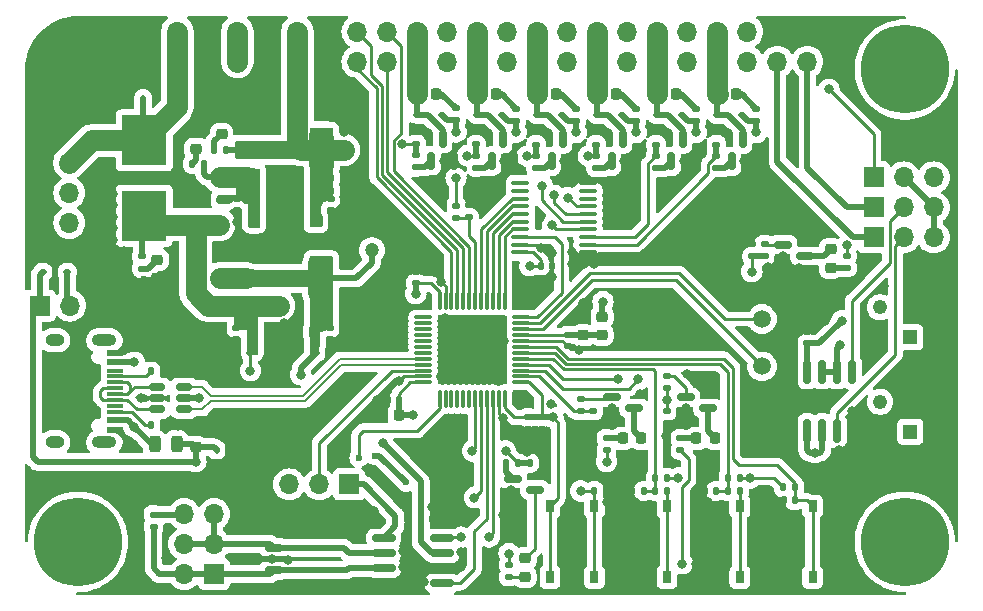
<source format=gbr>
%TF.GenerationSoftware,KiCad,Pcbnew,8.0.5*%
%TF.CreationDate,2024-10-04T16:45:09+08:00*%
%TF.ProjectId,Chao Recruit,4368616f-2052-4656-9372-7569742e6b69,rev?*%
%TF.SameCoordinates,Original*%
%TF.FileFunction,Copper,L1,Top*%
%TF.FilePolarity,Positive*%
%FSLAX46Y46*%
G04 Gerber Fmt 4.6, Leading zero omitted, Abs format (unit mm)*
G04 Created by KiCad (PCBNEW 8.0.5) date 2024-10-04 16:45:09*
%MOMM*%
%LPD*%
G01*
G04 APERTURE LIST*
G04 Aperture macros list*
%AMRoundRect*
0 Rectangle with rounded corners*
0 $1 Rounding radius*
0 $2 $3 $4 $5 $6 $7 $8 $9 X,Y pos of 4 corners*
0 Add a 4 corners polygon primitive as box body*
4,1,4,$2,$3,$4,$5,$6,$7,$8,$9,$2,$3,0*
0 Add four circle primitives for the rounded corners*
1,1,$1+$1,$2,$3*
1,1,$1+$1,$4,$5*
1,1,$1+$1,$6,$7*
1,1,$1+$1,$8,$9*
0 Add four rect primitives between the rounded corners*
20,1,$1+$1,$2,$3,$4,$5,0*
20,1,$1+$1,$4,$5,$6,$7,0*
20,1,$1+$1,$6,$7,$8,$9,0*
20,1,$1+$1,$8,$9,$2,$3,0*%
G04 Aperture macros list end*
%TA.AperFunction,SMDPad,CuDef*%
%ADD10RoundRect,0.112500X0.112500X-0.187500X0.112500X0.187500X-0.112500X0.187500X-0.112500X-0.187500X0*%
%TD*%
%TA.AperFunction,SMDPad,CuDef*%
%ADD11RoundRect,0.140000X-0.170000X0.140000X-0.170000X-0.140000X0.170000X-0.140000X0.170000X0.140000X0*%
%TD*%
%TA.AperFunction,ComponentPad*%
%ADD12R,1.700000X1.700000*%
%TD*%
%TA.AperFunction,ComponentPad*%
%ADD13O,1.700000X1.700000*%
%TD*%
%TA.AperFunction,SMDPad,CuDef*%
%ADD14RoundRect,0.218750X-0.218750X-0.256250X0.218750X-0.256250X0.218750X0.256250X-0.218750X0.256250X0*%
%TD*%
%TA.AperFunction,SMDPad,CuDef*%
%ADD15RoundRect,0.135000X0.185000X-0.135000X0.185000X0.135000X-0.185000X0.135000X-0.185000X-0.135000X0*%
%TD*%
%TA.AperFunction,SMDPad,CuDef*%
%ADD16RoundRect,0.135000X0.135000X0.185000X-0.135000X0.185000X-0.135000X-0.185000X0.135000X-0.185000X0*%
%TD*%
%TA.AperFunction,SMDPad,CuDef*%
%ADD17RoundRect,0.135000X-0.135000X-0.185000X0.135000X-0.185000X0.135000X0.185000X-0.135000X0.185000X0*%
%TD*%
%TA.AperFunction,SMDPad,CuDef*%
%ADD18RoundRect,0.140000X0.170000X-0.140000X0.170000X0.140000X-0.170000X0.140000X-0.170000X-0.140000X0*%
%TD*%
%TA.AperFunction,SMDPad,CuDef*%
%ADD19RoundRect,0.150000X-0.587500X-0.150000X0.587500X-0.150000X0.587500X0.150000X-0.587500X0.150000X0*%
%TD*%
%TA.AperFunction,SMDPad,CuDef*%
%ADD20RoundRect,0.140000X0.140000X0.170000X-0.140000X0.170000X-0.140000X-0.170000X0.140000X-0.170000X0*%
%TD*%
%TA.AperFunction,SMDPad,CuDef*%
%ADD21RoundRect,0.375000X-0.625000X-0.375000X0.625000X-0.375000X0.625000X0.375000X-0.625000X0.375000X0*%
%TD*%
%TA.AperFunction,SMDPad,CuDef*%
%ADD22RoundRect,0.500000X-0.500000X-1.400000X0.500000X-1.400000X0.500000X1.400000X-0.500000X1.400000X0*%
%TD*%
%TA.AperFunction,SMDPad,CuDef*%
%ADD23RoundRect,0.218750X-0.256250X0.218750X-0.256250X-0.218750X0.256250X-0.218750X0.256250X0.218750X0*%
%TD*%
%TA.AperFunction,ComponentPad*%
%ADD24R,1.222000X1.222000*%
%TD*%
%TA.AperFunction,ComponentPad*%
%ADD25C,1.222000*%
%TD*%
%TA.AperFunction,SMDPad,CuDef*%
%ADD26R,0.750000X1.000000*%
%TD*%
%TA.AperFunction,SMDPad,CuDef*%
%ADD27RoundRect,0.112500X-0.187500X-0.112500X0.187500X-0.112500X0.187500X0.112500X-0.187500X0.112500X0*%
%TD*%
%TA.AperFunction,SMDPad,CuDef*%
%ADD28RoundRect,0.135000X-0.185000X0.135000X-0.185000X-0.135000X0.185000X-0.135000X0.185000X0.135000X0*%
%TD*%
%TA.AperFunction,SMDPad,CuDef*%
%ADD29RoundRect,0.150000X-0.512500X-0.150000X0.512500X-0.150000X0.512500X0.150000X-0.512500X0.150000X0*%
%TD*%
%TA.AperFunction,SMDPad,CuDef*%
%ADD30RoundRect,0.150000X0.150000X-0.587500X0.150000X0.587500X-0.150000X0.587500X-0.150000X-0.587500X0*%
%TD*%
%TA.AperFunction,SMDPad,CuDef*%
%ADD31RoundRect,0.218750X0.218750X0.256250X-0.218750X0.256250X-0.218750X-0.256250X0.218750X-0.256250X0*%
%TD*%
%TA.AperFunction,SMDPad,CuDef*%
%ADD32RoundRect,0.140000X-0.140000X-0.170000X0.140000X-0.170000X0.140000X0.170000X-0.140000X0.170000X0*%
%TD*%
%TA.AperFunction,SMDPad,CuDef*%
%ADD33RoundRect,0.225000X0.225000X0.250000X-0.225000X0.250000X-0.225000X-0.250000X0.225000X-0.250000X0*%
%TD*%
%TA.AperFunction,SMDPad,CuDef*%
%ADD34RoundRect,0.225000X-0.225000X-0.250000X0.225000X-0.250000X0.225000X0.250000X-0.225000X0.250000X0*%
%TD*%
%TA.AperFunction,SMDPad,CuDef*%
%ADD35R,3.810000X4.240000*%
%TD*%
%TA.AperFunction,SMDPad,CuDef*%
%ADD36RoundRect,0.112500X0.187500X0.112500X-0.187500X0.112500X-0.187500X-0.112500X0.187500X-0.112500X0*%
%TD*%
%TA.AperFunction,SMDPad,CuDef*%
%ADD37RoundRect,0.150000X0.150000X-0.825000X0.150000X0.825000X-0.150000X0.825000X-0.150000X-0.825000X0*%
%TD*%
%TA.AperFunction,ComponentPad*%
%ADD38C,1.500000*%
%TD*%
%TA.AperFunction,SMDPad,CuDef*%
%ADD39RoundRect,0.218750X0.256250X-0.218750X0.256250X0.218750X-0.256250X0.218750X-0.256250X-0.218750X0*%
%TD*%
%TA.AperFunction,SMDPad,CuDef*%
%ADD40RoundRect,0.112500X-0.112500X0.187500X-0.112500X-0.187500X0.112500X-0.187500X0.112500X0.187500X0*%
%TD*%
%TA.AperFunction,SMDPad,CuDef*%
%ADD41RoundRect,0.225000X0.250000X-0.225000X0.250000X0.225000X-0.250000X0.225000X-0.250000X-0.225000X0*%
%TD*%
%TA.AperFunction,SMDPad,CuDef*%
%ADD42RoundRect,0.075000X0.662500X0.075000X-0.662500X0.075000X-0.662500X-0.075000X0.662500X-0.075000X0*%
%TD*%
%TA.AperFunction,SMDPad,CuDef*%
%ADD43RoundRect,0.075000X0.075000X0.662500X-0.075000X0.662500X-0.075000X-0.662500X0.075000X-0.662500X0*%
%TD*%
%TA.AperFunction,SMDPad,CuDef*%
%ADD44RoundRect,0.243750X-0.243750X-0.456250X0.243750X-0.456250X0.243750X0.456250X-0.243750X0.456250X0*%
%TD*%
%TA.AperFunction,ComponentPad*%
%ADD45C,4.700000*%
%TD*%
%TA.AperFunction,ConnectorPad*%
%ADD46C,7.500000*%
%TD*%
%TA.AperFunction,SMDPad,CuDef*%
%ADD47RoundRect,0.150000X0.825000X0.150000X-0.825000X0.150000X-0.825000X-0.150000X0.825000X-0.150000X0*%
%TD*%
%TA.AperFunction,SMDPad,CuDef*%
%ADD48RoundRect,0.100000X0.637500X0.100000X-0.637500X0.100000X-0.637500X-0.100000X0.637500X-0.100000X0*%
%TD*%
%TA.AperFunction,SMDPad,CuDef*%
%ADD49R,1.450000X0.600000*%
%TD*%
%TA.AperFunction,SMDPad,CuDef*%
%ADD50R,1.450000X0.300000*%
%TD*%
%TA.AperFunction,ComponentPad*%
%ADD51O,2.100000X1.000000*%
%TD*%
%TA.AperFunction,ComponentPad*%
%ADD52O,1.600000X1.000000*%
%TD*%
%TA.AperFunction,SMDPad,CuDef*%
%ADD53RoundRect,0.150000X0.587500X0.150000X-0.587500X0.150000X-0.587500X-0.150000X0.587500X-0.150000X0*%
%TD*%
%TA.AperFunction,ViaPad*%
%ADD54C,1.200000*%
%TD*%
%TA.AperFunction,ViaPad*%
%ADD55C,0.800000*%
%TD*%
%TA.AperFunction,ViaPad*%
%ADD56C,0.600000*%
%TD*%
%TA.AperFunction,Conductor*%
%ADD57C,0.500000*%
%TD*%
%TA.AperFunction,Conductor*%
%ADD58C,1.750000*%
%TD*%
%TA.AperFunction,Conductor*%
%ADD59C,0.250000*%
%TD*%
%TA.AperFunction,Conductor*%
%ADD60C,0.200000*%
%TD*%
G04 APERTURE END LIST*
D10*
%TO.P,D301,1,K*%
%TO.N,VBUS_{USB1}*%
X66725000Y-87200000D03*
%TO.P,D301,2,A*%
%TO.N,GND*%
X66725000Y-85100000D03*
%TD*%
D11*
%TO.P,C113,1*%
%TO.N,VCC_{F}*%
X68400000Y-76900000D03*
%TO.P,C113,2*%
%TO.N,GND*%
X68400000Y-77860000D03*
%TD*%
D12*
%TO.P,J101,1,Pin_1*%
%TO.N,+3V3*%
X77960002Y-90135000D03*
D13*
%TO.P,J101,2,Pin_2*%
%TO.N,/SWDIO-PA13*%
X75420002Y-90135000D03*
%TO.P,J101,3,Pin_3*%
%TO.N,/SWCLK-PA14*%
X72880003Y-90135000D03*
%TO.P,J101,4,Pin_4*%
%TO.N,GND*%
X70340002Y-90135000D03*
%TD*%
D14*
%TO.P,D210,1,K*%
%TO.N,/HMI/MOS3-*%
X98970000Y-57090002D03*
%TO.P,D210,2,A*%
%TO.N,Net-(D210-A)*%
X100545002Y-57090002D03*
%TD*%
D15*
%TO.P,R204,1*%
%TO.N,VCC_{F}*%
X112432081Y-59359998D03*
%TO.P,R204,2*%
%TO.N,Net-(D203-A)*%
X112432081Y-58340000D03*
%TD*%
D16*
%TO.P,R107,1*%
%TO.N,+5V*%
X65694998Y-63000000D03*
%TO.P,R107,2*%
%TO.N,Net-(D111-A)*%
X64675000Y-63000000D03*
%TD*%
D17*
%TO.P,R104,1*%
%TO.N,+3V3*%
X114696667Y-90400002D03*
%TO.P,R104,2*%
%TO.N,/NRST*%
X115716665Y-90400002D03*
%TD*%
D18*
%TO.P,C102,1*%
%TO.N,+3V3*%
X83618200Y-73100003D03*
%TO.P,C102,2*%
%TO.N,GND*%
X83618200Y-72140003D03*
%TD*%
D10*
%TO.P,D105,1,K*%
%TO.N,VCC_{F}*%
X64950001Y-68150000D03*
%TO.P,D105,2,A*%
%TO.N,GND*%
X64950001Y-66050000D03*
%TD*%
D19*
%TO.P,Q208,1,G*%
%TO.N,Net-(Q208-G)*%
X114675000Y-69850000D03*
%TO.P,Q208,2,S*%
%TO.N,GND*%
X114675000Y-71750000D03*
%TO.P,Q208,3,D*%
%TO.N,Net-(D211-K)*%
X116550001Y-70800000D03*
%TD*%
D20*
%TO.P,C103,1*%
%TO.N,+3V3*%
X82168200Y-83000001D03*
%TO.P,C103,2*%
%TO.N,GND*%
X81208200Y-83000001D03*
%TD*%
D21*
%TO.P,U103,1,GND*%
%TO.N,GND*%
X69200001Y-70400000D03*
%TO.P,U103,2,VO*%
%TO.N,+5V*%
X69200002Y-72700000D03*
D22*
X75500000Y-72700000D03*
D21*
%TO.P,U103,3,VI*%
%TO.N,VCC_{F}*%
X69200001Y-75000000D03*
%TD*%
D23*
%TO.P,L101,1,1*%
%TO.N,+3V3*%
X99368200Y-75925000D03*
%TO.P,L101,2,2*%
%TO.N,VDDA*%
X99368200Y-77500002D03*
%TD*%
D24*
%TO.P,RV201,1,1*%
%TO.N,Net-(U201A--)*%
X125450000Y-85680000D03*
D25*
%TO.P,RV201,2,2*%
%TO.N,/ANA1_MCU-PA0*%
X122910000Y-83140000D03*
%TO.P,RV201,3,3*%
%TO.N,GND*%
X125450000Y-80600000D03*
%TD*%
D26*
%TO.P,SW101,1,1*%
%TO.N,/BOOT0*%
X98716700Y-92000000D03*
X98716700Y-98000000D03*
%TO.P,SW101,2,2*%
%TO.N,+3V3*%
X94966700Y-92000000D03*
X94966700Y-98000000D03*
%TD*%
D21*
%TO.P,U102,1,GND*%
%TO.N,GND*%
X69300001Y-59500000D03*
%TO.P,U102,2,VO*%
%TO.N,+3V3*%
X69300002Y-61800000D03*
D22*
X75600000Y-61800000D03*
D21*
%TO.P,U102,3,VI*%
%TO.N,+5V*%
X69300001Y-64100000D03*
%TD*%
D27*
%TO.P,D109,1,K*%
%TO.N,VCC_{F}*%
X69600000Y-79000000D03*
%TO.P,D109,2,A*%
%TO.N,GND*%
X71700000Y-79000000D03*
%TD*%
D28*
%TO.P,R203,1*%
%TO.N,/USR_LED1_MCU-PC13*%
X98600000Y-83950000D03*
%TO.P,R203,2*%
%TO.N,GND*%
X98600000Y-84969998D03*
%TD*%
D15*
%TO.P,R202,1*%
%TO.N,/HMI/MOS1_CTRL*%
X109044580Y-61359998D03*
%TO.P,R202,2*%
%TO.N,GND*%
X109044580Y-60340000D03*
%TD*%
D12*
%TO.P,J202,1,Pin_1*%
%TO.N,VCC*%
X63412082Y-54350000D03*
D13*
%TO.P,J202,2,Pin_2*%
X63412082Y-51810000D03*
%TO.P,J202,3,Pin_3*%
%TO.N,GND*%
X65952082Y-54350000D03*
%TO.P,J202,4,Pin_4*%
X65952082Y-51810000D03*
%TO.P,J202,5,Pin_5*%
%TO.N,+5V*%
X68492081Y-54350000D03*
%TO.P,J202,6,Pin_6*%
X68492082Y-51810000D03*
%TO.P,J202,7,Pin_7*%
%TO.N,GND*%
X71032082Y-54350000D03*
%TO.P,J202,8,Pin_8*%
X71032082Y-51810000D03*
%TO.P,J202,9,Pin_9*%
%TO.N,+3V3*%
X73572082Y-54350000D03*
%TO.P,J202,10,Pin_10*%
X73572082Y-51810000D03*
%TO.P,J202,11,Pin_11*%
%TO.N,GND*%
X76112082Y-54350000D03*
%TO.P,J202,12,Pin_12*%
X76112082Y-51810000D03*
%TD*%
D29*
%TO.P,U301,1,I/O1*%
%TO.N,/HMI/USB1/_USB_D-*%
X61687500Y-81887500D03*
%TO.P,U301,2,GND*%
%TO.N,GND*%
X61687500Y-82837500D03*
%TO.P,U301,3,I/O2*%
%TO.N,/HMI/USB1/_USB_D+*%
X61687500Y-83787500D03*
%TO.P,U301,4,I/O2*%
%TO.N,/USB1_MCU_D-*%
X63962500Y-83787500D03*
%TO.P,U301,5,VBUS*%
%TO.N,VBUS_{USB1}*%
X63962500Y-82837500D03*
%TO.P,U301,6,I/O1*%
%TO.N,/USB1_MCU_D+*%
X63962500Y-81887500D03*
%TD*%
D30*
%TO.P,Q207,1,G*%
%TO.N,Net-(Q207-G)*%
X95090418Y-62777499D03*
%TO.P,Q207,2,S*%
%TO.N,GND*%
X96990418Y-62777499D03*
%TO.P,Q207,3,D*%
%TO.N,/HMI/MOS4-*%
X96040418Y-60902498D03*
%TD*%
D27*
%TO.P,D106,1,K*%
%TO.N,+5V*%
X69700000Y-68050001D03*
%TO.P,D106,2,A*%
%TO.N,GND*%
X71800000Y-68050001D03*
%TD*%
D12*
%TO.P,J213,1,Pin_1*%
%TO.N,/HMI/ANA1_INP*%
X122370000Y-69220000D03*
D13*
%TO.P,J213,2,Pin_2*%
%TO.N,/HMI/ANA1_OA*%
X124910000Y-69220000D03*
%TO.P,J213,3,Pin_3*%
%TO.N,V_{OA}*%
X127449999Y-69220000D03*
%TD*%
D14*
%TO.P,D215,1,K*%
%TO.N,/HMI/MOS5-*%
X88820000Y-57062501D03*
%TO.P,D215,2,A*%
%TO.N,Net-(D215-A)*%
X90395002Y-57062501D03*
%TD*%
D11*
%TO.P,C101,1*%
%TO.N,+3V3*%
X94268200Y-84470000D03*
%TO.P,C101,2*%
%TO.N,GND*%
X94268200Y-85430000D03*
%TD*%
D15*
%TO.P,R226,1*%
%TO.N,VCC_{F}*%
X92107501Y-59332499D03*
%TO.P,R226,2*%
%TO.N,Net-(D215-A)*%
X92107501Y-58312501D03*
%TD*%
D31*
%TO.P,D204,1,K*%
%TO.N,Net-(D204-K)*%
X108937501Y-86250000D03*
%TO.P,D204,2,A*%
%TO.N,Net-(D204-A)*%
X107362499Y-86250000D03*
%TD*%
D14*
%TO.P,D213,1,K*%
%TO.N,/HMI/MOS4-*%
X93890418Y-57090000D03*
%TO.P,D213,2,A*%
%TO.N,Net-(D213-A)*%
X95465420Y-57090000D03*
%TD*%
D32*
%TO.P,C204,1*%
%TO.N,+5V*%
X94162500Y-71625000D03*
%TO.P,C204,2*%
%TO.N,GND*%
X95122500Y-71625000D03*
%TD*%
D12*
%TO.P,JP101,1,A*%
%TO.N,VBUS_{USB1}*%
X51775000Y-75000000D03*
D13*
%TO.P,JP101,2,B*%
%TO.N,+5V*%
X54315000Y-75000000D03*
%TD*%
D15*
%TO.P,R103,1*%
%TO.N,/V_{SENSE}_MCU-PB0*%
X88100000Y-67534999D03*
%TO.P,R103,2*%
%TO.N,GND*%
X88100000Y-66515001D03*
%TD*%
%TO.P,R221,1*%
%TO.N,/STATUS_LED2_MCU-PC15*%
X112078750Y-70822499D03*
%TO.P,R221,2*%
%TO.N,GND*%
X112078750Y-69802501D03*
%TD*%
D33*
%TO.P,C111,1*%
%TO.N,+3V3*%
X75150000Y-66250000D03*
%TO.P,C111,2*%
%TO.N,GND*%
X73600000Y-66250000D03*
%TD*%
D15*
%TO.P,R216,1*%
%TO.N,VCC_{F}*%
X102257501Y-59360000D03*
%TO.P,R216,2*%
%TO.N,Net-(D210-A)*%
X102257501Y-58340002D03*
%TD*%
D28*
%TO.P,R101,1*%
%TO.N,VCC_{F}*%
X87025000Y-66540001D03*
%TO.P,R101,2*%
%TO.N,/V_{SENSE}_MCU-PB0*%
X87025000Y-67559999D03*
%TD*%
D17*
%TO.P,R232,1*%
%TO.N,/USR_BTN2_MCU-PF1*%
X110006667Y-90700001D03*
%TO.P,R232,2*%
%TO.N,Net-(R232-Pad2)*%
X111026665Y-90700001D03*
%TD*%
D33*
%TO.P,C115,1*%
%TO.N,+5V*%
X75000000Y-77200000D03*
%TO.P,C115,2*%
%TO.N,GND*%
X73450000Y-77200000D03*
%TD*%
D30*
%TO.P,Q203,1,G*%
%TO.N,Net-(Q203-G)*%
X105244580Y-62777501D03*
%TO.P,Q203,2,S*%
%TO.N,GND*%
X107144580Y-62777501D03*
%TO.P,Q203,3,D*%
%TO.N,/HMI/MOS2-*%
X106194580Y-60902500D03*
%TD*%
D34*
%TO.P,C114,1*%
%TO.N,VCC_{F}*%
X69725000Y-77200000D03*
%TO.P,C114,2*%
%TO.N,GND*%
X71275000Y-77200000D03*
%TD*%
D35*
%TO.P,F101,1*%
%TO.N,VCC*%
X60600000Y-61015000D03*
%TO.P,F101,2*%
%TO.N,VCC_{F}*%
X60600000Y-67385000D03*
%TD*%
D28*
%TO.P,R217,1*%
%TO.N,/HMI/MOS3_CTRL*%
X98870000Y-62320002D03*
%TO.P,R217,2*%
%TO.N,Net-(Q205-G)*%
X98870000Y-63340000D03*
%TD*%
D12*
%TO.P,J214,1,Pin_1*%
%TO.N,/HMI/ANA2_INP*%
X122370000Y-66680000D03*
D13*
%TO.P,J214,2,Pin_2*%
%TO.N,/HMI/ANA2_OA*%
X124910000Y-66680000D03*
%TO.P,J214,3,Pin_3*%
%TO.N,V_{OA}*%
X127449999Y-66680000D03*
%TD*%
D28*
%TO.P,R219,1*%
%TO.N,VCC_{F}*%
X120097499Y-70790002D03*
%TO.P,R219,2*%
%TO.N,Net-(D211-A)*%
X120097499Y-71810000D03*
%TD*%
D11*
%TO.P,C104,1*%
%TO.N,+3V3*%
X93118200Y-84470002D03*
%TO.P,C104,2*%
%TO.N,GND*%
X93118200Y-85430002D03*
%TD*%
D30*
%TO.P,Q210,1,G*%
%TO.N,Net-(Q210-G)*%
X84920000Y-62737499D03*
%TO.P,Q210,2,S*%
%TO.N,GND*%
X86820000Y-62737499D03*
%TO.P,Q210,3,D*%
%TO.N,/HMI/MOS6-*%
X85870000Y-60862498D03*
%TD*%
D20*
%TO.P,C201,1*%
%TO.N,/USR_BTN1_MCU-PF0*%
X102876666Y-90700001D03*
%TO.P,C201,2*%
%TO.N,GND*%
X101916666Y-90700001D03*
%TD*%
D15*
%TO.P,R207,1*%
%TO.N,VCC_{F}*%
X106000000Y-87259999D03*
%TO.P,R207,2*%
%TO.N,Net-(D204-A)*%
X106000000Y-86240001D03*
%TD*%
D36*
%TO.P,D216,1,K*%
%TO.N,VCC_{F}*%
X85807501Y-58850000D03*
%TO.P,D216,2,A*%
%TO.N,/HMI/MOS6-*%
X83707501Y-58850000D03*
%TD*%
D15*
%TO.P,R501,1*%
%TO.N,/Communications/CAN_H*%
X61400000Y-93709999D03*
%TO.P,R501,2*%
%TO.N,/Communications/CAN_H_{TERMINATED}*%
X61400000Y-92690001D03*
%TD*%
D14*
%TO.P,D203,1,K*%
%TO.N,/HMI/MOS1-*%
X109144580Y-57090000D03*
%TO.P,D203,2,A*%
%TO.N,Net-(D203-A)*%
X110719582Y-57090000D03*
%TD*%
D37*
%TO.P,U201,1*%
%TO.N,Net-(U201A--)*%
X116745000Y-85575000D03*
%TO.P,U201,2,-*%
X118015000Y-85575000D03*
%TO.P,U201,3,+*%
%TO.N,/HMI/ANA1_OA*%
X119285000Y-85575000D03*
%TO.P,U201,4,V-*%
%TO.N,GND*%
X120555000Y-85575000D03*
%TO.P,U201,5,+*%
%TO.N,/HMI/ANA2_OA*%
X120555000Y-80625000D03*
%TO.P,U201,6,-*%
%TO.N,Net-(U201B--)*%
X119285000Y-80625000D03*
%TO.P,U201,7*%
X118015000Y-80625000D03*
%TO.P,U201,8,V+*%
%TO.N,V_{OA}*%
X116745000Y-80625000D03*
%TD*%
D36*
%TO.P,D110,1,K*%
%TO.N,+5V*%
X75150000Y-79000000D03*
%TO.P,D110,2,A*%
%TO.N,GND*%
X73050000Y-79000000D03*
%TD*%
D38*
%TO.P,TP203,1,1*%
%TO.N,/ANA2_MCU-PA1*%
X112910000Y-76140000D03*
%TD*%
D28*
%TO.P,R102,1*%
%TO.N,VCC_{F}*%
X60400000Y-70840001D03*
%TO.P,R102,2*%
%TO.N,Net-(D103-A)*%
X60400000Y-71859999D03*
%TD*%
D39*
%TO.P,D103,1,K*%
%TO.N,GND*%
X61700000Y-72675002D03*
%TO.P,D103,2,A*%
%TO.N,Net-(D103-A)*%
X61700000Y-71100000D03*
%TD*%
D14*
%TO.P,D217,1,K*%
%TO.N,/HMI/MOS6-*%
X83720000Y-57050000D03*
%TO.P,D217,2,A*%
%TO.N,Net-(D217-A)*%
X85295002Y-57050000D03*
%TD*%
D15*
%TO.P,R206,1*%
%TO.N,/USR_LED1_MCU-PC13*%
X97550000Y-83950000D03*
%TO.P,R206,2*%
%TO.N,Net-(Q202-G)*%
X97550000Y-82930002D03*
%TD*%
D36*
%TO.P,D101,1,K*%
%TO.N,+5V*%
X54100000Y-72150000D03*
%TO.P,D101,2,A*%
%TO.N,VBUS_{USB1}*%
X52000000Y-72150000D03*
%TD*%
D17*
%TO.P,R230,1*%
%TO.N,/USR_BTN1_MCU-PF0*%
X103876669Y-90700002D03*
%TO.P,R230,2*%
%TO.N,Net-(R230-Pad2)*%
X104896667Y-90700002D03*
%TD*%
%TO.P,R105,1*%
%TO.N,/BOOT0*%
X98700000Y-90700000D03*
%TO.P,R105,2*%
%TO.N,GND*%
X99719998Y-90700000D03*
%TD*%
D11*
%TO.P,C112,1*%
%TO.N,+3V3*%
X76400001Y-65950001D03*
%TO.P,C112,2*%
%TO.N,GND*%
X76400001Y-66910001D03*
%TD*%
D14*
%TO.P,D207,1,K*%
%TO.N,/HMI/MOS2-*%
X104044580Y-57090002D03*
%TO.P,D207,2,A*%
%TO.N,Net-(D207-A)*%
X105619582Y-57090002D03*
%TD*%
D28*
%TO.P,R213,1*%
%TO.N,VCC_{F}*%
X91500000Y-96955004D03*
%TO.P,R213,2*%
%TO.N,Net-(D208-A)*%
X91500000Y-97975002D03*
%TD*%
D12*
%TO.P,J207,1,Pin_1*%
%TO.N,/Communications/CAN_H*%
X66530002Y-97725000D03*
D13*
%TO.P,J207,2,Pin_2*%
X63990002Y-97725000D03*
%TO.P,J207,3,Pin_3*%
%TO.N,/Communications/CAN_L*%
X66530002Y-95185000D03*
%TO.P,J207,4,Pin_4*%
X63990002Y-95185000D03*
%TO.P,J207,5,Pin_5*%
X66530002Y-92645001D03*
%TO.P,J207,6,Pin_6*%
%TO.N,/Communications/CAN_H_{TERMINATED}*%
X63990002Y-92645000D03*
%TD*%
D17*
%TO.P,R215,1*%
%TO.N,/STATUS_LED1_MCU-PB7*%
X93230002Y-88350000D03*
%TO.P,R215,2*%
%TO.N,GND*%
X94250000Y-88350000D03*
%TD*%
D19*
%TO.P,Q204,1,G*%
%TO.N,Net-(Q204-G)*%
X106450000Y-82750000D03*
%TO.P,Q204,2,S*%
%TO.N,GND*%
X106450000Y-84650000D03*
%TO.P,Q204,3,D*%
%TO.N,Net-(D204-K)*%
X108325001Y-83700000D03*
%TD*%
D15*
%TO.P,R210,1*%
%TO.N,VCC_{F}*%
X107332081Y-59360000D03*
%TO.P,R210,2*%
%TO.N,Net-(D207-A)*%
X107332081Y-58340002D03*
%TD*%
D28*
%TO.P,R234,1*%
%TO.N,/HMI/MOS6_CTRL*%
X83620000Y-62280000D03*
%TO.P,R234,2*%
%TO.N,Net-(Q210-G)*%
X83620000Y-63299998D03*
%TD*%
D20*
%TO.P,C202,1*%
%TO.N,/USR_BTN2_MCU-PF1*%
X109006665Y-90700002D03*
%TO.P,C202,2*%
%TO.N,GND*%
X108046665Y-90700002D03*
%TD*%
D34*
%TO.P,C110,1*%
%TO.N,+5V*%
X69850000Y-66250000D03*
%TO.P,C110,2*%
%TO.N,GND*%
X71400000Y-66250000D03*
%TD*%
D12*
%TO.P,J204,1,Pin_1*%
%TO.N,GND*%
X116752081Y-51810000D03*
D13*
%TO.P,J204,2,Pin_2*%
%TO.N,/HMI/ANA2_INP*%
X116752081Y-54350000D03*
%TO.P,J204,3,Pin_3*%
%TO.N,GND*%
X114212081Y-51810000D03*
%TO.P,J204,4,Pin_4*%
%TO.N,/HMI/ANA1_INP*%
X114212081Y-54350000D03*
%TO.P,J204,5,Pin_5*%
%TO.N,VCC_{F}*%
X111672082Y-51810000D03*
%TO.P,J204,6,Pin_6*%
X111672081Y-54350000D03*
%TO.P,J204,7,Pin_7*%
%TO.N,/HMI/MOS1-*%
X109132081Y-51810000D03*
%TO.P,J204,8,Pin_8*%
X109132081Y-54350000D03*
%TO.P,J204,9,Pin_9*%
%TO.N,VCC_{F}*%
X106592081Y-51810000D03*
%TO.P,J204,10,Pin_10*%
X106592081Y-54350000D03*
%TO.P,J204,11,Pin_11*%
%TO.N,/HMI/MOS2-*%
X104052081Y-51810000D03*
%TO.P,J204,12,Pin_12*%
X104052081Y-54350000D03*
%TO.P,J204,13,Pin_13*%
%TO.N,VCC_{F}*%
X101512081Y-51810000D03*
%TO.P,J204,14,Pin_14*%
X101512081Y-54350000D03*
%TO.P,J204,15,Pin_15*%
%TO.N,/HMI/MOS3-*%
X98972080Y-51810000D03*
%TO.P,J204,16,Pin_16*%
X98972081Y-54350000D03*
%TO.P,J204,17,Pin_17*%
%TO.N,VCC_{F}*%
X96432081Y-51810000D03*
%TO.P,J204,18,Pin_18*%
X96432081Y-54350000D03*
%TO.P,J204,19,Pin_19*%
%TO.N,/HMI/MOS4-*%
X93892081Y-51810000D03*
%TO.P,J204,20,Pin_20*%
X93892081Y-54350000D03*
%TO.P,J204,21,Pin_21*%
%TO.N,VCC_{F}*%
X91352081Y-51810000D03*
%TO.P,J204,22,Pin_22*%
X91352081Y-54350000D03*
%TO.P,J204,23,Pin_23*%
%TO.N,/HMI/MOS5-*%
X88812082Y-51810000D03*
%TO.P,J204,24,Pin_24*%
X88812081Y-54350000D03*
%TO.P,J204,25,Pin_25*%
%TO.N,VCC_{F}*%
X86272081Y-51810000D03*
%TO.P,J204,26,Pin_26*%
X86272081Y-54350000D03*
%TO.P,J204,27,Pin_27*%
%TO.N,/HMI/MOS6-*%
X83732081Y-51810000D03*
%TO.P,J204,28,Pin_28*%
X83732081Y-54350000D03*
%TO.P,J204,29,Pin_29*%
%TO.N,/DIG_IN1*%
X81192081Y-51810000D03*
%TO.P,J204,30,Pin_30*%
%TO.N,/DIG_IN2*%
X81192081Y-54350000D03*
%TO.P,J204,31,Pin_31*%
%TO.N,/DIG_IN3*%
X78652082Y-51810000D03*
%TO.P,J204,32,Pin_32*%
%TO.N,/DIG_IN4*%
X78652081Y-54350000D03*
%TD*%
D28*
%TO.P,R211,1*%
%TO.N,/HMI/MOS2_CTRL*%
X103944580Y-62320002D03*
%TO.P,R211,2*%
%TO.N,Net-(Q203-G)*%
X103944580Y-63340000D03*
%TD*%
D23*
%TO.P,D208,1,K*%
%TO.N,Net-(D208-K)*%
X92850000Y-96400000D03*
%TO.P,D208,2,A*%
%TO.N,Net-(D208-A)*%
X92850000Y-97975002D03*
%TD*%
D40*
%TO.P,D104,1,K*%
%TO.N,+5V*%
X66950001Y-66050000D03*
%TO.P,D104,2,A*%
%TO.N,VCC_{F}*%
X66950001Y-68150000D03*
%TD*%
D15*
%TO.P,R201,1*%
%TO.N,VCC_{F}*%
X99750000Y-87259999D03*
%TO.P,R201,2*%
%TO.N,Net-(D201-A)*%
X99750000Y-86240001D03*
%TD*%
D41*
%TO.P,C106,1*%
%TO.N,VDDA*%
X97768200Y-77500003D03*
%TO.P,C106,2*%
%TO.N,GND*%
X97768200Y-75950003D03*
%TD*%
D23*
%TO.P,D211,1,K*%
%TO.N,Net-(D211-K)*%
X118712500Y-70237498D03*
%TO.P,D211,2,A*%
%TO.N,Net-(D211-A)*%
X118712500Y-71812500D03*
%TD*%
D41*
%TO.P,C301,1*%
%TO.N,VBUS_{USB1}*%
X64950000Y-86975000D03*
%TO.P,C301,2*%
%TO.N,GND*%
X64950000Y-85425000D03*
%TD*%
D11*
%TO.P,C107,1*%
%TO.N,VDDA*%
X96468200Y-77500002D03*
%TO.P,C107,2*%
%TO.N,GND*%
X96468200Y-78460002D03*
%TD*%
D16*
%TO.P,R228,1*%
%TO.N,+3V3*%
X104896666Y-89600000D03*
%TO.P,R228,2*%
%TO.N,/USR_BTN1_MCU-PF0*%
X103876668Y-89600000D03*
%TD*%
D15*
%TO.P,R233,1*%
%TO.N,VCC_{F}*%
X87007501Y-59319998D03*
%TO.P,R233,2*%
%TO.N,Net-(D217-A)*%
X87007501Y-58300000D03*
%TD*%
%TO.P,R222,1*%
%TO.N,VCC_{F}*%
X97177919Y-59359998D03*
%TO.P,R222,2*%
%TO.N,Net-(D213-A)*%
X97177919Y-58340000D03*
%TD*%
D20*
%TO.P,C108,1*%
%TO.N,/NRST*%
X115696667Y-91500002D03*
%TO.P,C108,2*%
%TO.N,GND*%
X114736667Y-91500002D03*
%TD*%
D36*
%TO.P,D107,1,K*%
%TO.N,+3V3*%
X75300001Y-68049999D03*
%TO.P,D107,2,A*%
%TO.N,GND*%
X73200001Y-68049999D03*
%TD*%
D42*
%TO.P,U101,1,VBAT*%
%TO.N,+3V3*%
X92530700Y-81500000D03*
%TO.P,U101,2,PC13*%
%TO.N,/USR_LED1_MCU-PC13*%
X92530700Y-81000000D03*
%TO.P,U101,3,PC14*%
%TO.N,/USR_LED2_MCU-PC14*%
X92530700Y-80500000D03*
%TO.P,U101,4,PC15*%
%TO.N,/STATUS_LED2_MCU-PC15*%
X92530700Y-79999999D03*
%TO.P,U101,5,PF0*%
%TO.N,/USR_BTN1_MCU-PF0*%
X92530700Y-79500000D03*
%TO.P,U101,6,PF1*%
%TO.N,/USR_BTN2_MCU-PF1*%
X92530700Y-79000000D03*
%TO.P,U101,7,NRST*%
%TO.N,/NRST*%
X92530700Y-78500000D03*
%TO.P,U101,8,VSSA*%
%TO.N,GND*%
X92530700Y-78000000D03*
%TO.P,U101,9,VDDA*%
%TO.N,VDDA*%
X92530700Y-77500001D03*
%TO.P,U101,10,PA0*%
%TO.N,/ANA1_MCU-PA0*%
X92530700Y-77000000D03*
%TO.P,U101,11,PA1*%
%TO.N,/ANA2_MCU-PA1*%
X92530700Y-76500000D03*
%TO.P,U101,12,PA2*%
%TO.N,/MOS1_CTRL_MCU-PA2*%
X92530700Y-76000000D03*
D43*
%TO.P,U101,13,PA3*%
%TO.N,/MOS2_CTRL_MCU-PA3*%
X91118200Y-74587500D03*
%TO.P,U101,14,PA4*%
%TO.N,/MOS3_CTRL_MCU-PA4*%
X90618200Y-74587500D03*
%TO.P,U101,15,PA5*%
%TO.N,/MOS4_CTRL_MCU-PA5*%
X90118200Y-74587500D03*
%TO.P,U101,16,PA6*%
%TO.N,/MOS5_CTRL_MCU-PA6*%
X89618199Y-74587500D03*
%TO.P,U101,17,PA7*%
%TO.N,/MOS6_CTRL_MCU-PA7*%
X89118200Y-74587500D03*
%TO.P,U101,18,PB0*%
%TO.N,/V_{SENSE}_MCU-PB0*%
X88618200Y-74587500D03*
%TO.P,U101,19,PB1*%
%TO.N,/DIG_IN1*%
X88118200Y-74587500D03*
%TO.P,U101,20,PB2*%
%TO.N,/DIG_IN2*%
X87618200Y-74587500D03*
%TO.P,U101,21,PB10*%
%TO.N,/DIG_IN3*%
X87118201Y-74587500D03*
%TO.P,U101,22,PB11*%
%TO.N,/DIG_IN4*%
X86618200Y-74587500D03*
%TO.P,U101,23,VSS*%
%TO.N,GND*%
X86118200Y-74587500D03*
%TO.P,U101,24,VDD*%
%TO.N,+3V3*%
X85618200Y-74587500D03*
D42*
%TO.P,U101,25,PB12*%
%TO.N,unconnected-(U101-PB12-Pad25)*%
X84205700Y-76000000D03*
%TO.P,U101,26,PB13*%
%TO.N,unconnected-(U101-PB13-Pad26)*%
X84205700Y-76500000D03*
%TO.P,U101,27,PB14*%
%TO.N,unconnected-(U101-PB14-Pad27)*%
X84205700Y-77000000D03*
%TO.P,U101,28,PB15*%
%TO.N,/DIG_IN5*%
X84205700Y-77500001D03*
%TO.P,U101,29,PA8*%
%TO.N,unconnected-(U101-PA8-Pad29)*%
X84205700Y-78000000D03*
%TO.P,U101,30,PA9*%
%TO.N,/USB2_UART_TX_MCU-PA9*%
X84205700Y-78500000D03*
%TO.P,U101,31,PA10*%
%TO.N,/USB2_UART_RX_MCU-PA10*%
X84205700Y-79000000D03*
%TO.P,U101,32,PA11*%
%TO.N,/USB1_MCU_D+*%
X84205700Y-79500000D03*
%TO.P,U101,33,PA12*%
%TO.N,/USB1_MCU_D-*%
X84205700Y-79999999D03*
%TO.P,U101,34,PA13*%
%TO.N,/SWDIO-PA13*%
X84205700Y-80500000D03*
%TO.P,U101,35,VSS*%
%TO.N,GND*%
X84205700Y-81000000D03*
%TO.P,U101,36,VDDIO2*%
%TO.N,+3V3*%
X84205700Y-81500000D03*
D43*
%TO.P,U101,37,PA14*%
%TO.N,/SWCLK-PA14*%
X85618200Y-82912500D03*
%TO.P,U101,38,PA15*%
%TO.N,unconnected-(U101-PA15-Pad38)*%
X86118200Y-82912500D03*
%TO.P,U101,39,PB3*%
%TO.N,unconnected-(U101-PB3-Pad39)*%
X86618200Y-82912500D03*
%TO.P,U101,40,PB4*%
%TO.N,unconnected-(U101-PB4-Pad40)*%
X87118201Y-82912500D03*
%TO.P,U101,41,PB5*%
%TO.N,unconnected-(U101-PB5-Pad41)*%
X87618200Y-82912500D03*
%TO.P,U101,42,PB6*%
%TO.N,unconnected-(U101-PB6-Pad42)*%
X88118200Y-82912500D03*
%TO.P,U101,43,PB7*%
%TO.N,/STATUS_LED1_MCU-PB7*%
X88618200Y-82912500D03*
%TO.P,U101,44,BOOT0*%
%TO.N,/BOOT0*%
X89118200Y-82912500D03*
%TO.P,U101,45,PB8*%
%TO.N,/CAN_TX_MCU-PB8*%
X89618199Y-82912500D03*
%TO.P,U101,46,PB9*%
%TO.N,/CAN_RX_MCU-PB9*%
X90118200Y-82912500D03*
%TO.P,U101,47,VSS*%
%TO.N,GND*%
X90618200Y-82912500D03*
%TO.P,U101,48,VDD*%
%TO.N,+3V3*%
X91118200Y-82912500D03*
%TD*%
D44*
%TO.P,F301,1*%
%TO.N,Net-(F301-Pad1)*%
X61487499Y-86750000D03*
%TO.P,F301,2*%
%TO.N,VBUS_{USB1}*%
X63362501Y-86750000D03*
%TD*%
D32*
%TO.P,C502,1*%
%TO.N,+3V3*%
X81870001Y-93100000D03*
%TO.P,C502,2*%
%TO.N,GND*%
X82830001Y-93100000D03*
%TD*%
D15*
%TO.P,R225,1*%
%TO.N,/HMI/MOS5_CTRL*%
X88720000Y-61332499D03*
%TO.P,R225,2*%
%TO.N,GND*%
X88720000Y-60312501D03*
%TD*%
D45*
%TO.P,H101,1,1*%
%TO.N,GND*%
X55000000Y-55000000D03*
D46*
X55000000Y-55000000D03*
%TD*%
D28*
%TO.P,R223,1*%
%TO.N,/HMI/MOS4_CTRL*%
X93790418Y-62320000D03*
%TO.P,R223,2*%
%TO.N,Net-(Q207-G)*%
X93790418Y-63339998D03*
%TD*%
D15*
%TO.P,R231,1*%
%TO.N,/HMI/MOS6_CTRL*%
X83620000Y-61319998D03*
%TO.P,R231,2*%
%TO.N,GND*%
X83620000Y-60300000D03*
%TD*%
D38*
%TO.P,TP201,1,1*%
%TO.N,/ANA1_MCU-PA0*%
X112910000Y-80140000D03*
%TD*%
D16*
%TO.P,R229,1*%
%TO.N,+3V3*%
X111026665Y-89600000D03*
%TO.P,R229,2*%
%TO.N,/USR_BTN2_MCU-PF1*%
X110006667Y-89600000D03*
%TD*%
D17*
%TO.P,R302,1*%
%TO.N,/HMI/USB1/CC2*%
X61205002Y-85125000D03*
%TO.P,R302,2*%
%TO.N,GND*%
X62225000Y-85125000D03*
%TD*%
D33*
%TO.P,C105,1*%
%TO.N,+3V3*%
X82168200Y-84300002D03*
%TO.P,C105,2*%
%TO.N,GND*%
X80618200Y-84300002D03*
%TD*%
D12*
%TO.P,J211,1,Pin_1*%
%TO.N,VCC_{F}*%
X122370000Y-64140000D03*
D13*
%TO.P,J211,2,Pin_2*%
%TO.N,V_{OA}*%
X124910000Y-64140000D03*
%TO.P,J211,3,Pin_3*%
%TO.N,+3V3*%
X127449999Y-64140000D03*
%TD*%
D47*
%TO.P,U501,1,TXD*%
%TO.N,/CAN_TX_MCU-PB8*%
X85825000Y-98504999D03*
%TO.P,U501,2,GND*%
%TO.N,GND*%
X85825000Y-97234999D03*
%TO.P,U501,3,VCC*%
%TO.N,+5V*%
X85825000Y-95964999D03*
%TO.P,U501,4,RXD*%
%TO.N,/CAN_RX_MCU-PB9*%
X85825000Y-94694999D03*
%TO.P,U501,5,VIO*%
%TO.N,+3V3*%
X80875000Y-94694999D03*
%TO.P,U501,6,CANL*%
%TO.N,/Communications/CAN_L*%
X80875000Y-95964999D03*
%TO.P,U501,7,CANH*%
%TO.N,/Communications/CAN_H*%
X80875000Y-97234999D03*
%TO.P,U501,8,STB*%
%TO.N,GND*%
X80875000Y-98504999D03*
%TD*%
D15*
%TO.P,R224,1*%
%TO.N,/STATUS_LED2_MCU-PC15*%
X113128750Y-70822499D03*
%TO.P,R224,2*%
%TO.N,Net-(Q208-G)*%
X113128750Y-69802501D03*
%TD*%
D36*
%TO.P,D209,1,K*%
%TO.N,VCC_{F}*%
X101057501Y-58890002D03*
%TO.P,D209,2,A*%
%TO.N,/HMI/MOS3-*%
X98957501Y-58890002D03*
%TD*%
D45*
%TO.P,H103,1,1*%
%TO.N,unconnected-(H103-Pad1)_2*%
X55000000Y-95000000D03*
D46*
%TO.N,unconnected-(H103-Pad1)_1*%
X55000000Y-95000000D03*
%TD*%
D38*
%TO.P,TP202,1,1*%
%TO.N,GND*%
X119950000Y-90200000D03*
%TD*%
D26*
%TO.P,SW202,1,1*%
%TO.N,Net-(R232-Pad2)*%
X111033333Y-92000000D03*
X111033333Y-98000000D03*
%TO.P,SW202,2,2*%
%TO.N,GND*%
X107283333Y-92000000D03*
X107283333Y-98000000D03*
%TD*%
%TO.P,SW201,1,1*%
%TO.N,Net-(R230-Pad2)*%
X104875000Y-92000000D03*
X104875000Y-98000000D03*
%TO.P,SW201,2,2*%
%TO.N,GND*%
X101125000Y-92000000D03*
X101125000Y-98000000D03*
%TD*%
D19*
%TO.P,Q206,1,G*%
%TO.N,Net-(Q206-G)*%
X91802503Y-89649999D03*
%TO.P,Q206,2,S*%
%TO.N,GND*%
X91802503Y-91549999D03*
%TO.P,Q206,3,D*%
%TO.N,Net-(D208-K)*%
X93677504Y-90599999D03*
%TD*%
D15*
%TO.P,R214,1*%
%TO.N,/HMI/MOS3_CTRL*%
X98870000Y-61360000D03*
%TO.P,R214,2*%
%TO.N,GND*%
X98870000Y-60340002D03*
%TD*%
D10*
%TO.P,D206,1,K*%
%TO.N,VCC*%
X60500000Y-57500000D03*
%TO.P,D206,2,A*%
%TO.N,GND*%
X60500000Y-55400000D03*
%TD*%
D45*
%TO.P,H102,1,1*%
%TO.N,unconnected-(H102-Pad1)_1*%
X125000000Y-55000000D03*
D46*
%TO.N,unconnected-(H102-Pad1)*%
X125000000Y-55000000D03*
%TD*%
D28*
%TO.P,R227,1*%
%TO.N,/HMI/MOS5_CTRL*%
X88720000Y-62292501D03*
%TO.P,R227,2*%
%TO.N,Net-(Q209-G)*%
X88720000Y-63312499D03*
%TD*%
D23*
%TO.P,D111,1,K*%
%TO.N,GND*%
X64975000Y-60137499D03*
%TO.P,D111,2,A*%
%TO.N,Net-(D111-A)*%
X64975000Y-61712501D03*
%TD*%
D11*
%TO.P,C109,1*%
%TO.N,+5V*%
X68500000Y-65970000D03*
%TO.P,C109,2*%
%TO.N,GND*%
X68500000Y-66930000D03*
%TD*%
D19*
%TO.P,Q202,1,G*%
%TO.N,Net-(Q202-G)*%
X100200000Y-82750000D03*
%TO.P,Q202,2,S*%
%TO.N,GND*%
X100200000Y-84650000D03*
%TO.P,Q202,3,D*%
%TO.N,Net-(D201-K)*%
X102075001Y-83700000D03*
%TD*%
D15*
%TO.P,R208,1*%
%TO.N,/HMI/MOS2_CTRL*%
X103944580Y-61360000D03*
%TO.P,R208,2*%
%TO.N,GND*%
X103944580Y-60340002D03*
%TD*%
D30*
%TO.P,Q201,1,G*%
%TO.N,Net-(Q201-G)*%
X110344580Y-62777499D03*
%TO.P,Q201,2,S*%
%TO.N,GND*%
X112244580Y-62777499D03*
%TO.P,Q201,3,D*%
%TO.N,/HMI/MOS1-*%
X111294580Y-60902498D03*
%TD*%
D45*
%TO.P,H104,1,1*%
%TO.N,unconnected-(H104-Pad1)_1*%
X125000000Y-95000000D03*
D46*
%TO.N,unconnected-(H104-Pad1)_2*%
X125000000Y-95000000D03*
%TD*%
D23*
%TO.P,D108,1,K*%
%TO.N,GND*%
X67150001Y-58900000D03*
%TO.P,D108,2,A*%
%TO.N,Net-(D108-A)*%
X67150001Y-60475002D03*
%TD*%
D18*
%TO.P,C203,1*%
%TO.N,V_{OA}*%
X116750000Y-78205000D03*
%TO.P,C203,2*%
%TO.N,GND*%
X116750000Y-77245000D03*
%TD*%
D30*
%TO.P,Q205,1,G*%
%TO.N,Net-(Q205-G)*%
X100170000Y-62777501D03*
%TO.P,Q205,2,S*%
%TO.N,GND*%
X102070000Y-62777501D03*
%TO.P,Q205,3,D*%
%TO.N,/HMI/MOS3-*%
X101120000Y-60902500D03*
%TD*%
D36*
%TO.P,D214,1,K*%
%TO.N,VCC_{F}*%
X90907501Y-58862501D03*
%TO.P,D214,2,A*%
%TO.N,/HMI/MOS5-*%
X88807501Y-58862501D03*
%TD*%
%TO.P,D205,1,K*%
%TO.N,VCC_{F}*%
X106132081Y-58890002D03*
%TO.P,D205,2,A*%
%TO.N,/HMI/MOS2-*%
X104032081Y-58890002D03*
%TD*%
D48*
%TO.P,U202,1,A->B*%
%TO.N,GND*%
X98175000Y-70500000D03*
%TO.P,U202,2,A0*%
%TO.N,/HMI/MOS1_CTRL*%
X98175000Y-69850000D03*
%TO.P,U202,3,A1*%
%TO.N,/HMI/MOS2_CTRL*%
X98175000Y-69200000D03*
%TO.P,U202,4,A2*%
%TO.N,/HMI/MOS3_CTRL*%
X98175000Y-68550000D03*
%TO.P,U202,5,A3*%
%TO.N,/HMI/MOS4_CTRL*%
X98175000Y-67900000D03*
%TO.P,U202,6,A4*%
%TO.N,/HMI/MOS5_CTRL*%
X98175000Y-67250000D03*
%TO.P,U202,7,A5*%
%TO.N,/HMI/MOS6_CTRL*%
X98175000Y-66600000D03*
%TO.P,U202,8,A6*%
%TO.N,unconnected-(U202-A6-Pad8)*%
X98175000Y-65950000D03*
%TO.P,U202,9,A7*%
%TO.N,unconnected-(U202-A7-Pad9)*%
X98175000Y-65300000D03*
%TO.P,U202,10,GND*%
%TO.N,GND*%
X98175000Y-64650000D03*
%TO.P,U202,11,B7*%
%TO.N,unconnected-(U202-B7-Pad11)*%
X92450000Y-64650000D03*
%TO.P,U202,12,B6*%
%TO.N,unconnected-(U202-B6-Pad12)*%
X92450000Y-65300000D03*
%TO.P,U202,13,B5*%
%TO.N,/MOS6_CTRL_MCU-PA7*%
X92450000Y-65950000D03*
%TO.P,U202,14,B4*%
%TO.N,/MOS5_CTRL_MCU-PA6*%
X92450000Y-66600000D03*
%TO.P,U202,15,B3*%
%TO.N,/MOS4_CTRL_MCU-PA5*%
X92450000Y-67250000D03*
%TO.P,U202,16,B2*%
%TO.N,/MOS3_CTRL_MCU-PA4*%
X92450000Y-67900000D03*
%TO.P,U202,17,B1*%
%TO.N,/MOS2_CTRL_MCU-PA3*%
X92450000Y-68550000D03*
%TO.P,U202,18,B0*%
%TO.N,/MOS1_CTRL_MCU-PA2*%
X92450000Y-69200000D03*
%TO.P,U202,19,CE*%
%TO.N,GND*%
X92450000Y-69850000D03*
%TO.P,U202,20,VCC*%
%TO.N,+5V*%
X92450000Y-70500000D03*
%TD*%
D11*
%TO.P,C116,1*%
%TO.N,+5V*%
X76300000Y-76900000D03*
%TO.P,C116,2*%
%TO.N,GND*%
X76300000Y-77860000D03*
%TD*%
D28*
%TO.P,R205,1*%
%TO.N,/HMI/MOS1_CTRL*%
X109044580Y-62320000D03*
%TO.P,R205,2*%
%TO.N,Net-(Q201-G)*%
X109044580Y-63339998D03*
%TD*%
D12*
%TO.P,J205,1,Pin_1*%
%TO.N,GND*%
X51725000Y-62920000D03*
D13*
%TO.P,J205,2,Pin_2*%
%TO.N,VCC*%
X54265000Y-62920000D03*
%TO.P,J205,3,Pin_3*%
%TO.N,GND*%
X51725000Y-65460000D03*
%TO.P,J205,4,Pin_4*%
%TO.N,VCC*%
X54265000Y-65460000D03*
%TO.P,J205,5,Pin_5*%
%TO.N,GND*%
X51725000Y-68000000D03*
%TO.P,J205,6,Pin_6*%
%TO.N,VCC*%
X54265000Y-68000000D03*
%TD*%
D15*
%TO.P,R212,1*%
%TO.N,/USR_LED2_MCU-PC14*%
X104850000Y-82009999D03*
%TO.P,R212,2*%
%TO.N,Net-(Q204-G)*%
X104850000Y-80990001D03*
%TD*%
D32*
%TO.P,C501,1*%
%TO.N,+5V*%
X84020001Y-93100000D03*
%TO.P,C501,2*%
%TO.N,GND*%
X84980001Y-93100000D03*
%TD*%
D28*
%TO.P,R209,1*%
%TO.N,/USR_LED2_MCU-PC14*%
X104850000Y-83950000D03*
%TO.P,R209,2*%
%TO.N,GND*%
X104850000Y-84969998D03*
%TD*%
D15*
%TO.P,R220,1*%
%TO.N,/HMI/MOS4_CTRL*%
X93790418Y-61359998D03*
%TO.P,R220,2*%
%TO.N,GND*%
X93790418Y-60340000D03*
%TD*%
D31*
%TO.P,D201,1,K*%
%TO.N,Net-(D201-K)*%
X102687501Y-86250000D03*
%TO.P,D201,2,A*%
%TO.N,Net-(D201-A)*%
X101112499Y-86250000D03*
%TD*%
D36*
%TO.P,D212,1,K*%
%TO.N,VCC_{F}*%
X95977919Y-58890000D03*
%TO.P,D212,2,A*%
%TO.N,/HMI/MOS4-*%
X93877919Y-58890000D03*
%TD*%
D49*
%TO.P,J301,A1,GND*%
%TO.N,GND*%
X58145000Y-79000000D03*
%TO.P,J301,A4,VBUS*%
%TO.N,Net-(F301-Pad1)*%
X58145000Y-79799999D03*
D50*
%TO.P,J301,A5,CC1*%
%TO.N,/HMI/USB1/CC1*%
X58144999Y-81000000D03*
%TO.P,J301,A6,D+*%
%TO.N,/HMI/USB1/_USB_D+*%
X58145000Y-82000000D03*
%TO.P,J301,A7,D-*%
%TO.N,/HMI/USB1/_USB_D-*%
X58145000Y-82500000D03*
%TO.P,J301,A8,SBU1*%
%TO.N,/HMI/USB1/SBU1*%
X58144999Y-83500000D03*
D49*
%TO.P,J301,A9,VBUS*%
%TO.N,Net-(F301-Pad1)*%
X58145000Y-84700001D03*
%TO.P,J301,A12,GND*%
%TO.N,GND*%
X58145000Y-85500000D03*
%TO.P,J301,B1,GND*%
X58145000Y-85500000D03*
%TO.P,J301,B4,VBUS*%
%TO.N,Net-(F301-Pad1)*%
X58145000Y-84700001D03*
D50*
%TO.P,J301,B5,CC2*%
%TO.N,/HMI/USB1/CC2*%
X58145000Y-84000000D03*
%TO.P,J301,B6,D+*%
%TO.N,/HMI/USB1/_USB_D+*%
X58145000Y-83000000D03*
%TO.P,J301,B7,D-*%
%TO.N,/HMI/USB1/_USB_D-*%
X58145000Y-81500000D03*
%TO.P,J301,B8,SBU2*%
%TO.N,/HMI/USB1/SBU2*%
X58145000Y-80500000D03*
D49*
%TO.P,J301,B9,VBUS*%
%TO.N,Net-(F301-Pad1)*%
X58145000Y-79799999D03*
%TO.P,J301,B12,GND*%
%TO.N,GND*%
X58145000Y-79000000D03*
D51*
%TO.P,J301,S1,SHIELD*%
%TO.N,unconnected-(J301-SHIELD-PadS1)_1*%
X57230000Y-77930000D03*
D52*
%TO.N,unconnected-(J301-SHIELD-PadS1)_3*%
X53050000Y-77930000D03*
D51*
%TO.N,unconnected-(J301-SHIELD-PadS1)*%
X57230000Y-86570000D03*
D52*
%TO.N,unconnected-(J301-SHIELD-PadS1)_2*%
X53050000Y-86570000D03*
%TD*%
D16*
%TO.P,R106,1*%
%TO.N,+3V3*%
X67560000Y-61800000D03*
%TO.P,R106,2*%
%TO.N,Net-(D108-A)*%
X66540002Y-61800000D03*
%TD*%
D26*
%TO.P,SW102,1,1*%
%TO.N,/NRST*%
X117191666Y-92000000D03*
X117191666Y-98000000D03*
%TO.P,SW102,2,2*%
%TO.N,GND*%
X113441666Y-92000000D03*
X113441666Y-98000000D03*
%TD*%
D53*
%TO.P,D501,1,K*%
%TO.N,/Communications/CAN_H*%
X71587500Y-97400000D03*
%TO.P,D501,2,K*%
%TO.N,/Communications/CAN_L*%
X71587500Y-95500000D03*
%TO.P,D501,3,A*%
%TO.N,GND*%
X69712499Y-96450000D03*
%TD*%
D17*
%TO.P,R301,1*%
%TO.N,/HMI/USB1/CC1*%
X61200000Y-80575000D03*
%TO.P,R301,2*%
%TO.N,GND*%
X62220000Y-80575000D03*
%TD*%
D24*
%TO.P,RV202,1,1*%
%TO.N,Net-(U201B--)*%
X125450000Y-77680000D03*
D25*
%TO.P,RV202,2,2*%
%TO.N,/ANA2_MCU-PA1*%
X122910000Y-75140000D03*
%TO.P,RV202,3,3*%
%TO.N,GND*%
X125450000Y-72600000D03*
%TD*%
D16*
%TO.P,R218,1*%
%TO.N,/STATUS_LED1_MCU-PB7*%
X92260000Y-88350000D03*
%TO.P,R218,2*%
%TO.N,Net-(Q206-G)*%
X91240002Y-88350000D03*
%TD*%
D30*
%TO.P,Q209,1,G*%
%TO.N,Net-(Q209-G)*%
X90020000Y-62750000D03*
%TO.P,Q209,2,S*%
%TO.N,GND*%
X91920000Y-62750000D03*
%TO.P,Q209,3,D*%
%TO.N,/HMI/MOS5-*%
X90970000Y-60874999D03*
%TD*%
D36*
%TO.P,D202,1,K*%
%TO.N,VCC_{F}*%
X111232081Y-58890000D03*
%TO.P,D202,2,A*%
%TO.N,/HMI/MOS1-*%
X109132081Y-58890000D03*
%TD*%
D54*
%TO.N,+5V*%
X67000000Y-72700000D03*
D55*
X93250000Y-71625000D03*
D54*
X79887500Y-70312500D03*
D55*
X73850000Y-80850000D03*
D54*
X67000000Y-64100000D03*
D55*
X80800000Y-86650000D03*
%TO.N,GND*%
X77500000Y-71322182D03*
D56*
X61250000Y-54300000D03*
D55*
X120550000Y-87250000D03*
X118250000Y-76300000D03*
X68250000Y-96475000D03*
X97418199Y-78750000D03*
D56*
X60500000Y-54300000D03*
D55*
X62450000Y-96400000D03*
X67575000Y-84925000D03*
X89707501Y-60362501D03*
X64950000Y-65050000D03*
X76300000Y-78800000D03*
X64975000Y-58900000D03*
X77500000Y-65822183D03*
X113416667Y-93100001D03*
X119400000Y-87250000D03*
X110032081Y-60390000D03*
X97768200Y-74800004D03*
X114687500Y-70787500D03*
X65850001Y-58900000D03*
X107316667Y-96900000D03*
D54*
X59575000Y-86925000D03*
D55*
X115950000Y-76300000D03*
X115500000Y-62450000D03*
X82550001Y-95799999D03*
X83618200Y-71250001D03*
X57950000Y-65575000D03*
X77500000Y-70222182D03*
X116049999Y-82550000D03*
X121600000Y-87250000D03*
X60337500Y-82837500D03*
X104932081Y-60390002D03*
X107216668Y-90700002D03*
X68400000Y-78700000D03*
X117250000Y-83700000D03*
X80318200Y-83000001D03*
X71425000Y-96475000D03*
X113387500Y-71762500D03*
X102600000Y-82500000D03*
X101220000Y-62790002D03*
X97800000Y-71500000D03*
X58925000Y-70350000D03*
X94777919Y-60390000D03*
X71050001Y-59000000D03*
X77500000Y-59222184D03*
X92100000Y-92700000D03*
X111394580Y-62790000D03*
X96140418Y-62790000D03*
D54*
X59575000Y-78350000D03*
D55*
X90600000Y-81350000D03*
X99857501Y-60390002D03*
X85755853Y-72962348D03*
X106600000Y-80750000D03*
X72500000Y-65800000D03*
X101116667Y-90700002D03*
X95112501Y-72575002D03*
X107316666Y-93100001D03*
X77500000Y-77924999D03*
X77500000Y-74625000D03*
X85850001Y-93050000D03*
X94250000Y-87450000D03*
X95072695Y-83355042D03*
X77500000Y-76824999D03*
X85400000Y-65750000D03*
X77500000Y-64722182D03*
X98500000Y-86000000D03*
X72400000Y-78400000D03*
X91070000Y-62762501D03*
X96550000Y-76250000D03*
X63125000Y-80575000D03*
X100525000Y-64650000D03*
X77500000Y-68022182D03*
X91650000Y-90600000D03*
X58000000Y-69425000D03*
X94239880Y-70164574D03*
X71050001Y-60100000D03*
X68500001Y-67950000D03*
X108316666Y-91600000D03*
X77500000Y-58122184D03*
X90952443Y-84509550D03*
X92618200Y-82950002D03*
X87450001Y-97099999D03*
X104750000Y-86000000D03*
X82850000Y-92150000D03*
X58025000Y-70350000D03*
X57975000Y-67525000D03*
X85970000Y-62750000D03*
X76599999Y-68049999D03*
X57975000Y-66500000D03*
X80050001Y-92399999D03*
X100200000Y-83700000D03*
X96850000Y-64650000D03*
X120550000Y-83900000D03*
X77500000Y-60322183D03*
X95112500Y-70525002D03*
X94268200Y-86300001D03*
X86100000Y-76050000D03*
X79468200Y-84300002D03*
X82184048Y-81408850D03*
X93050000Y-87400000D03*
X108850000Y-82500000D03*
D56*
X59700000Y-54300000D03*
D55*
X123225000Y-73375000D03*
X96800000Y-71500000D03*
X72500001Y-66650001D03*
X72800000Y-96500000D03*
X102116666Y-91600000D03*
X84250000Y-97100000D03*
X98700000Y-71500000D03*
X77500000Y-75724999D03*
X94250000Y-89350000D03*
X94100000Y-67600000D03*
X76550001Y-93100001D03*
X114716666Y-93100002D03*
X87450001Y-95900000D03*
X72500001Y-67500000D03*
X113416666Y-90900001D03*
X72400000Y-77500000D03*
X82550000Y-98399999D03*
X63450000Y-85175000D03*
X85700000Y-81000000D03*
D56*
X61700000Y-73750000D03*
D55*
X113416666Y-96900000D03*
X96800000Y-70500000D03*
X91000000Y-92700000D03*
X82550001Y-97100000D03*
X84950000Y-92024999D03*
X93118200Y-86300001D03*
X121925000Y-79050000D03*
X91050000Y-78000000D03*
X99800000Y-91650000D03*
X117250000Y-82500000D03*
X106450000Y-83700000D03*
X84607501Y-60350000D03*
X116050000Y-83700000D03*
D56*
X59700000Y-55000000D03*
D55*
X106294580Y-62790002D03*
X101116666Y-93100001D03*
X72400000Y-76500000D03*
X57975000Y-68450000D03*
X72500000Y-68699999D03*
X112053750Y-68912500D03*
X77500000Y-63622183D03*
D56*
X61250000Y-55000000D03*
X60600000Y-72750000D03*
D55*
X88075000Y-65325000D03*
X116037500Y-71787500D03*
X77500000Y-69122183D03*
X117050000Y-76300000D03*
X77500000Y-66922183D03*
X72400000Y-79550000D03*
X84250002Y-98400000D03*
%TO.N,+3V3*%
X83350000Y-84300000D03*
X99450000Y-74663600D03*
X83600000Y-74000000D03*
X105816666Y-89600000D03*
X95200000Y-84450000D03*
D54*
X77497183Y-61800000D03*
D55*
X111916666Y-89600000D03*
%TO.N,VCC_{F}*%
X107332081Y-60340002D03*
D54*
X72000000Y-75000000D03*
D55*
X99750000Y-88200000D03*
X102257501Y-60340002D03*
X106150000Y-96850000D03*
X112432081Y-60340000D03*
X92107501Y-60312501D03*
X120106434Y-69897312D03*
X87000000Y-64200000D03*
X97177919Y-60340000D03*
X69600000Y-80500000D03*
X118575000Y-56675000D03*
X87007501Y-60300000D03*
D56*
X80150000Y-87705331D03*
D55*
X91500000Y-96000000D03*
D56*
X82775000Y-89975000D03*
D55*
%TO.N,V_{OA}*%
X119650000Y-76300000D03*
%TO.N,/BOOT0*%
X97550000Y-90700000D03*
X88550000Y-91250000D03*
%TO.N,VBUS_{USB1}*%
X64975000Y-88225000D03*
X65250000Y-82850000D03*
%TO.N,Net-(F301-Pad1)*%
X59750764Y-85242467D03*
X59775000Y-79800000D03*
D56*
%TO.N,/SWCLK-PA14*%
X78775000Y-87875000D03*
D55*
%TO.N,/USR_LED2_MCU-PC14*%
X102450000Y-81250000D03*
X104850000Y-83000000D03*
%TO.N,/HMI/MOS3_CTRL*%
X95150000Y-68200000D03*
X98200000Y-62350000D03*
%TO.N,/HMI/MOS4_CTRL*%
X93020000Y-62350000D03*
X94300000Y-64850000D03*
%TO.N,/HMI/MOS5_CTRL*%
X95325000Y-65675000D03*
X87970000Y-62300000D03*
%TO.N,/HMI/MOS6_CTRL*%
X96500000Y-65850000D03*
X82470000Y-61350000D03*
%TO.N,Net-(U201A--)*%
X117400000Y-87450000D03*
%TO.N,Net-(U201B--)*%
X119550000Y-78300000D03*
%TO.N,/CAN_RX_MCU-PB9*%
X87450002Y-94600000D03*
X89800000Y-94600000D03*
%TO.N,/STATUS_LED1_MCU-PB7*%
X88393200Y-87300000D03*
X91200000Y-87300000D03*
%TO.N,/STATUS_LED2_MCU-PC15*%
X100700000Y-81200000D03*
X112050000Y-72125000D03*
%TD*%
D57*
%TO.N,+5V*%
X84950001Y-95964999D02*
X84020000Y-95034998D01*
X80800000Y-86650000D02*
X84020001Y-89870001D01*
X73850000Y-80850000D02*
X73850000Y-80300000D01*
D58*
X68492081Y-54350000D02*
X68492081Y-51810001D01*
D57*
X78550000Y-72700000D02*
X75500000Y-72700000D01*
X84020000Y-95034998D02*
X84020000Y-93099999D01*
X84020001Y-89870001D02*
X84020001Y-93100000D01*
X65694998Y-63869998D02*
X65925000Y-64100000D01*
D59*
X94162500Y-71625000D02*
X93250000Y-71625000D01*
D57*
X85825001Y-95965000D02*
X84950001Y-95964999D01*
D58*
X67000000Y-64100000D02*
X69300001Y-64100000D01*
D59*
X94162500Y-71112500D02*
X94162500Y-71625000D01*
D57*
X65925000Y-64100000D02*
X67000000Y-64100000D01*
D59*
X92450000Y-70500000D02*
X93550000Y-70500000D01*
D57*
X65694998Y-63000000D02*
X65694998Y-63869998D01*
D59*
X93550000Y-70500000D02*
X94162500Y-71112500D01*
D57*
X54100000Y-72150000D02*
X54100000Y-74785000D01*
X54100000Y-74785000D02*
X54315000Y-75000000D01*
X79887500Y-71362500D02*
X78550000Y-72700000D01*
X79887500Y-70312500D02*
X79887500Y-71362500D01*
D58*
X69200002Y-72700000D02*
X67000000Y-72700000D01*
X68492081Y-51810001D02*
X68492082Y-51810000D01*
D57*
X73850000Y-80300000D02*
X75150000Y-79000000D01*
D59*
%TO.N,GND*%
X95996710Y-78000000D02*
X96456710Y-78460000D01*
D57*
X91082501Y-62750000D02*
X91070000Y-62762501D01*
D59*
X88100000Y-65350000D02*
X88100000Y-66515001D01*
D57*
X111407081Y-62777499D02*
X111394580Y-62790000D01*
D59*
X86118200Y-73324695D02*
X85755853Y-72962348D01*
X58145000Y-85500000D02*
X58150000Y-85500000D01*
X86118200Y-74587500D02*
X86118200Y-73324695D01*
X88075000Y-65325000D02*
X88100000Y-65350000D01*
X95122500Y-70535000D02*
X95112500Y-70525002D01*
D57*
X85982501Y-62737499D02*
X85970000Y-62750000D01*
X69712499Y-96450000D02*
X71400000Y-96450000D01*
D59*
X92450000Y-69850000D02*
X93925306Y-69850000D01*
X60337500Y-82837500D02*
X61687500Y-82837500D01*
X90618200Y-84175307D02*
X90952443Y-84509550D01*
D57*
X96152919Y-62777499D02*
X96140418Y-62790000D01*
D59*
X58150000Y-85500000D02*
X59575000Y-86925000D01*
D57*
X101232501Y-62777501D02*
X101220000Y-62790002D01*
D59*
X82592895Y-81000003D02*
X82184048Y-81408850D01*
X58145000Y-79000000D02*
X58925000Y-79000000D01*
D57*
X72775000Y-96475000D02*
X72800000Y-96500000D01*
X68275000Y-96450000D02*
X68250000Y-96475000D01*
D59*
X93887500Y-69850001D02*
X94202073Y-70164574D01*
X94202073Y-70164574D02*
X94239880Y-70164574D01*
X58925000Y-79000000D02*
X59575000Y-78350000D01*
X93925306Y-69850000D02*
X94239880Y-70164574D01*
X90618200Y-82912502D02*
X90618200Y-84175307D01*
D57*
X69712499Y-96450000D02*
X68275000Y-96450000D01*
D59*
X96456710Y-78460000D02*
X96468200Y-78460000D01*
D57*
X106307081Y-62777501D02*
X106294580Y-62790002D01*
X71400000Y-96450000D02*
X71425000Y-96475000D01*
X71425000Y-96475000D02*
X72775000Y-96475000D01*
D59*
X92530700Y-78000000D02*
X95996710Y-78000000D01*
X84205700Y-81000001D02*
X82592895Y-81000003D01*
D57*
%TO.N,+3V3*%
X83349998Y-84300002D02*
X83350000Y-84300000D01*
D59*
X95200000Y-84450000D02*
X95180000Y-84470000D01*
X94268200Y-84470002D02*
X94268200Y-82550002D01*
X84205700Y-81500002D02*
X83118199Y-81500001D01*
D58*
X73572082Y-61472082D02*
X73900000Y-61800000D01*
D59*
X91118200Y-82912501D02*
X91118200Y-83650003D01*
D57*
X81870001Y-92790001D02*
X79215000Y-90135000D01*
D59*
X94268200Y-82550002D02*
X93218200Y-81500002D01*
D57*
X79215000Y-90135000D02*
X77960002Y-90135000D01*
X99450000Y-74663600D02*
X99368200Y-74745400D01*
D59*
X91118200Y-83650003D02*
X91938200Y-84470002D01*
X85618200Y-73850001D02*
X84868200Y-73100001D01*
D57*
X83618200Y-73981800D02*
X83618200Y-73100003D01*
X83600000Y-74000000D02*
X83618200Y-73981800D01*
X81870001Y-93100000D02*
X81870001Y-92790001D01*
D59*
X95650000Y-91316700D02*
X94966700Y-92000000D01*
D58*
X73572082Y-54350000D02*
X73572082Y-61472082D01*
D59*
X85618200Y-74587500D02*
X85618200Y-73850001D01*
X84868200Y-73100001D02*
X83618200Y-73100001D01*
X93218200Y-81500002D02*
X92530700Y-81500002D01*
X105816666Y-89600000D02*
X104896666Y-89600000D01*
D58*
X73572082Y-51810000D02*
X73572082Y-54350000D01*
D59*
X82168200Y-82450000D02*
X82168200Y-83000001D01*
X111026665Y-89600001D02*
X113896667Y-89600000D01*
D57*
X82168200Y-84300002D02*
X83349998Y-84300002D01*
D59*
X95180000Y-84470000D02*
X95650000Y-84940000D01*
D57*
X82168200Y-84300002D02*
X82168200Y-83000001D01*
D59*
X83118199Y-81500001D02*
X82168200Y-82450000D01*
D57*
X81870001Y-93699999D02*
X81870001Y-93100000D01*
D58*
X77497183Y-61800000D02*
X75600000Y-61800000D01*
D57*
X81870002Y-93700000D02*
X80875001Y-94695000D01*
D59*
X94966700Y-98000000D02*
X94966700Y-92000000D01*
X95650000Y-84940000D02*
X95650000Y-91316700D01*
D57*
X94268200Y-84470000D02*
X95180000Y-84470000D01*
X93118200Y-84470002D02*
X94268200Y-84470002D01*
X99368200Y-74745400D02*
X99368200Y-75925000D01*
D59*
X91938200Y-84470002D02*
X93118200Y-84470002D01*
D58*
X73900000Y-61800000D02*
X75600000Y-61800000D01*
D59*
X113896667Y-89600000D02*
X114696667Y-90400001D01*
D57*
X81870002Y-93700000D02*
X81870001Y-93699999D01*
X67560000Y-61800000D02*
X69300002Y-61800000D01*
D59*
%TO.N,/NRST*%
X96500000Y-79500000D02*
X109700000Y-79500000D01*
X115716667Y-90400002D02*
X115716666Y-91480001D01*
X115716666Y-91480001D02*
X115696666Y-91500001D01*
X92530700Y-78500000D02*
X95500000Y-78500000D01*
X116691667Y-91500001D02*
X117191666Y-92000001D01*
X117191667Y-98000002D02*
X117191666Y-92000001D01*
X109700000Y-79500000D02*
X110456668Y-80256668D01*
X110456668Y-80256668D02*
X110456668Y-87956668D01*
X111000000Y-88500000D02*
X114200000Y-88500000D01*
X110456668Y-87956668D02*
X111000000Y-88500000D01*
X95500000Y-78500000D02*
X96500000Y-79500000D01*
X115696666Y-91500001D02*
X116691667Y-91500001D01*
X114200000Y-88500000D02*
X115716665Y-90016665D01*
X115716665Y-90016665D02*
X115716665Y-90400002D01*
%TO.N,VCC_{F}*%
X106000000Y-87259999D02*
X106700000Y-87959999D01*
X120097499Y-70790002D02*
X120097499Y-69906247D01*
D58*
X69200001Y-75000000D02*
X72000000Y-75000000D01*
D59*
X91500000Y-96000000D02*
X91500000Y-96955004D01*
D57*
X80150000Y-87705331D02*
X80505331Y-87705331D01*
X107332081Y-59360000D02*
X107332081Y-60340002D01*
X60400000Y-67585000D02*
X60600000Y-67385000D01*
X111702079Y-59359998D02*
X112432081Y-59359998D01*
X97177919Y-59359998D02*
X96447917Y-59359998D01*
D58*
X64950001Y-73950001D02*
X66000000Y-75000000D01*
D59*
X69600000Y-80500000D02*
X69600000Y-79000000D01*
X87000000Y-66515001D02*
X87025000Y-66540001D01*
D57*
X92107501Y-59332499D02*
X92107501Y-60312501D01*
X112432081Y-59359998D02*
X112432081Y-60340000D01*
D59*
X106700000Y-89800000D02*
X106150000Y-90350000D01*
D58*
X61365000Y-68150000D02*
X60600000Y-67385000D01*
D57*
X96447917Y-59359998D02*
X95977919Y-58890000D01*
X107332081Y-59360000D02*
X106602079Y-59360000D01*
D59*
X87000000Y-64200000D02*
X87000000Y-66515001D01*
X122370000Y-64140000D02*
X122370000Y-60470000D01*
X99750000Y-87259999D02*
X99750000Y-88200000D01*
D57*
X111232081Y-58890000D02*
X111702079Y-59359998D01*
X101527499Y-59360000D02*
X101057501Y-58890002D01*
D59*
X122370000Y-60470000D02*
X118575000Y-56675000D01*
D57*
X97177919Y-59359998D02*
X97177919Y-60340000D01*
X91377499Y-59332499D02*
X90907501Y-58862501D01*
X86277499Y-59319998D02*
X85807501Y-58850000D01*
X106602079Y-59360000D02*
X106132081Y-58890002D01*
X60400000Y-70840001D02*
X60400000Y-67585000D01*
D58*
X66950001Y-68150000D02*
X61365000Y-68150000D01*
X64950001Y-68150000D02*
X64950001Y-73950001D01*
D57*
X87007501Y-59319998D02*
X87007501Y-60300000D01*
X102257501Y-59360000D02*
X101527499Y-59360000D01*
X102257501Y-59360000D02*
X102257501Y-60340002D01*
D59*
X106700000Y-87959999D02*
X106700000Y-89800000D01*
X106150000Y-90350000D02*
X106150000Y-96850000D01*
D57*
X92107501Y-59332499D02*
X91377499Y-59332499D01*
X87007501Y-59319998D02*
X86277499Y-59319998D01*
D58*
X66000000Y-75000000D02*
X69200001Y-75000000D01*
D57*
X80505331Y-87705331D02*
X82775000Y-89975000D01*
D59*
X120097499Y-69906247D02*
X120106434Y-69897312D01*
D58*
%TO.N,VCC*%
X60600000Y-61015000D02*
X56170000Y-61015000D01*
X63412082Y-54350000D02*
X63412082Y-58202918D01*
X63412082Y-51810000D02*
X63412082Y-54350000D01*
X56170000Y-61015000D02*
X54265000Y-62920000D01*
D57*
X60500000Y-57500000D02*
X60500000Y-60915000D01*
D58*
X63412082Y-58202918D02*
X60600000Y-61015000D01*
D57*
%TO.N,V_{OA}*%
X116745000Y-80625000D02*
X116745000Y-78210000D01*
X124910000Y-64140000D02*
X124910000Y-64140001D01*
X117745000Y-78205000D02*
X116750000Y-78205000D01*
X116745000Y-78210000D02*
X116750000Y-78205000D01*
X119650000Y-76300000D02*
X117745000Y-78205000D01*
X124910000Y-64140001D02*
X127449999Y-66680000D01*
X127449999Y-66680000D02*
X127449999Y-69220000D01*
D59*
%TO.N,/DIG_IN1*%
X82367081Y-60427614D02*
X81725000Y-61069695D01*
X81725000Y-61069695D02*
X81725000Y-63625000D01*
X82367081Y-52985000D02*
X82367081Y-60427614D01*
X88118200Y-70018200D02*
X88118200Y-74587500D01*
X81192081Y-51810000D02*
X82367081Y-52985000D01*
X81725000Y-63625000D02*
X88118200Y-70018200D01*
%TO.N,/DIG_IN2*%
X87625000Y-71725000D02*
X87618200Y-71731800D01*
X81192081Y-54350000D02*
X81192081Y-63728477D01*
X81192081Y-63728477D02*
X87625000Y-70161396D01*
X87618200Y-71731800D02*
X87618200Y-74587500D01*
X87625000Y-70161396D02*
X87625000Y-71725000D01*
%TO.N,/DIG_IN3*%
X79827081Y-52984999D02*
X79827081Y-55485000D01*
X80742081Y-63914873D02*
X87118201Y-70290993D01*
X87118201Y-70290993D02*
X87118201Y-74587500D01*
X78652082Y-51810000D02*
X79827081Y-52984999D01*
X79827081Y-55485000D02*
X80742081Y-56400000D01*
X80742081Y-56400000D02*
X80742081Y-63914873D01*
%TO.N,/DIG_IN4*%
X78652081Y-54350000D02*
X78652081Y-54946396D01*
X78652081Y-54946396D02*
X80292081Y-56586396D01*
X80292081Y-56586396D02*
X80292081Y-64101269D01*
X86618200Y-70427388D02*
X86618200Y-74587500D01*
X80292081Y-64101269D02*
X86618200Y-70427388D01*
%TO.N,/USR_BTN1_MCU-PF0*%
X92530700Y-79500000D02*
X95227208Y-79500000D01*
X103876667Y-80576667D02*
X103876667Y-90700002D01*
X103876667Y-90700002D02*
X102876667Y-90700002D01*
X95227208Y-79500000D02*
X96127208Y-80400000D01*
X103700000Y-80400000D02*
X103876667Y-80576667D01*
X96127208Y-80400000D02*
X103700000Y-80400000D01*
%TO.N,/USR_BTN2_MCU-PF1*%
X92530700Y-79000000D02*
X95363604Y-79000000D01*
X95363604Y-79000000D02*
X96313604Y-79950000D01*
X96313604Y-79950000D02*
X109350000Y-79950000D01*
X110006668Y-80606668D02*
X110006668Y-90700002D01*
X109350000Y-79950000D02*
X110006668Y-80606668D01*
X110006668Y-90700002D02*
X109006665Y-90700001D01*
D57*
%TO.N,Net-(D108-A)*%
X66540002Y-61085001D02*
X67150001Y-60475002D01*
X66540002Y-61800000D02*
X66540002Y-61085001D01*
D59*
%TO.N,/BOOT0*%
X98700000Y-91983300D02*
X98716700Y-92000000D01*
X98716700Y-98000000D02*
X98716700Y-92000000D01*
X97550000Y-90700000D02*
X98700000Y-90700000D01*
X88550000Y-91250000D02*
X89118200Y-90681800D01*
X89118200Y-90681800D02*
X89118200Y-82912500D01*
X98700000Y-90700000D02*
X98700000Y-91983300D01*
%TO.N,VDDA*%
X92530700Y-77500002D02*
X96468199Y-77500000D01*
D57*
X99368200Y-77500000D02*
X97768200Y-77500000D01*
X97768200Y-77500000D02*
X96468199Y-77500000D01*
%TO.N,VBUS_{USB1}*%
X51575000Y-88225000D02*
X51200000Y-87850000D01*
X63962500Y-82837500D02*
X65237500Y-82837500D01*
X65237500Y-82837500D02*
X65250000Y-82850000D01*
X64725000Y-86750000D02*
X64950000Y-86975000D01*
X51200000Y-87850000D02*
X51200000Y-75575000D01*
X64950000Y-86975000D02*
X64950000Y-88200000D01*
X63362501Y-86750000D02*
X64725000Y-86750000D01*
X66500000Y-86975000D02*
X66725000Y-87200000D01*
X64950000Y-88200000D02*
X64975000Y-88225000D01*
X64975000Y-88225000D02*
X51575000Y-88225000D01*
X52000000Y-72150000D02*
X51775000Y-72375000D01*
X51775000Y-72375000D02*
X51775000Y-75000000D01*
X64950000Y-86975000D02*
X66500000Y-86975000D01*
X51200000Y-75575000D02*
X51775000Y-75000000D01*
%TO.N,Net-(D103-A)*%
X60940001Y-71859999D02*
X61700000Y-71100000D01*
X60400000Y-71859999D02*
X60940001Y-71859999D01*
%TO.N,Net-(D111-A)*%
X64975000Y-61712501D02*
X64975000Y-62700000D01*
X64975000Y-62700000D02*
X64675000Y-63000000D01*
%TO.N,Net-(D201-K)*%
X102075001Y-85637500D02*
X102687501Y-86250000D01*
X102075001Y-83700000D02*
X102075001Y-85637500D01*
%TO.N,Net-(D201-A)*%
X99759999Y-86250000D02*
X101112499Y-86250000D01*
X99750000Y-86240001D02*
X99759999Y-86250000D01*
%TO.N,/HMI/MOS1-*%
X111294580Y-60164999D02*
X110019581Y-58890000D01*
X109132081Y-57102499D02*
X109144580Y-57090000D01*
X111294580Y-60902498D02*
X111294580Y-60164999D01*
X110019581Y-58890000D02*
X109132081Y-58890000D01*
X109132081Y-58890000D02*
X109132081Y-57102499D01*
D58*
X109132081Y-51810000D02*
X109132081Y-57077501D01*
X109132081Y-57077501D02*
X109144580Y-57090000D01*
D57*
%TO.N,Net-(D203-A)*%
X111182081Y-57090000D02*
X112432081Y-58340000D01*
X110719582Y-57090000D02*
X111182081Y-57090000D01*
%TO.N,Net-(D204-A)*%
X106000000Y-86240001D02*
X106009999Y-86250000D01*
X106009999Y-86250000D02*
X107362499Y-86250000D01*
%TO.N,Net-(D204-K)*%
X108325001Y-83700000D02*
X108325001Y-85637500D01*
X108325001Y-85637500D02*
X108937501Y-86250000D01*
D58*
%TO.N,/HMI/MOS2-*%
X104052081Y-51810000D02*
X104052081Y-57082501D01*
X104052081Y-57082501D02*
X104044580Y-57090002D01*
D57*
X104919581Y-58890002D02*
X104032081Y-58890002D01*
X106194580Y-60902500D02*
X106194580Y-60165001D01*
X104032081Y-57102501D02*
X104044580Y-57090002D01*
X106194580Y-60165001D02*
X104919581Y-58890002D01*
X104032081Y-58890002D02*
X104032081Y-57102501D01*
%TO.N,Net-(D207-A)*%
X105619582Y-57090002D02*
X106082081Y-57090002D01*
X106082081Y-57090002D02*
X107332081Y-58340002D01*
D59*
%TO.N,Net-(D208-A)*%
X92850000Y-97975002D02*
X91500000Y-97975002D01*
%TO.N,Net-(D208-K)*%
X93677504Y-90599999D02*
X93677504Y-95572496D01*
X93677504Y-95572496D02*
X92850000Y-96400000D01*
D58*
%TO.N,/HMI/MOS3-*%
X98972081Y-51810000D02*
X98972081Y-57087921D01*
D57*
X101120000Y-60902500D02*
X101120000Y-60165001D01*
X99845001Y-58890002D02*
X98957501Y-58890002D01*
X98957501Y-58890002D02*
X98957501Y-57102501D01*
D58*
X98972081Y-57087921D02*
X98970000Y-57090002D01*
D57*
X98957501Y-57102501D02*
X98970000Y-57090002D01*
X101120000Y-60165001D02*
X99845001Y-58890002D01*
%TO.N,Net-(D210-A)*%
X100545002Y-57090002D02*
X101007501Y-57090002D01*
X101007501Y-57090002D02*
X102257501Y-58340002D01*
%TO.N,Net-(D211-K)*%
X118149998Y-70800000D02*
X118712500Y-70237498D01*
X116550001Y-70800000D02*
X118149998Y-70800000D01*
%TO.N,Net-(D211-A)*%
X120094999Y-71812500D02*
X120097499Y-71810000D01*
X118712500Y-71812500D02*
X120094999Y-71812500D01*
%TO.N,/HMI/MOS4-*%
X94765419Y-58890000D02*
X93877919Y-58890000D01*
X96040418Y-60902498D02*
X96040418Y-60164999D01*
X93877919Y-58890000D02*
X93877919Y-57102499D01*
D58*
X93892080Y-51810000D02*
X93892080Y-57088338D01*
D57*
X93877919Y-57102499D02*
X93890418Y-57090000D01*
D58*
X93892080Y-57088338D02*
X93890418Y-57090000D01*
D57*
X96040418Y-60164999D02*
X94765419Y-58890000D01*
%TO.N,Net-(D213-A)*%
X95465420Y-57090000D02*
X95927919Y-57090000D01*
X95927919Y-57090000D02*
X97177919Y-58340000D01*
%TO.N,/HMI/MOS5-*%
X90970000Y-60137500D02*
X89695001Y-58862501D01*
X89695001Y-58862501D02*
X88807501Y-58862501D01*
D58*
X88812081Y-51810000D02*
X88812081Y-57054582D01*
D57*
X90970000Y-60874999D02*
X90970000Y-60137500D01*
X88807501Y-57075000D02*
X88820000Y-57062501D01*
D58*
X88812081Y-57054582D02*
X88820000Y-57062501D01*
D57*
X88807501Y-58862501D02*
X88807501Y-57075000D01*
%TO.N,Net-(D215-A)*%
X90395002Y-57062501D02*
X90857501Y-57062501D01*
X90857501Y-57062501D02*
X92107501Y-58312501D01*
%TO.N,/HMI/MOS6-*%
X83707501Y-57062499D02*
X83720000Y-57050000D01*
D58*
X83732082Y-51810000D02*
X83732082Y-57037918D01*
D57*
X84595001Y-58850000D02*
X83707501Y-58850000D01*
D58*
X83732082Y-57037918D02*
X83720000Y-57050000D01*
D57*
X83707501Y-58850000D02*
X83707501Y-57062499D01*
X85870000Y-60124999D02*
X84595001Y-58850000D01*
X85870000Y-60862498D02*
X85870000Y-60124999D01*
%TO.N,Net-(D217-A)*%
X85757501Y-57050000D02*
X87007501Y-58300000D01*
X85295002Y-57050000D02*
X85757501Y-57050000D01*
%TO.N,/Communications/CAN_H*%
X61400000Y-93709999D02*
X61400000Y-97250000D01*
X77750000Y-97400000D02*
X71587500Y-97400000D01*
X71262500Y-97725000D02*
X71587500Y-97400000D01*
X80875000Y-97234999D02*
X77915001Y-97234999D01*
X61400000Y-97250000D02*
X61875000Y-97725000D01*
X63990002Y-97725000D02*
X66530002Y-97725000D01*
X77915001Y-97234999D02*
X77750000Y-97400000D01*
X61875000Y-97725000D02*
X63990002Y-97725000D01*
X66530002Y-97725000D02*
X71262500Y-97725000D01*
%TO.N,/Communications/CAN_L*%
X66530002Y-95185000D02*
X71272500Y-95185000D01*
X66530002Y-95185000D02*
X66530002Y-92645001D01*
X71272500Y-95185000D02*
X71587500Y-95500000D01*
X77500000Y-95500000D02*
X71587500Y-95500000D01*
X77964999Y-95964999D02*
X77500000Y-95500000D01*
X66530002Y-95185000D02*
X63990002Y-95185000D01*
X80875000Y-95964999D02*
X77964999Y-95964999D01*
%TO.N,Net-(F301-Pad1)*%
X59208298Y-84700001D02*
X59750764Y-85242467D01*
X61258297Y-86750000D02*
X59750764Y-85242467D01*
X58145001Y-79800000D02*
X58145000Y-79799999D01*
X59775000Y-79800000D02*
X58145001Y-79800000D01*
X58145000Y-84700001D02*
X59208298Y-84700001D01*
X61487499Y-86750000D02*
X61258297Y-86750000D01*
D59*
%TO.N,/SWCLK-PA14*%
X78775000Y-87875000D02*
X78775000Y-85925000D01*
X79100000Y-85600000D02*
X83700000Y-85600000D01*
X83700000Y-85600000D02*
X85618200Y-83681800D01*
X78775000Y-85925000D02*
X79100000Y-85600000D01*
X85618200Y-83681800D02*
X85618200Y-82912500D01*
%TO.N,/SWDIO-PA13*%
X75420002Y-86629998D02*
X81550000Y-80500000D01*
X81550000Y-80500000D02*
X84205700Y-80500000D01*
X75420002Y-90135000D02*
X75420002Y-86629998D01*
D57*
%TO.N,/HMI/ANA2_INP*%
X120080000Y-66680000D02*
X122370000Y-66680000D01*
X116752081Y-54350000D02*
X116752081Y-63352081D01*
X116752081Y-63352081D02*
X120080000Y-66680000D01*
%TO.N,/HMI/ANA1_INP*%
X114212081Y-54350000D02*
X114212081Y-62812081D01*
X120620000Y-69220000D02*
X122370000Y-69220000D01*
X114212081Y-62812081D02*
X120620000Y-69220000D01*
D59*
%TO.N,/HMI/ANA1_OA*%
X124200000Y-69930000D02*
X124200000Y-79150000D01*
X124200000Y-79150000D02*
X119285000Y-84065000D01*
X124910000Y-69220000D02*
X124200000Y-69930000D01*
X119285000Y-84065000D02*
X119285000Y-85575000D01*
%TO.N,/HMI/ANA2_OA*%
X123735000Y-67855000D02*
X124910000Y-66680000D01*
X120555000Y-80625000D02*
X120555000Y-74583148D01*
X123735000Y-71403148D02*
X123735000Y-67855000D01*
X120555000Y-74583148D02*
X123735000Y-71403148D01*
%TO.N,/HMI/USB1/CC2*%
X60658603Y-85125000D02*
X61205002Y-85125000D01*
X59533603Y-84000000D02*
X60658603Y-85125000D01*
X58145000Y-84000000D02*
X59533603Y-84000000D01*
%TO.N,/HMI/USB1/_USB_D+*%
X61687500Y-83787500D02*
X59957499Y-83787500D01*
X58145000Y-82000000D02*
X57120000Y-82000000D01*
X57120000Y-83000000D02*
X58145000Y-83000000D01*
X57120000Y-82000000D02*
X56900000Y-82220000D01*
X59169999Y-83000000D02*
X58145000Y-83000000D01*
X59957499Y-83787500D02*
X59169999Y-83000000D01*
X56900000Y-82780000D02*
X57120000Y-83000000D01*
X56900000Y-82220000D02*
X56900000Y-82780000D01*
%TO.N,/HMI/USB1/_USB_D-*%
X59782500Y-81887500D02*
X59170000Y-82500000D01*
X58145000Y-82500000D02*
X59170000Y-82500000D01*
X59400000Y-81730000D02*
X59170000Y-81500000D01*
X59400000Y-82270000D02*
X59400000Y-81730000D01*
X61687500Y-81887500D02*
X59782500Y-81887500D01*
X59170000Y-82500000D02*
X59400000Y-82270000D01*
X59170000Y-81500000D02*
X58145000Y-81500000D01*
%TO.N,/HMI/USB1/CC1*%
X60775000Y-81000000D02*
X61200000Y-80575000D01*
X58144999Y-81000000D02*
X60775000Y-81000000D01*
D57*
%TO.N,/Communications/CAN_H_{TERMINATED}*%
X63945001Y-92690001D02*
X61400000Y-92690001D01*
%TO.N,Net-(Q201-G)*%
X109782081Y-63339998D02*
X110344580Y-62777499D01*
X109044580Y-63339998D02*
X109782081Y-63339998D01*
D59*
%TO.N,Net-(Q202-G)*%
X100019998Y-82930002D02*
X100200000Y-82750000D01*
X97550000Y-82930002D02*
X100019998Y-82930002D01*
D57*
%TO.N,Net-(Q203-G)*%
X103944580Y-63340000D02*
X104682081Y-63340000D01*
X104682081Y-63340000D02*
X105244580Y-62777501D01*
D59*
%TO.N,Net-(Q204-G)*%
X104850000Y-80990001D02*
X105440001Y-80990001D01*
X105440001Y-80990001D02*
X106450000Y-82000000D01*
X106450000Y-82000000D02*
X106450000Y-82750000D01*
D57*
%TO.N,Net-(Q205-G)*%
X98870000Y-63340000D02*
X99607501Y-63340000D01*
X99607501Y-63340000D02*
X100170000Y-62777501D01*
%TO.N,Net-(Q206-G)*%
X91240004Y-88350000D02*
X91240004Y-89087501D01*
X91240004Y-89087501D02*
X91802502Y-89649999D01*
%TO.N,Net-(Q207-G)*%
X93790418Y-63339998D02*
X94527919Y-63339998D01*
X94527919Y-63339998D02*
X95090418Y-62777499D01*
D59*
%TO.N,Net-(Q208-G)*%
X114675000Y-69850000D02*
X113176249Y-69850000D01*
X113176249Y-69850000D02*
X113128750Y-69802501D01*
D57*
%TO.N,Net-(Q209-G)*%
X89457501Y-63312499D02*
X90020000Y-62750000D01*
X88720000Y-63312499D02*
X89457501Y-63312499D01*
%TO.N,Net-(Q210-G)*%
X84357501Y-63299998D02*
X84920000Y-62737499D01*
X83620000Y-63299998D02*
X84357501Y-63299998D01*
D59*
%TO.N,/HMI/MOS1_CTRL*%
X108370000Y-63780000D02*
X108370000Y-62994580D01*
X108370000Y-62994580D02*
X109044580Y-62320000D01*
D57*
X109044580Y-62320000D02*
X109044580Y-61359998D01*
D59*
X98175000Y-69850000D02*
X102300000Y-69850000D01*
X102300000Y-69850000D02*
X108370000Y-63780000D01*
%TO.N,/USR_LED1_MCU-PC13*%
X92530700Y-81000000D02*
X94050000Y-81000000D01*
X94050000Y-81000000D02*
X97000000Y-83950000D01*
X97000000Y-83950000D02*
X97550000Y-83950000D01*
X97550000Y-83950000D02*
X98600000Y-83950000D01*
%TO.N,/HMI/MOS2_CTRL*%
X103944580Y-62320002D02*
X103299580Y-62965002D01*
D57*
X103944580Y-62320002D02*
X103944580Y-61360000D01*
D59*
X103299580Y-68050420D02*
X102150000Y-69200000D01*
X103299580Y-62965002D02*
X103299580Y-68050420D01*
X102150000Y-69200000D02*
X98175000Y-69200000D01*
%TO.N,/USR_LED2_MCU-PC14*%
X104850000Y-83950000D02*
X104850000Y-83000000D01*
X104850000Y-82009999D02*
X104850000Y-83000000D01*
X102450000Y-81250000D02*
X101650000Y-82050000D01*
X101650000Y-82050000D02*
X96100000Y-82050000D01*
X96100000Y-82050000D02*
X94550000Y-80500000D01*
X94550000Y-80500000D02*
X92530700Y-80500000D01*
%TO.N,/HMI/MOS3_CTRL*%
X98229998Y-62320002D02*
X98200000Y-62350000D01*
D57*
X98870000Y-62320002D02*
X98870000Y-61360000D01*
D59*
X98870000Y-62320002D02*
X98229998Y-62320002D01*
X95150000Y-68200000D02*
X95500000Y-68550000D01*
X95500000Y-68550000D02*
X98175000Y-68550000D01*
%TO.N,/HMI/MOS4_CTRL*%
X94300000Y-66100000D02*
X96100000Y-67900000D01*
X96100000Y-67900000D02*
X98175000Y-67900000D01*
X93760418Y-62350000D02*
X93790418Y-62320000D01*
D57*
X93790418Y-62320000D02*
X93790418Y-61359998D01*
D59*
X93020000Y-62350000D02*
X93760418Y-62350000D01*
X94300000Y-64850000D02*
X94300000Y-66100000D01*
D57*
%TO.N,/HMI/MOS5_CTRL*%
X88720000Y-62292501D02*
X88720000Y-61332499D01*
D59*
X95325000Y-66275000D02*
X96300000Y-67250000D01*
X87977499Y-62292501D02*
X87970000Y-62300000D01*
X95325000Y-65675000D02*
X95325000Y-66275000D01*
X88720000Y-62292501D02*
X87977499Y-62292501D01*
X96300000Y-67250000D02*
X98175000Y-67250000D01*
%TO.N,Net-(R230-Pad2)*%
X104875001Y-98000002D02*
X104875000Y-92000001D01*
X104896665Y-90700001D02*
X104896666Y-91993333D01*
X104896666Y-91993333D02*
X104903334Y-92000001D01*
%TO.N,/HMI/MOS6_CTRL*%
X98175000Y-66600000D02*
X97250000Y-66600000D01*
X83620000Y-61319998D02*
X82500002Y-61319998D01*
X97250000Y-66600000D02*
X96500000Y-65850000D01*
X82500002Y-61319998D02*
X82470000Y-61350000D01*
D57*
X83620000Y-62280000D02*
X83620000Y-61319998D01*
D59*
X83615000Y-62275000D02*
X83620000Y-62280000D01*
%TO.N,Net-(R232-Pad2)*%
X111026665Y-91993333D02*
X111033333Y-92000001D01*
X111033334Y-98000002D02*
X111033333Y-92000001D01*
X111026665Y-90700002D02*
X111026665Y-91993333D01*
%TO.N,/ANA1_MCU-PA0*%
X92530700Y-77000000D02*
X94361180Y-77000000D01*
X98511180Y-72850000D02*
X105620000Y-72850000D01*
X94361180Y-77000000D02*
X98511180Y-72850000D01*
X105620000Y-72850000D02*
X112910000Y-80140000D01*
D57*
%TO.N,Net-(U201A--)*%
X116745000Y-87245000D02*
X116745000Y-85575000D01*
X116950000Y-87450000D02*
X116745000Y-87245000D01*
X117400000Y-87450000D02*
X116950000Y-87450000D01*
X118015000Y-87235000D02*
X118015000Y-85575000D01*
X117400000Y-87450000D02*
X117800000Y-87450000D01*
X117800000Y-87450000D02*
X118015000Y-87235000D01*
%TO.N,Net-(U201B--)*%
X119285000Y-78565000D02*
X119285000Y-80625000D01*
X118015000Y-80625000D02*
X119285000Y-80625000D01*
X119550000Y-78300000D02*
X119285000Y-78565000D01*
D59*
%TO.N,/ANA2_MCU-PA1*%
X94100000Y-76500000D02*
X98350000Y-72250000D01*
X105900000Y-72250000D02*
X109790000Y-76140000D01*
X98350000Y-72250000D02*
X105900000Y-72250000D01*
X92530700Y-76500000D02*
X94100000Y-76500000D01*
X109790000Y-76140000D02*
X112910000Y-76140000D01*
D60*
%TO.N,/USB1_MCU_D+*%
X77150000Y-79500000D02*
X84205700Y-79500000D01*
X63962500Y-81887500D02*
X65512500Y-81887500D01*
X74037500Y-82612500D02*
X77150000Y-79500000D01*
X65512500Y-81887500D02*
X66237500Y-82612500D01*
X66237500Y-82612500D02*
X74037500Y-82612500D01*
D59*
%TO.N,/MOS3_CTRL_MCU-PA4*%
X90618200Y-68994301D02*
X91712501Y-67900000D01*
X90618200Y-74587500D02*
X90618200Y-68994301D01*
X91712501Y-67900000D02*
X92450000Y-67900000D01*
D60*
%TO.N,/USB1_MCU_D-*%
X77286401Y-79999999D02*
X84205700Y-79999999D01*
X63962500Y-83787500D02*
X65512500Y-83787500D01*
X66237500Y-83062500D02*
X74223900Y-83062500D01*
X74223900Y-83062500D02*
X77286401Y-79999999D01*
X65512500Y-83787500D02*
X66237500Y-83062500D01*
D59*
%TO.N,/CAN_TX_MCU-PB8*%
X88550000Y-97300001D02*
X87345001Y-98505000D01*
X87345001Y-98505000D02*
X85825001Y-98505000D01*
X89618199Y-82912500D02*
X89618199Y-93031801D01*
X89618199Y-93031801D02*
X88550000Y-94100000D01*
X88550000Y-94100000D02*
X88550000Y-97300001D01*
%TO.N,/MOS2_CTRL_MCU-PA3*%
X91758688Y-68550000D02*
X92450000Y-68550000D01*
X91118200Y-74587500D02*
X91118200Y-69190488D01*
X91118200Y-69190488D02*
X91758688Y-68550000D01*
%TO.N,/CAN_RX_MCU-PB9*%
X87450002Y-94600000D02*
X85920001Y-94600000D01*
X90118200Y-94281800D02*
X90118200Y-82912500D01*
X85920001Y-94600000D02*
X85825000Y-94694999D01*
X89800000Y-94600000D02*
X90118200Y-94281800D01*
%TO.N,/MOS1_CTRL_MCU-PA2*%
X95950000Y-69800000D02*
X95950000Y-73900000D01*
X95950000Y-73900000D02*
X93850000Y-76000000D01*
X92450000Y-69200000D02*
X95350000Y-69200000D01*
X95350000Y-69200000D02*
X95950000Y-69800000D01*
X93850000Y-76000000D02*
X92530700Y-76000000D01*
%TO.N,/MOS4_CTRL_MCU-PA5*%
X90118200Y-68844301D02*
X91712501Y-67250000D01*
X90118200Y-74587500D02*
X90118200Y-68844301D01*
X91712501Y-67250000D02*
X92450000Y-67250000D01*
%TO.N,/MOS5_CTRL_MCU-PA6*%
X91726105Y-66600000D02*
X92450000Y-66600000D01*
X89618199Y-74587500D02*
X89618199Y-68707906D01*
X89618199Y-68707906D02*
X91726105Y-66600000D01*
%TO.N,/MOS6_CTRL_MCU-PA7*%
X91712501Y-65950000D02*
X92450000Y-65950000D01*
X89118200Y-68544301D02*
X91712501Y-65950000D01*
X89118200Y-74587500D02*
X89118200Y-68544301D01*
%TO.N,/V_{SENSE}_MCU-PB0*%
X88075000Y-67559999D02*
X87025000Y-67559999D01*
X88618200Y-74587500D02*
X88618200Y-69593200D01*
X88100000Y-69075000D02*
X88100000Y-67534999D01*
X88100000Y-67534999D02*
X88075000Y-67559999D01*
X88618200Y-69593200D02*
X88100000Y-69075000D01*
%TO.N,/STATUS_LED1_MCU-PB7*%
X88618200Y-87075000D02*
X88618200Y-82912500D01*
D57*
X92260002Y-88350000D02*
X93230004Y-88350000D01*
D59*
X88393200Y-87300000D02*
X88618200Y-87075000D01*
X91210000Y-87300000D02*
X92260000Y-88350000D01*
X91200000Y-87300000D02*
X91210000Y-87300000D01*
D57*
%TO.N,/STATUS_LED2_MCU-PC15*%
X112078750Y-70822499D02*
X113128750Y-70822499D01*
D59*
X94899999Y-79999999D02*
X96100000Y-81200000D01*
X112050000Y-72125000D02*
X112068751Y-72106249D01*
X92530700Y-79999999D02*
X94899999Y-79999999D01*
X96100000Y-81200000D02*
X100700000Y-81200000D01*
X112068751Y-72106249D02*
X112068751Y-70812500D01*
%TD*%
%TA.AperFunction,Conductor*%
%TO.N,VCC_{F}*%
G36*
X70143039Y-74319685D02*
G01*
X70188794Y-74372489D01*
X70200000Y-74424000D01*
X70200000Y-79076000D01*
X70180315Y-79143039D01*
X70127511Y-79188794D01*
X70076000Y-79200000D01*
X69424000Y-79200000D01*
X69356961Y-79180315D01*
X69311206Y-79127511D01*
X69300000Y-79076000D01*
X69300000Y-78758449D01*
X69300679Y-78745488D01*
X69305460Y-78700000D01*
X69300679Y-78654509D01*
X69300000Y-78641549D01*
X69300000Y-77100000D01*
X68749367Y-77100000D01*
X68714772Y-77095076D01*
X68699123Y-77090529D01*
X68670994Y-77082357D01*
X68670991Y-77082356D01*
X68634697Y-77079500D01*
X68634690Y-77079500D01*
X68324000Y-77079500D01*
X68256961Y-77059815D01*
X68211206Y-77007011D01*
X68200000Y-76955500D01*
X68200000Y-74424000D01*
X68219685Y-74356961D01*
X68272489Y-74311206D01*
X68324000Y-74300000D01*
X70076000Y-74300000D01*
X70143039Y-74319685D01*
G37*
%TD.AperFunction*%
%TD*%
%TA.AperFunction,Conductor*%
%TO.N,+3V3*%
G36*
X76570455Y-59969686D02*
G01*
X76616210Y-60022490D01*
X76626154Y-60091648D01*
X76621347Y-60112320D01*
X76614326Y-60133925D01*
X76614326Y-60133927D01*
X76594540Y-60322183D01*
X76614326Y-60510439D01*
X76614327Y-60510442D01*
X76672818Y-60690460D01*
X76672821Y-60690467D01*
X76679272Y-60701641D01*
X76683388Y-60708769D01*
X76700001Y-60770769D01*
X76700001Y-63173595D01*
X76683390Y-63235593D01*
X76672819Y-63253902D01*
X76614327Y-63433923D01*
X76614326Y-63433927D01*
X76594540Y-63622183D01*
X76614326Y-63810439D01*
X76614327Y-63810442D01*
X76672818Y-63990460D01*
X76672821Y-63990467D01*
X76683388Y-64008769D01*
X76700001Y-64070769D01*
X76700001Y-64273594D01*
X76683390Y-64335592D01*
X76672819Y-64353901D01*
X76614327Y-64533922D01*
X76614326Y-64533926D01*
X76594540Y-64722182D01*
X76614326Y-64910438D01*
X76614327Y-64910441D01*
X76672818Y-65090459D01*
X76672821Y-65090466D01*
X76683388Y-65108768D01*
X76700001Y-65170768D01*
X76700001Y-65373595D01*
X76683390Y-65435593D01*
X76672819Y-65453902D01*
X76614327Y-65633923D01*
X76614326Y-65633927D01*
X76594540Y-65822183D01*
X76612445Y-65992540D01*
X76599875Y-66061270D01*
X76552143Y-66112293D01*
X76489124Y-66129501D01*
X76165303Y-66129501D01*
X76129009Y-66132357D01*
X76129003Y-66132358D01*
X75973610Y-66177505D01*
X75973607Y-66177506D01*
X75880226Y-66232732D01*
X75817105Y-66250000D01*
X75700000Y-66250000D01*
X75700000Y-66374013D01*
X75682732Y-66437134D01*
X75637506Y-66513607D01*
X75637505Y-66513610D01*
X75592358Y-66669003D01*
X75592357Y-66669009D01*
X75589501Y-66705303D01*
X75589501Y-67114698D01*
X75592357Y-67150992D01*
X75592358Y-67150998D01*
X75637505Y-67306391D01*
X75637505Y-67306393D01*
X75637507Y-67306396D01*
X75682732Y-67382868D01*
X75700000Y-67445988D01*
X75700000Y-67991538D01*
X75699321Y-68004498D01*
X75694539Y-68049998D01*
X75699321Y-68095497D01*
X75700000Y-68108458D01*
X75700000Y-68225999D01*
X75680315Y-68293038D01*
X75627511Y-68338793D01*
X75576000Y-68349999D01*
X74724000Y-68350000D01*
X74656961Y-68330316D01*
X74611206Y-68277512D01*
X74600000Y-68226000D01*
X74600000Y-62550000D01*
X68424001Y-62550000D01*
X68356962Y-62530315D01*
X68311207Y-62477511D01*
X68300001Y-62426000D01*
X68300001Y-61173999D01*
X68319686Y-61106960D01*
X68372490Y-61061205D01*
X68424001Y-61049999D01*
X74600000Y-61049999D01*
X74600000Y-60074001D01*
X74619685Y-60006962D01*
X74672489Y-59961207D01*
X74724000Y-59950001D01*
X76503416Y-59950001D01*
X76570455Y-59969686D01*
G37*
%TD.AperFunction*%
%TD*%
%TA.AperFunction,Conductor*%
%TO.N,+5V*%
G36*
X70343039Y-63419685D02*
G01*
X70388794Y-63472489D01*
X70400000Y-63524000D01*
X70400000Y-68276000D01*
X70380315Y-68343039D01*
X70327511Y-68388794D01*
X70276000Y-68400000D01*
X69524000Y-68400000D01*
X69456961Y-68380315D01*
X69411206Y-68327511D01*
X69400000Y-68276000D01*
X69400000Y-68008459D01*
X69400679Y-67995498D01*
X69405461Y-67950000D01*
X69400679Y-67904499D01*
X69400000Y-67891539D01*
X69400000Y-66400000D01*
X69237166Y-66400000D01*
X69170127Y-66380315D01*
X69149489Y-66363685D01*
X69065687Y-66279883D01*
X69059121Y-66276000D01*
X68926393Y-66197505D01*
X68926390Y-66197504D01*
X68770997Y-66152357D01*
X68770991Y-66152356D01*
X68734697Y-66149500D01*
X68734690Y-66149500D01*
X68265310Y-66149500D01*
X68265302Y-66149500D01*
X68229008Y-66152356D01*
X68229002Y-66152357D01*
X68073609Y-66197504D01*
X68073606Y-66197505D01*
X67934315Y-66279881D01*
X67934311Y-66279884D01*
X67892413Y-66321782D01*
X67850513Y-66363682D01*
X67789193Y-66397166D01*
X67762834Y-66400000D01*
X66924000Y-66400000D01*
X66856961Y-66380315D01*
X66811206Y-66327511D01*
X66800000Y-66276000D01*
X66800000Y-65724000D01*
X66819685Y-65656961D01*
X66872489Y-65611206D01*
X66924000Y-65600000D01*
X68400000Y-65600000D01*
X68400000Y-63524000D01*
X68419685Y-63456961D01*
X68472489Y-63411206D01*
X68524000Y-63400000D01*
X70276000Y-63400000D01*
X70343039Y-63419685D01*
G37*
%TD.AperFunction*%
%TD*%
%TA.AperFunction,Conductor*%
%TO.N,+5V*%
G36*
X76543039Y-70819685D02*
G01*
X76588794Y-70872489D01*
X76600000Y-70924000D01*
X76600000Y-71263731D01*
X76599321Y-71276691D01*
X76594540Y-71322181D01*
X76599321Y-71367670D01*
X76600000Y-71380631D01*
X76600000Y-74100000D01*
X74600000Y-74100000D01*
X74600000Y-73400000D01*
X68524000Y-73400000D01*
X68456961Y-73380315D01*
X68411206Y-73327511D01*
X68400000Y-73276000D01*
X68400000Y-72124000D01*
X68419685Y-72056961D01*
X68472489Y-72011206D01*
X68524000Y-72000000D01*
X74600000Y-72000000D01*
X74600000Y-70924000D01*
X74619685Y-70856961D01*
X74672489Y-70811206D01*
X74724000Y-70800000D01*
X76476000Y-70800000D01*
X76543039Y-70819685D01*
G37*
%TD.AperFunction*%
%TD*%
%TA.AperFunction,Conductor*%
%TO.N,+5V*%
G36*
X76600000Y-74566549D02*
G01*
X76599321Y-74579509D01*
X76594540Y-74624999D01*
X76599321Y-74670488D01*
X76600000Y-74683449D01*
X76600000Y-75666548D01*
X76599321Y-75679508D01*
X76594540Y-75724998D01*
X76599321Y-75770487D01*
X76600000Y-75783448D01*
X76600000Y-76766548D01*
X76599321Y-76779508D01*
X76594540Y-76824998D01*
X76599321Y-76870487D01*
X76600000Y-76883448D01*
X76600000Y-76955500D01*
X76580315Y-77022539D01*
X76527511Y-77068294D01*
X76476000Y-77079500D01*
X76065302Y-77079500D01*
X76029008Y-77082356D01*
X76029002Y-77082357D01*
X75873609Y-77127504D01*
X75873606Y-77127505D01*
X75780223Y-77182732D01*
X75717102Y-77200000D01*
X75500000Y-77200000D01*
X75500000Y-77575051D01*
X75495077Y-77609643D01*
X75492358Y-77619000D01*
X75492356Y-77619013D01*
X75489500Y-77655302D01*
X75489500Y-78064697D01*
X75492356Y-78100989D01*
X75492356Y-78100992D01*
X75492357Y-78100993D01*
X75495076Y-78110354D01*
X75500000Y-78144947D01*
X75500000Y-78351414D01*
X75483388Y-78413412D01*
X75472821Y-78431714D01*
X75418828Y-78597887D01*
X75414326Y-78611744D01*
X75394540Y-78800000D01*
X75414326Y-78988256D01*
X75414326Y-78988258D01*
X75414327Y-78988260D01*
X75430385Y-79037683D01*
X75432380Y-79107524D01*
X75396299Y-79167357D01*
X75333598Y-79198184D01*
X75312454Y-79200000D01*
X74724000Y-79200000D01*
X74656961Y-79180315D01*
X74611206Y-79127511D01*
X74600000Y-79076000D01*
X74600000Y-74100000D01*
X76600000Y-74100000D01*
X76600000Y-74566549D01*
G37*
%TD.AperFunction*%
%TD*%
%TA.AperFunction,Conductor*%
%TO.N,GND*%
G36*
X80332588Y-80620184D02*
G01*
X80378343Y-80672988D01*
X80388287Y-80742146D01*
X80359262Y-80805702D01*
X80353230Y-80812179D01*
X77681381Y-83484028D01*
X75021272Y-86144137D01*
X74934143Y-86231265D01*
X74925255Y-86244567D01*
X74919393Y-86253342D01*
X74902810Y-86278160D01*
X74865689Y-86333712D01*
X74865687Y-86333716D01*
X74833736Y-86410854D01*
X74833736Y-86410857D01*
X74819410Y-86445445D01*
X74818539Y-86447547D01*
X74818537Y-86447554D01*
X74794502Y-86568387D01*
X74794502Y-88859773D01*
X74774817Y-88926812D01*
X74741625Y-88961348D01*
X74548599Y-89096505D01*
X74381510Y-89263594D01*
X74251577Y-89449158D01*
X74197000Y-89492782D01*
X74127501Y-89499975D01*
X74065147Y-89468453D01*
X74048427Y-89449157D01*
X73918497Y-89263597D01*
X73751405Y-89096506D01*
X73751398Y-89096501D01*
X73557837Y-88960967D01*
X73557833Y-88960965D01*
X73527154Y-88946659D01*
X73343666Y-88861097D01*
X73343662Y-88861096D01*
X73343658Y-88861094D01*
X73115416Y-88799938D01*
X73115406Y-88799936D01*
X72880004Y-88779341D01*
X72880002Y-88779341D01*
X72644599Y-88799936D01*
X72644589Y-88799938D01*
X72416347Y-88861094D01*
X72416338Y-88861098D01*
X72202174Y-88960964D01*
X72202172Y-88960965D01*
X72008600Y-89096505D01*
X71841508Y-89263597D01*
X71705968Y-89457169D01*
X71705967Y-89457171D01*
X71606101Y-89671335D01*
X71606097Y-89671344D01*
X71544941Y-89899586D01*
X71544939Y-89899596D01*
X71524344Y-90134999D01*
X71524344Y-90135000D01*
X71544939Y-90370403D01*
X71544941Y-90370413D01*
X71606097Y-90598655D01*
X71606099Y-90598659D01*
X71606100Y-90598663D01*
X71681505Y-90760369D01*
X71705968Y-90812830D01*
X71705970Y-90812834D01*
X71758784Y-90888259D01*
X71841508Y-91006401D01*
X72008602Y-91173495D01*
X72087884Y-91229009D01*
X72202168Y-91309032D01*
X72202170Y-91309033D01*
X72202173Y-91309035D01*
X72416340Y-91408903D01*
X72644595Y-91470063D01*
X72821037Y-91485500D01*
X72880002Y-91490659D01*
X72880003Y-91490659D01*
X72880004Y-91490659D01*
X72938969Y-91485500D01*
X73115411Y-91470063D01*
X73343666Y-91408903D01*
X73557833Y-91309035D01*
X73751404Y-91173495D01*
X73918498Y-91006401D01*
X74048427Y-90820842D01*
X74103004Y-90777218D01*
X74172502Y-90770024D01*
X74234857Y-90801547D01*
X74251577Y-90820842D01*
X74381507Y-91006401D01*
X74548601Y-91173495D01*
X74627883Y-91229009D01*
X74742167Y-91309032D01*
X74742169Y-91309033D01*
X74742172Y-91309035D01*
X74956339Y-91408903D01*
X75184594Y-91470063D01*
X75361036Y-91485500D01*
X75420001Y-91490659D01*
X75420002Y-91490659D01*
X75420003Y-91490659D01*
X75478968Y-91485500D01*
X75655410Y-91470063D01*
X75883665Y-91408903D01*
X76097832Y-91309035D01*
X76291403Y-91173495D01*
X76413331Y-91051566D01*
X76474650Y-91018084D01*
X76544342Y-91023068D01*
X76600276Y-91064939D01*
X76617191Y-91095917D01*
X76666204Y-91227328D01*
X76666208Y-91227335D01*
X76752454Y-91342544D01*
X76752457Y-91342547D01*
X76867666Y-91428793D01*
X76867673Y-91428797D01*
X77002519Y-91479091D01*
X77002518Y-91479091D01*
X77009446Y-91479835D01*
X77062129Y-91485500D01*
X78857874Y-91485499D01*
X78917485Y-91479091D01*
X79052333Y-91428796D01*
X79167548Y-91342546D01*
X79167549Y-91342544D01*
X79167551Y-91342543D01*
X79173820Y-91336275D01*
X79175686Y-91338141D01*
X79220580Y-91304513D01*
X79290270Y-91299506D01*
X79351604Y-91332972D01*
X79351632Y-91333000D01*
X81053182Y-93034549D01*
X81086667Y-93095872D01*
X81089501Y-93122230D01*
X81089501Y-93334682D01*
X81089502Y-93334707D01*
X81091176Y-93355988D01*
X81076810Y-93424364D01*
X81055239Y-93453393D01*
X80650454Y-93858180D01*
X80589131Y-93891665D01*
X80562773Y-93894499D01*
X79984298Y-93894499D01*
X79947432Y-93897400D01*
X79947426Y-93897401D01*
X79789606Y-93943253D01*
X79789603Y-93943254D01*
X79648137Y-94026916D01*
X79648129Y-94026922D01*
X79531923Y-94143128D01*
X79531917Y-94143136D01*
X79448255Y-94284602D01*
X79448254Y-94284605D01*
X79402402Y-94442425D01*
X79402401Y-94442431D01*
X79399500Y-94479297D01*
X79399500Y-94910700D01*
X79402401Y-94947566D01*
X79402402Y-94947572D01*
X79433876Y-95055904D01*
X79433677Y-95125774D01*
X79395735Y-95184444D01*
X79332096Y-95213287D01*
X79314800Y-95214499D01*
X78327229Y-95214499D01*
X78260190Y-95194814D01*
X78239548Y-95178180D01*
X77978421Y-94917052D01*
X77978420Y-94917051D01*
X77968904Y-94910693D01*
X77879792Y-94851151D01*
X77855495Y-94834916D01*
X77855493Y-94834915D01*
X77855490Y-94834913D01*
X77718917Y-94778343D01*
X77718907Y-94778340D01*
X77573920Y-94749500D01*
X77573918Y-94749500D01*
X72457328Y-94749500D01*
X72422733Y-94744576D01*
X72277573Y-94702402D01*
X72277567Y-94702401D01*
X72240701Y-94699500D01*
X72240694Y-94699500D01*
X71899730Y-94699500D01*
X71832691Y-94679815D01*
X71812053Y-94663185D01*
X71750916Y-94602048D01*
X71655649Y-94538394D01*
X71627995Y-94519916D01*
X71627993Y-94519915D01*
X71627990Y-94519913D01*
X71491417Y-94463343D01*
X71491407Y-94463340D01*
X71346420Y-94434500D01*
X71346418Y-94434500D01*
X67717703Y-94434500D01*
X67650664Y-94414815D01*
X67616128Y-94381623D01*
X67568496Y-94313597D01*
X67401406Y-94146507D01*
X67333377Y-94098872D01*
X67289753Y-94044294D01*
X67280502Y-93997298D01*
X67280502Y-93832701D01*
X67300187Y-93765662D01*
X67333377Y-93731127D01*
X67401403Y-93683496D01*
X67568497Y-93516402D01*
X67704037Y-93322831D01*
X67803905Y-93108664D01*
X67865065Y-92880409D01*
X67885661Y-92645001D01*
X67865065Y-92409593D01*
X67803905Y-92181338D01*
X67704037Y-91967172D01*
X67704036Y-91967170D01*
X67568496Y-91773598D01*
X67401404Y-91606507D01*
X67401401Y-91606505D01*
X67362523Y-91579282D01*
X67207836Y-91470968D01*
X67207832Y-91470966D01*
X67145009Y-91441671D01*
X66993665Y-91371098D01*
X66993661Y-91371097D01*
X66993657Y-91371095D01*
X66765415Y-91309939D01*
X66765405Y-91309937D01*
X66530003Y-91289342D01*
X66530001Y-91289342D01*
X66294598Y-91309937D01*
X66294588Y-91309939D01*
X66066346Y-91371095D01*
X66066337Y-91371099D01*
X65852173Y-91470965D01*
X65852171Y-91470966D01*
X65658599Y-91606506D01*
X65491507Y-91773598D01*
X65361577Y-91959159D01*
X65307000Y-92002784D01*
X65237502Y-92009978D01*
X65175147Y-91978455D01*
X65158427Y-91959159D01*
X65028496Y-91773597D01*
X64861404Y-91606506D01*
X64861398Y-91606502D01*
X64789373Y-91556069D01*
X64667836Y-91470967D01*
X64667832Y-91470965D01*
X64605009Y-91441670D01*
X64453665Y-91371097D01*
X64453661Y-91371096D01*
X64453657Y-91371094D01*
X64225415Y-91309938D01*
X64225405Y-91309936D01*
X63990003Y-91289341D01*
X63990001Y-91289341D01*
X63754598Y-91309936D01*
X63754588Y-91309938D01*
X63526346Y-91371094D01*
X63526337Y-91371098D01*
X63312173Y-91470964D01*
X63312171Y-91470965D01*
X63118599Y-91606505D01*
X62951507Y-91773597D01*
X62872366Y-91886624D01*
X62817789Y-91930249D01*
X62770791Y-91939501D01*
X61761933Y-91939501D01*
X61727338Y-91934577D01*
X61699182Y-91926397D01*
X61685205Y-91922336D01*
X61685202Y-91922335D01*
X61649181Y-91919501D01*
X61150830Y-91919501D01*
X61150808Y-91919502D01*
X61114794Y-91922336D01*
X60960611Y-91967130D01*
X60960606Y-91967132D01*
X60822404Y-92048864D01*
X60822396Y-92048870D01*
X60708869Y-92162397D01*
X60708863Y-92162405D01*
X60627131Y-92300607D01*
X60627129Y-92300612D01*
X60582335Y-92454792D01*
X60582334Y-92454798D01*
X60579500Y-92490812D01*
X60579500Y-92889170D01*
X60579501Y-92889192D01*
X60582335Y-92925206D01*
X60627129Y-93079389D01*
X60627130Y-93079392D01*
X60627131Y-93079394D01*
X60644441Y-93108664D01*
X60661128Y-93136880D01*
X60678310Y-93204604D01*
X60661128Y-93263120D01*
X60627130Y-93320607D01*
X60627129Y-93320610D01*
X60582335Y-93474790D01*
X60582334Y-93474796D01*
X60579500Y-93510810D01*
X60579500Y-93909168D01*
X60579501Y-93909190D01*
X60582335Y-93945204D01*
X60627129Y-94099387D01*
X60627131Y-94099392D01*
X60632232Y-94108017D01*
X60649500Y-94171138D01*
X60649500Y-97323918D01*
X60649500Y-97323920D01*
X60649499Y-97323920D01*
X60678340Y-97468907D01*
X60678343Y-97468917D01*
X60734913Y-97605490D01*
X60734914Y-97605492D01*
X60761578Y-97645397D01*
X60761579Y-97645399D01*
X60817045Y-97728414D01*
X60817049Y-97728418D01*
X61183234Y-98094601D01*
X61292048Y-98203415D01*
X61292049Y-98203416D01*
X61377930Y-98289297D01*
X61396585Y-98307952D01*
X61519498Y-98390080D01*
X61519511Y-98390087D01*
X61656082Y-98446656D01*
X61656087Y-98446658D01*
X61656091Y-98446658D01*
X61656092Y-98446659D01*
X61801079Y-98475500D01*
X61801082Y-98475500D01*
X62802301Y-98475500D01*
X62869340Y-98495185D01*
X62903875Y-98528376D01*
X62951507Y-98596401D01*
X63118601Y-98763495D01*
X63215386Y-98831265D01*
X63312167Y-98899032D01*
X63312169Y-98899033D01*
X63312172Y-98899035D01*
X63526339Y-98998903D01*
X63526345Y-98998904D01*
X63526346Y-98998905D01*
X63532295Y-99000499D01*
X63754594Y-99060063D01*
X63931036Y-99075500D01*
X63990001Y-99080659D01*
X63990002Y-99080659D01*
X63990003Y-99080659D01*
X64048968Y-99075500D01*
X64225410Y-99060063D01*
X64453665Y-98998903D01*
X64667832Y-98899035D01*
X64861403Y-98763495D01*
X64983331Y-98641566D01*
X65044650Y-98608084D01*
X65114342Y-98613068D01*
X65170276Y-98654939D01*
X65187191Y-98685917D01*
X65236204Y-98817328D01*
X65236208Y-98817335D01*
X65322454Y-98932544D01*
X65322457Y-98932547D01*
X65437666Y-99018793D01*
X65437673Y-99018797D01*
X65572519Y-99069091D01*
X65572518Y-99069091D01*
X65579446Y-99069835D01*
X65632129Y-99075500D01*
X67427874Y-99075499D01*
X67487485Y-99069091D01*
X67622333Y-99018796D01*
X67737548Y-98932546D01*
X67823798Y-98817331D01*
X67874093Y-98682483D01*
X67880502Y-98622873D01*
X67880502Y-98599500D01*
X67900187Y-98532461D01*
X67952991Y-98486706D01*
X68004502Y-98475500D01*
X71336420Y-98475500D01*
X71433962Y-98456096D01*
X71481413Y-98446658D01*
X71617995Y-98390084D01*
X71667229Y-98357186D01*
X71740916Y-98307952D01*
X71812049Y-98236819D01*
X71873372Y-98203334D01*
X71899730Y-98200500D01*
X72240686Y-98200500D01*
X72240694Y-98200500D01*
X72277569Y-98197598D01*
X72277571Y-98197597D01*
X72277573Y-98197597D01*
X72422733Y-98155424D01*
X72457328Y-98150500D01*
X77823920Y-98150500D01*
X77921462Y-98131096D01*
X77968913Y-98121658D01*
X78105495Y-98065084D01*
X78154727Y-98032187D01*
X78154730Y-98032186D01*
X78193331Y-98006395D01*
X78260009Y-97985519D01*
X78262219Y-97985499D01*
X79767672Y-97985499D01*
X79802267Y-97990423D01*
X79947426Y-98032596D01*
X79947429Y-98032596D01*
X79947431Y-98032597D01*
X79984306Y-98035499D01*
X79984314Y-98035499D01*
X81765686Y-98035499D01*
X81765694Y-98035499D01*
X81802569Y-98032597D01*
X81802571Y-98032596D01*
X81802573Y-98032596D01*
X81844191Y-98020504D01*
X81960398Y-97986743D01*
X82101865Y-97903080D01*
X82218081Y-97786864D01*
X82301744Y-97645397D01*
X82337336Y-97522889D01*
X82347597Y-97487572D01*
X82347598Y-97487566D01*
X82348000Y-97482454D01*
X82350500Y-97450693D01*
X82350500Y-97019305D01*
X82347598Y-96982430D01*
X82345294Y-96974500D01*
X82301745Y-96824605D01*
X82301744Y-96824602D01*
X82301744Y-96824601D01*
X82218081Y-96683134D01*
X82218078Y-96683131D01*
X82213298Y-96676968D01*
X82215750Y-96675065D01*
X82189155Y-96626420D01*
X82194104Y-96556725D01*
X82214940Y-96524303D01*
X82213298Y-96523030D01*
X82218075Y-96516869D01*
X82218081Y-96516864D01*
X82301744Y-96375397D01*
X82347598Y-96217568D01*
X82350500Y-96180693D01*
X82350500Y-95749305D01*
X82347598Y-95712430D01*
X82329069Y-95648655D01*
X82301745Y-95554605D01*
X82301744Y-95554602D01*
X82301744Y-95554601D01*
X82218081Y-95413134D01*
X82218078Y-95413131D01*
X82213298Y-95406968D01*
X82215750Y-95405065D01*
X82189155Y-95356420D01*
X82194104Y-95286725D01*
X82214940Y-95254303D01*
X82213298Y-95253030D01*
X82218075Y-95246869D01*
X82218081Y-95246864D01*
X82301744Y-95105397D01*
X82341579Y-94968284D01*
X82347597Y-94947572D01*
X82347598Y-94947566D01*
X82348657Y-94934108D01*
X82350500Y-94910693D01*
X82350500Y-94479305D01*
X82347598Y-94442430D01*
X82332339Y-94389909D01*
X82332538Y-94320041D01*
X82363733Y-94267633D01*
X82452953Y-94178416D01*
X82535086Y-94055495D01*
X82591660Y-93918913D01*
X82608809Y-93832701D01*
X82620502Y-93773920D01*
X82620502Y-93620973D01*
X82620501Y-93620947D01*
X82620501Y-93482065D01*
X82625425Y-93447469D01*
X82625426Y-93447465D01*
X82647644Y-93370993D01*
X82650501Y-93334690D01*
X82650501Y-92865310D01*
X82647644Y-92829007D01*
X82625424Y-92752528D01*
X82621100Y-92722142D01*
X82621098Y-92722143D01*
X82621093Y-92722096D01*
X82620501Y-92717934D01*
X82620501Y-92716080D01*
X82591660Y-92571093D01*
X82591659Y-92571092D01*
X82591659Y-92571088D01*
X82558408Y-92490812D01*
X82535088Y-92434512D01*
X82535081Y-92434499D01*
X82452953Y-92311586D01*
X82403863Y-92262496D01*
X82348417Y-92207050D01*
X81697436Y-91556069D01*
X79693421Y-89552052D01*
X79693420Y-89552051D01*
X79661621Y-89530804D01*
X79656881Y-89527636D01*
X79574764Y-89472768D01*
X79574737Y-89472751D01*
X79574718Y-89472738D01*
X79570495Y-89469916D01*
X79570491Y-89469914D01*
X79433913Y-89413342D01*
X79433908Y-89413340D01*
X79410308Y-89408646D01*
X79348397Y-89376260D01*
X79313824Y-89315543D01*
X79310501Y-89287029D01*
X79310501Y-89237129D01*
X79310500Y-89237123D01*
X79306569Y-89200555D01*
X79304093Y-89177517D01*
X79302812Y-89174083D01*
X79253799Y-89042671D01*
X79253795Y-89042664D01*
X79167549Y-88927455D01*
X79167546Y-88927452D01*
X79045233Y-88835888D01*
X79046919Y-88833635D01*
X79007673Y-88794383D01*
X78992827Y-88726109D01*
X79017249Y-88660647D01*
X79073186Y-88618780D01*
X79075556Y-88617923D01*
X79082267Y-88615574D01*
X79124522Y-88600789D01*
X79277262Y-88504816D01*
X79404816Y-88377262D01*
X79432079Y-88333872D01*
X79484413Y-88287581D01*
X79553466Y-88276932D01*
X79617315Y-88305307D01*
X79624754Y-88312163D01*
X79647738Y-88335147D01*
X79714759Y-88377259D01*
X79772047Y-88413256D01*
X79800478Y-88431120D01*
X79837833Y-88444191D01*
X79970745Y-88490699D01*
X79970750Y-88490700D01*
X80149997Y-88510896D01*
X80149999Y-88510896D01*
X80149999Y-88510895D01*
X80150000Y-88510896D01*
X80180109Y-88507503D01*
X80248929Y-88519556D01*
X80281674Y-88543042D01*
X82021692Y-90283059D01*
X82044358Y-90319125D01*
X82046188Y-90318244D01*
X82049209Y-90324518D01*
X82049211Y-90324522D01*
X82145184Y-90477262D01*
X82272738Y-90604816D01*
X82304065Y-90624500D01*
X82400674Y-90685204D01*
X82425478Y-90700789D01*
X82474050Y-90717785D01*
X82595745Y-90760368D01*
X82595750Y-90760369D01*
X82774996Y-90780565D01*
X82775000Y-90780565D01*
X82775004Y-90780565D01*
X82954249Y-90760369D01*
X82954251Y-90760368D01*
X82954255Y-90760368D01*
X82954258Y-90760366D01*
X82954262Y-90760366D01*
X83104546Y-90707779D01*
X83174325Y-90704217D01*
X83234952Y-90738945D01*
X83267180Y-90800938D01*
X83269501Y-90824820D01*
X83269501Y-92717934D01*
X83264577Y-92752530D01*
X83242358Y-92829005D01*
X83242357Y-92829008D01*
X83239501Y-92865302D01*
X83239501Y-93334697D01*
X83242357Y-93370991D01*
X83242358Y-93370993D01*
X83264576Y-93447468D01*
X83269500Y-93482061D01*
X83269500Y-95108916D01*
X83269500Y-95108918D01*
X83269499Y-95108918D01*
X83298340Y-95253905D01*
X83298343Y-95253915D01*
X83354914Y-95390490D01*
X83354915Y-95390492D01*
X83354916Y-95390493D01*
X83382367Y-95431577D01*
X83387812Y-95439725D01*
X83387813Y-95439728D01*
X83437046Y-95513412D01*
X83437052Y-95513419D01*
X84471582Y-96547949D01*
X84521861Y-96581544D01*
X84589169Y-96626518D01*
X84596273Y-96631636D01*
X84598135Y-96633080D01*
X84739602Y-96716743D01*
X84750128Y-96719801D01*
X84897426Y-96762596D01*
X84897429Y-96762596D01*
X84897431Y-96762597D01*
X84934306Y-96765499D01*
X84934314Y-96765499D01*
X86715686Y-96765499D01*
X86715694Y-96765499D01*
X86752569Y-96762597D01*
X86752571Y-96762596D01*
X86752573Y-96762596D01*
X86794191Y-96750504D01*
X86910398Y-96716743D01*
X87051865Y-96633080D01*
X87168081Y-96516864D01*
X87251744Y-96375397D01*
X87297598Y-96217568D01*
X87300500Y-96180693D01*
X87300500Y-95749305D01*
X87297598Y-95712430D01*
X87282103Y-95659095D01*
X87282302Y-95589226D01*
X87320244Y-95530556D01*
X87383882Y-95501712D01*
X87401179Y-95500500D01*
X87544646Y-95500500D01*
X87544648Y-95500500D01*
X87729805Y-95461144D01*
X87750062Y-95452125D01*
X87819312Y-95442838D01*
X87882589Y-95472465D01*
X87919803Y-95531599D01*
X87924500Y-95565403D01*
X87924500Y-96989549D01*
X87904815Y-97056588D01*
X87888181Y-97077230D01*
X87168028Y-97797382D01*
X87106705Y-97830867D01*
X87037013Y-97825883D01*
X87017229Y-97816434D01*
X86910398Y-97753255D01*
X86910397Y-97753254D01*
X86910396Y-97753254D01*
X86910393Y-97753253D01*
X86752573Y-97707401D01*
X86752567Y-97707400D01*
X86715701Y-97704499D01*
X86715694Y-97704499D01*
X84934306Y-97704499D01*
X84934298Y-97704499D01*
X84897432Y-97707400D01*
X84897426Y-97707401D01*
X84739606Y-97753253D01*
X84739603Y-97753254D01*
X84598137Y-97836916D01*
X84598129Y-97836922D01*
X84481923Y-97953128D01*
X84481917Y-97953136D01*
X84398255Y-98094602D01*
X84398254Y-98094605D01*
X84352402Y-98252425D01*
X84352401Y-98252431D01*
X84349500Y-98289297D01*
X84349500Y-98720700D01*
X84352401Y-98757566D01*
X84352402Y-98757572D01*
X84398254Y-98915392D01*
X84398255Y-98915395D01*
X84398256Y-98915397D01*
X84415049Y-98943793D01*
X84481917Y-99056861D01*
X84481923Y-99056869D01*
X84598129Y-99173075D01*
X84598133Y-99173078D01*
X84598135Y-99173080D01*
X84739602Y-99256743D01*
X84739605Y-99256743D01*
X84746765Y-99259843D01*
X84746135Y-99261298D01*
X84797387Y-99294029D01*
X84826594Y-99357502D01*
X84816848Y-99426688D01*
X84771245Y-99479623D01*
X84704262Y-99499499D01*
X84703907Y-99499500D01*
X55002706Y-99499500D01*
X54997297Y-99499382D01*
X54974394Y-99498382D01*
X54908277Y-99475792D01*
X54864869Y-99421042D01*
X54857952Y-99351516D01*
X54889721Y-99289287D01*
X54950091Y-99254112D01*
X54979803Y-99250500D01*
X55202470Y-99250500D01*
X55202476Y-99250500D01*
X55605595Y-99212007D01*
X56003230Y-99135369D01*
X56391779Y-99021281D01*
X56767724Y-98870775D01*
X57127660Y-98685215D01*
X57468328Y-98466281D01*
X57786642Y-98215956D01*
X58079720Y-97936507D01*
X58344907Y-97630464D01*
X58362688Y-97605495D01*
X58575164Y-97307114D01*
X58579803Y-97300600D01*
X58782279Y-96949900D01*
X58950503Y-96581543D01*
X58950505Y-96581536D01*
X58950507Y-96581533D01*
X59082946Y-96198874D01*
X59082946Y-96198871D01*
X59082950Y-96198862D01*
X59178421Y-95805325D01*
X59236052Y-95404494D01*
X59255320Y-95000000D01*
X59236052Y-94595506D01*
X59178421Y-94194675D01*
X59082950Y-93801138D01*
X59073530Y-93773920D01*
X58950507Y-93418466D01*
X58950505Y-93418462D01*
X58912247Y-93334690D01*
X58782279Y-93050100D01*
X58700865Y-92909087D01*
X58579799Y-92699393D01*
X58579793Y-92699385D01*
X58344916Y-92369547D01*
X58344905Y-92369534D01*
X58294692Y-92311585D01*
X58079720Y-92063493D01*
X57786642Y-91784044D01*
X57468328Y-91533719D01*
X57447760Y-91520501D01*
X57305066Y-91428797D01*
X57127660Y-91314785D01*
X56767724Y-91129225D01*
X56767723Y-91129224D01*
X56767720Y-91129223D01*
X56767716Y-91129221D01*
X56391780Y-90978719D01*
X56391768Y-90978715D01*
X56003235Y-90864632D01*
X56003218Y-90864628D01*
X55605610Y-90787995D01*
X55605598Y-90787993D01*
X55471222Y-90775162D01*
X55202476Y-90749500D01*
X54797524Y-90749500D01*
X54555652Y-90772595D01*
X54394401Y-90787993D01*
X54394389Y-90787995D01*
X53996781Y-90864628D01*
X53996764Y-90864632D01*
X53608231Y-90978715D01*
X53608219Y-90978719D01*
X53232283Y-91129221D01*
X53232279Y-91129223D01*
X52872343Y-91314783D01*
X52531683Y-91533711D01*
X52531676Y-91533716D01*
X52531672Y-91533719D01*
X52365748Y-91664203D01*
X52213359Y-91784043D01*
X52213357Y-91784044D01*
X51920283Y-92063490D01*
X51920281Y-92063492D01*
X51655094Y-92369534D01*
X51655083Y-92369547D01*
X51420206Y-92699385D01*
X51420200Y-92699393D01*
X51217725Y-93050091D01*
X51217717Y-93050107D01*
X51049494Y-93418462D01*
X51049492Y-93418466D01*
X50917053Y-93801125D01*
X50917050Y-93801136D01*
X50821579Y-94194673D01*
X50763948Y-94595501D01*
X50763948Y-94595506D01*
X50748632Y-94917052D01*
X50748360Y-94922755D01*
X50725507Y-94988782D01*
X50670586Y-95031973D01*
X50601033Y-95038614D01*
X50538930Y-95006598D01*
X50503995Y-94946089D01*
X50500500Y-94916855D01*
X50500500Y-88511230D01*
X50520185Y-88444191D01*
X50572989Y-88398436D01*
X50642147Y-88388492D01*
X50705703Y-88417517D01*
X50712181Y-88423549D01*
X50856910Y-88568277D01*
X50992048Y-88703415D01*
X50992049Y-88703416D01*
X51045847Y-88757214D01*
X51096585Y-88807952D01*
X51219498Y-88890080D01*
X51219511Y-88890087D01*
X51310084Y-88927603D01*
X51356087Y-88946658D01*
X51356091Y-88946658D01*
X51356092Y-88946659D01*
X51501079Y-88975500D01*
X51501082Y-88975500D01*
X51501083Y-88975500D01*
X51648917Y-88975500D01*
X64435663Y-88975500D01*
X64502702Y-88995185D01*
X64508548Y-88999182D01*
X64522265Y-89009148D01*
X64522270Y-89009151D01*
X64695192Y-89086142D01*
X64695197Y-89086144D01*
X64880354Y-89125500D01*
X64880355Y-89125500D01*
X65069644Y-89125500D01*
X65069646Y-89125500D01*
X65254803Y-89086144D01*
X65427730Y-89009151D01*
X65580871Y-88897888D01*
X65707533Y-88757216D01*
X65802179Y-88593284D01*
X65860674Y-88413256D01*
X65880460Y-88225000D01*
X65860674Y-88036744D01*
X65819520Y-87910085D01*
X65812285Y-87887818D01*
X65810290Y-87817977D01*
X65846370Y-87758144D01*
X65909071Y-87727316D01*
X65930216Y-87725500D01*
X66032224Y-87725500D01*
X66099263Y-87745185D01*
X66119905Y-87761819D01*
X66233796Y-87875710D01*
X66233800Y-87875713D01*
X66233802Y-87875715D01*
X66367113Y-87954555D01*
X66515844Y-87997765D01*
X66550595Y-88000500D01*
X66899404Y-88000499D01*
X66934156Y-87997765D01*
X67082887Y-87954555D01*
X67216198Y-87875715D01*
X67325715Y-87766198D01*
X67404555Y-87632887D01*
X67447765Y-87484156D01*
X67450500Y-87449405D01*
X67450499Y-87411809D01*
X67452881Y-87387620D01*
X67475500Y-87273917D01*
X67475500Y-87126083D01*
X67475500Y-87126080D01*
X67452882Y-87012376D01*
X67450499Y-86988184D01*
X67450499Y-86950606D01*
X67450498Y-86950584D01*
X67449014Y-86931716D01*
X67447765Y-86915844D01*
X67404555Y-86767113D01*
X67341441Y-86660393D01*
X67325717Y-86633805D01*
X67325710Y-86633796D01*
X67216203Y-86524289D01*
X67216194Y-86524282D01*
X67086441Y-86447547D01*
X67082887Y-86445445D01*
X67082886Y-86445444D01*
X67082885Y-86445444D01*
X67082882Y-86445442D01*
X67041472Y-86433412D01*
X66988386Y-86402017D01*
X66978420Y-86392051D01*
X66972083Y-86387817D01*
X66891108Y-86333712D01*
X66855495Y-86309916D01*
X66855493Y-86309915D01*
X66855490Y-86309913D01*
X66718917Y-86253343D01*
X66718907Y-86253340D01*
X66573920Y-86224500D01*
X66573918Y-86224500D01*
X65751874Y-86224500D01*
X65684835Y-86204815D01*
X65664193Y-86188181D01*
X65653044Y-86177032D01*
X65653040Y-86177029D01*
X65508705Y-86088001D01*
X65508699Y-86087998D01*
X65508697Y-86087997D01*
X65502239Y-86085857D01*
X65347709Y-86034651D01*
X65248352Y-86024500D01*
X65248345Y-86024500D01*
X64936812Y-86024500D01*
X64912621Y-86022117D01*
X64877430Y-86015117D01*
X64798920Y-85999500D01*
X64798918Y-85999500D01*
X64368401Y-85999500D01*
X64301362Y-85979815D01*
X64262864Y-85940599D01*
X64194027Y-85828997D01*
X64071004Y-85705974D01*
X64071000Y-85705971D01*
X63922934Y-85614642D01*
X63922928Y-85614639D01*
X63922926Y-85614638D01*
X63902734Y-85607947D01*
X63757777Y-85559913D01*
X63655856Y-85549500D01*
X63655849Y-85549500D01*
X63069153Y-85549500D01*
X63069145Y-85549500D01*
X62967224Y-85559913D01*
X62802078Y-85614637D01*
X62802067Y-85614642D01*
X62654001Y-85705971D01*
X62653997Y-85705974D01*
X62530972Y-85828999D01*
X62530536Y-85829708D01*
X62530109Y-85830091D01*
X62526494Y-85834664D01*
X62525712Y-85834046D01*
X62478586Y-85876431D01*
X62409623Y-85887650D01*
X62345542Y-85859804D01*
X62323655Y-85834545D01*
X62323506Y-85834664D01*
X62320872Y-85831333D01*
X62319464Y-85829708D01*
X62319027Y-85828999D01*
X62196002Y-85705974D01*
X62195998Y-85705971D01*
X62047932Y-85614642D01*
X62047926Y-85614639D01*
X62047924Y-85614638D01*
X62038495Y-85611513D01*
X61981052Y-85571739D01*
X61954232Y-85507222D01*
X61958427Y-85459215D01*
X61972667Y-85410204D01*
X61975502Y-85374181D01*
X61975501Y-84875820D01*
X61972667Y-84839796D01*
X61948772Y-84757548D01*
X61945590Y-84746595D01*
X61945789Y-84676725D01*
X61983731Y-84618055D01*
X62047370Y-84589212D01*
X62064666Y-84588000D01*
X62265686Y-84588000D01*
X62265694Y-84588000D01*
X62302569Y-84585098D01*
X62302571Y-84585097D01*
X62302573Y-84585097D01*
X62344191Y-84573005D01*
X62460398Y-84539244D01*
X62601865Y-84455581D01*
X62718081Y-84339365D01*
X62718267Y-84339049D01*
X62718477Y-84338853D01*
X62722861Y-84333202D01*
X62723772Y-84333909D01*
X62769336Y-84291366D01*
X62838077Y-84278862D01*
X62902667Y-84305506D01*
X62926855Y-84333421D01*
X62927139Y-84333202D01*
X62931179Y-84338411D01*
X62931732Y-84339048D01*
X62931919Y-84339365D01*
X62931921Y-84339367D01*
X62931923Y-84339370D01*
X63048129Y-84455576D01*
X63048133Y-84455579D01*
X63048135Y-84455581D01*
X63189602Y-84539244D01*
X63231224Y-84551336D01*
X63347426Y-84585097D01*
X63347429Y-84585097D01*
X63347431Y-84585098D01*
X63384306Y-84588000D01*
X63384314Y-84588000D01*
X64540686Y-84588000D01*
X64540694Y-84588000D01*
X64577569Y-84585098D01*
X64577571Y-84585097D01*
X64577573Y-84585097D01*
X64619191Y-84573005D01*
X64735398Y-84539244D01*
X64876865Y-84455581D01*
X64908126Y-84424320D01*
X64969448Y-84390834D01*
X64995808Y-84388000D01*
X65425831Y-84388000D01*
X65425847Y-84388001D01*
X65433443Y-84388001D01*
X65591554Y-84388001D01*
X65591557Y-84388001D01*
X65744285Y-84347077D01*
X65794404Y-84318139D01*
X65881216Y-84268020D01*
X65993020Y-84156216D01*
X65993020Y-84156214D01*
X66003228Y-84146007D01*
X66003229Y-84146004D01*
X66449916Y-83699319D01*
X66511239Y-83665834D01*
X66537597Y-83663000D01*
X74137231Y-83663000D01*
X74137247Y-83663001D01*
X74144843Y-83663001D01*
X74302954Y-83663001D01*
X74302957Y-83663001D01*
X74455685Y-83622077D01*
X74514020Y-83588397D01*
X74592616Y-83543020D01*
X74704420Y-83431216D01*
X74704420Y-83431214D01*
X74714624Y-83421011D01*
X74714627Y-83421006D01*
X77498817Y-80636818D01*
X77560140Y-80603333D01*
X77586498Y-80600499D01*
X80265549Y-80600499D01*
X80332588Y-80620184D01*
G37*
%TD.AperFunction*%
%TA.AperFunction,Conductor*%
G36*
X125002703Y-50500618D02*
G01*
X125025606Y-50501618D01*
X125091723Y-50524208D01*
X125135131Y-50578958D01*
X125142048Y-50648484D01*
X125110279Y-50710713D01*
X125049909Y-50745888D01*
X125020197Y-50749500D01*
X124797524Y-50749500D01*
X124567076Y-50771505D01*
X124394401Y-50787993D01*
X124394389Y-50787995D01*
X123996781Y-50864628D01*
X123996764Y-50864632D01*
X123608231Y-50978715D01*
X123608219Y-50978719D01*
X123232283Y-51129221D01*
X123232279Y-51129223D01*
X122872343Y-51314783D01*
X122531683Y-51533711D01*
X122531676Y-51533716D01*
X122531672Y-51533719D01*
X122318008Y-51701746D01*
X122213359Y-51784043D01*
X122213357Y-51784044D01*
X121939252Y-52045403D01*
X121920280Y-52063493D01*
X121881908Y-52107777D01*
X121655094Y-52369534D01*
X121655083Y-52369547D01*
X121420206Y-52699385D01*
X121420200Y-52699393D01*
X121217725Y-53050091D01*
X121217717Y-53050107D01*
X121049494Y-53418462D01*
X121049492Y-53418466D01*
X120917053Y-53801125D01*
X120917050Y-53801136D01*
X120821579Y-54194673D01*
X120763948Y-54595501D01*
X120744680Y-55000000D01*
X120763948Y-55404498D01*
X120821579Y-55805326D01*
X120917050Y-56198863D01*
X120917053Y-56198874D01*
X121049492Y-56581533D01*
X121049494Y-56581537D01*
X121217717Y-56949892D01*
X121217725Y-56949908D01*
X121420200Y-57300606D01*
X121420206Y-57300614D01*
X121655083Y-57630452D01*
X121655092Y-57630462D01*
X121655093Y-57630464D01*
X121920280Y-57936507D01*
X122213358Y-58215956D01*
X122531672Y-58466281D01*
X122872340Y-58685215D01*
X123232276Y-58870775D01*
X123608221Y-59021281D01*
X123996770Y-59135369D01*
X124128812Y-59160818D01*
X124329922Y-59199579D01*
X124394405Y-59212007D01*
X124797524Y-59250500D01*
X124797530Y-59250500D01*
X125202470Y-59250500D01*
X125202476Y-59250500D01*
X125605595Y-59212007D01*
X126003230Y-59135369D01*
X126391779Y-59021281D01*
X126767724Y-58870775D01*
X127127660Y-58685215D01*
X127468328Y-58466281D01*
X127786642Y-58215956D01*
X128079720Y-57936507D01*
X128344907Y-57630464D01*
X128353777Y-57618009D01*
X128579793Y-57300614D01*
X128579799Y-57300606D01*
X128579800Y-57300603D01*
X128579803Y-57300600D01*
X128782279Y-56949900D01*
X128950503Y-56581543D01*
X128950505Y-56581536D01*
X128950507Y-56581533D01*
X129082946Y-56198874D01*
X129082946Y-56198871D01*
X129082950Y-56198862D01*
X129178421Y-55805325D01*
X129236052Y-55404494D01*
X129251640Y-55077242D01*
X129274493Y-55011217D01*
X129329414Y-54968026D01*
X129398967Y-54961385D01*
X129461070Y-54993401D01*
X129496005Y-55053910D01*
X129499500Y-55083144D01*
X129499500Y-94916855D01*
X129479815Y-94983894D01*
X129427011Y-95029649D01*
X129357853Y-95039593D01*
X129294297Y-95010568D01*
X129256523Y-94951790D01*
X129251640Y-94922755D01*
X129236052Y-94595506D01*
X129178421Y-94194675D01*
X129082950Y-93801138D01*
X129073530Y-93773920D01*
X128950507Y-93418466D01*
X128950505Y-93418462D01*
X128912247Y-93334690D01*
X128782279Y-93050100D01*
X128700865Y-92909087D01*
X128579799Y-92699393D01*
X128579793Y-92699385D01*
X128344916Y-92369547D01*
X128344905Y-92369534D01*
X128294692Y-92311585D01*
X128079720Y-92063493D01*
X127786642Y-91784044D01*
X127468328Y-91533719D01*
X127447760Y-91520501D01*
X127305066Y-91428797D01*
X127127660Y-91314785D01*
X126767724Y-91129225D01*
X126767723Y-91129224D01*
X126767720Y-91129223D01*
X126767716Y-91129221D01*
X126391780Y-90978719D01*
X126391768Y-90978715D01*
X126003235Y-90864632D01*
X126003218Y-90864628D01*
X125605610Y-90787995D01*
X125605598Y-90787993D01*
X125471222Y-90775162D01*
X125202476Y-90749500D01*
X124797524Y-90749500D01*
X124555652Y-90772595D01*
X124394401Y-90787993D01*
X124394389Y-90787995D01*
X123996781Y-90864628D01*
X123996764Y-90864632D01*
X123608231Y-90978715D01*
X123608219Y-90978719D01*
X123232283Y-91129221D01*
X123232279Y-91129223D01*
X122872343Y-91314783D01*
X122531683Y-91533711D01*
X122531676Y-91533716D01*
X122531672Y-91533719D01*
X122365748Y-91664203D01*
X122213359Y-91784043D01*
X122213357Y-91784044D01*
X121920283Y-92063490D01*
X121920281Y-92063492D01*
X121655094Y-92369534D01*
X121655083Y-92369547D01*
X121420206Y-92699385D01*
X121420200Y-92699393D01*
X121217725Y-93050091D01*
X121217717Y-93050107D01*
X121049494Y-93418462D01*
X121049492Y-93418466D01*
X120917053Y-93801125D01*
X120917050Y-93801136D01*
X120821579Y-94194673D01*
X120763948Y-94595501D01*
X120744680Y-95000000D01*
X120763948Y-95404498D01*
X120821579Y-95805326D01*
X120917050Y-96198863D01*
X120917053Y-96198874D01*
X121049492Y-96581533D01*
X121049494Y-96581537D01*
X121217717Y-96949892D01*
X121217725Y-96949908D01*
X121420200Y-97300606D01*
X121420206Y-97300614D01*
X121655083Y-97630452D01*
X121655092Y-97630462D01*
X121655093Y-97630464D01*
X121920280Y-97936507D01*
X122213358Y-98215956D01*
X122531672Y-98466281D01*
X122872340Y-98685215D01*
X123232276Y-98870775D01*
X123232281Y-98870777D01*
X123232283Y-98870778D01*
X123343731Y-98915395D01*
X123608221Y-99021281D01*
X123996770Y-99135369D01*
X124159948Y-99166819D01*
X124336947Y-99200933D01*
X124394405Y-99212007D01*
X124797524Y-99250500D01*
X124797530Y-99250500D01*
X125020197Y-99250500D01*
X125087236Y-99270185D01*
X125132991Y-99322989D01*
X125142935Y-99392147D01*
X125113910Y-99455703D01*
X125055132Y-99493477D01*
X125025606Y-99498382D01*
X125002703Y-99499382D01*
X124997294Y-99499500D01*
X86946093Y-99499500D01*
X86879054Y-99479815D01*
X86833299Y-99427011D01*
X86823355Y-99357853D01*
X86852380Y-99294297D01*
X86903834Y-99261229D01*
X86903235Y-99259843D01*
X86910391Y-99256744D01*
X86910398Y-99256743D01*
X87051865Y-99173080D01*
X87051870Y-99173075D01*
X87058127Y-99166819D01*
X87119450Y-99133334D01*
X87145808Y-99130500D01*
X87406608Y-99130500D01*
X87467030Y-99118481D01*
X87527453Y-99106463D01*
X87527456Y-99106461D01*
X87527459Y-99106461D01*
X87560788Y-99092654D01*
X87560787Y-99092654D01*
X87560793Y-99092652D01*
X87641287Y-99059312D01*
X87701922Y-99018796D01*
X87701923Y-99018796D01*
X87738895Y-98994091D01*
X87743734Y-98990858D01*
X87830859Y-98903733D01*
X87830860Y-98903730D01*
X87837926Y-98896665D01*
X87837929Y-98896661D01*
X88948729Y-97785861D01*
X88948733Y-97785859D01*
X89035858Y-97698734D01*
X89095271Y-97609817D01*
X89104312Y-97596286D01*
X89134714Y-97522888D01*
X89151463Y-97482453D01*
X89175500Y-97361607D01*
X89175500Y-95498616D01*
X89195185Y-95431577D01*
X89247989Y-95385822D01*
X89317147Y-95375878D01*
X89349927Y-95385334D01*
X89520197Y-95461144D01*
X89705354Y-95500500D01*
X89705355Y-95500500D01*
X89894644Y-95500500D01*
X89894646Y-95500500D01*
X90079803Y-95461144D01*
X90252730Y-95384151D01*
X90405871Y-95272888D01*
X90532533Y-95132216D01*
X90627179Y-94968284D01*
X90685674Y-94788256D01*
X90705460Y-94600000D01*
X90700245Y-94550390D01*
X90709009Y-94489970D01*
X90712933Y-94480499D01*
X90719663Y-94464252D01*
X90733182Y-94396286D01*
X90743700Y-94343407D01*
X90743700Y-94220193D01*
X90743700Y-90494409D01*
X90763385Y-90427370D01*
X90816189Y-90381615D01*
X90885347Y-90371671D01*
X90930819Y-90387676D01*
X90954605Y-90401743D01*
X90996227Y-90413835D01*
X91112429Y-90447596D01*
X91112432Y-90447596D01*
X91112434Y-90447597D01*
X91149309Y-90450499D01*
X92315504Y-90450499D01*
X92382543Y-90470184D01*
X92428298Y-90522988D01*
X92439504Y-90574499D01*
X92439504Y-90815700D01*
X92442405Y-90852566D01*
X92442406Y-90852572D01*
X92488258Y-91010392D01*
X92488259Y-91010395D01*
X92571921Y-91151861D01*
X92571927Y-91151869D01*
X92688133Y-91268075D01*
X92688137Y-91268078D01*
X92688139Y-91268080D01*
X92829606Y-91351743D01*
X92962601Y-91390382D01*
X93021484Y-91427987D01*
X93050691Y-91491459D01*
X93052004Y-91509457D01*
X93052004Y-95262043D01*
X93032319Y-95329082D01*
X93015685Y-95349724D01*
X92939728Y-95425681D01*
X92878405Y-95459166D01*
X92852047Y-95462000D01*
X92545818Y-95462000D01*
X92447316Y-95472063D01*
X92447312Y-95472064D01*
X92361784Y-95500405D01*
X92291955Y-95502806D01*
X92231914Y-95467074D01*
X92230631Y-95465672D01*
X92224773Y-95459166D01*
X92105871Y-95327112D01*
X92031238Y-95272888D01*
X91952734Y-95215851D01*
X91952729Y-95215848D01*
X91779807Y-95138857D01*
X91779802Y-95138855D01*
X91622366Y-95105392D01*
X91594646Y-95099500D01*
X91405354Y-95099500D01*
X91377634Y-95105392D01*
X91220197Y-95138855D01*
X91220192Y-95138857D01*
X91047270Y-95215848D01*
X91047265Y-95215851D01*
X90894129Y-95327111D01*
X90767466Y-95467785D01*
X90672821Y-95631715D01*
X90672818Y-95631722D01*
X90616411Y-95805326D01*
X90614326Y-95811744D01*
X90594540Y-96000000D01*
X90614326Y-96188256D01*
X90614327Y-96188259D01*
X90672818Y-96368277D01*
X90672820Y-96368281D01*
X90672821Y-96368284D01*
X90695752Y-96408002D01*
X90721489Y-96452580D01*
X90737960Y-96520480D01*
X90729234Y-96558098D01*
X90729307Y-96558120D01*
X90728921Y-96559446D01*
X90727909Y-96563812D01*
X90727130Y-96565611D01*
X90682335Y-96719795D01*
X90682334Y-96719801D01*
X90679500Y-96755815D01*
X90679500Y-97154173D01*
X90679501Y-97154195D01*
X90682335Y-97190209D01*
X90727129Y-97344392D01*
X90727130Y-97344395D01*
X90761128Y-97401883D01*
X90778310Y-97469607D01*
X90761128Y-97528123D01*
X90727130Y-97585610D01*
X90727129Y-97585613D01*
X90682335Y-97739793D01*
X90682334Y-97739799D01*
X90679500Y-97775813D01*
X90679500Y-98174171D01*
X90679501Y-98174193D01*
X90682335Y-98210207D01*
X90727129Y-98364390D01*
X90727131Y-98364395D01*
X90808863Y-98502597D01*
X90808869Y-98502605D01*
X90922396Y-98616132D01*
X90922400Y-98616135D01*
X90922402Y-98616137D01*
X91060607Y-98697871D01*
X91101268Y-98709684D01*
X91214791Y-98742666D01*
X91214794Y-98742666D01*
X91214796Y-98742667D01*
X91250819Y-98745502D01*
X91749180Y-98745501D01*
X91785204Y-98742667D01*
X91939393Y-98697871D01*
X91941015Y-98696911D01*
X91945395Y-98694322D01*
X92013118Y-98677138D01*
X92079381Y-98699297D01*
X92096198Y-98713372D01*
X92144608Y-98761782D01*
X92144612Y-98761785D01*
X92287704Y-98850046D01*
X92287707Y-98850047D01*
X92287713Y-98850051D01*
X92447315Y-98902938D01*
X92545826Y-98913002D01*
X92545831Y-98913002D01*
X93154169Y-98913002D01*
X93154174Y-98913002D01*
X93252685Y-98902938D01*
X93412287Y-98850051D01*
X93555391Y-98761783D01*
X93674281Y-98642893D01*
X93762549Y-98499789D01*
X93815436Y-98340187D01*
X93825500Y-98241676D01*
X93825500Y-97708328D01*
X93815436Y-97609817D01*
X93762549Y-97450215D01*
X93762545Y-97450209D01*
X93762544Y-97450206D01*
X93674283Y-97307114D01*
X93674280Y-97307110D01*
X93642352Y-97275182D01*
X93608867Y-97213859D01*
X93613851Y-97144167D01*
X93642352Y-97099820D01*
X93642658Y-97099514D01*
X93674281Y-97067891D01*
X93762549Y-96924787D01*
X93815436Y-96765185D01*
X93825500Y-96666674D01*
X93825500Y-96360452D01*
X93845185Y-96293413D01*
X93861819Y-96272771D01*
X94129519Y-96005072D01*
X94190842Y-95971587D01*
X94260534Y-95976571D01*
X94316467Y-96018443D01*
X94340884Y-96083907D01*
X94341200Y-96092753D01*
X94341200Y-97000249D01*
X94321515Y-97067288D01*
X94291512Y-97099515D01*
X94234157Y-97142451D01*
X94234151Y-97142457D01*
X94147906Y-97257664D01*
X94147902Y-97257671D01*
X94097608Y-97392517D01*
X94091405Y-97450217D01*
X94091201Y-97452123D01*
X94091200Y-97452135D01*
X94091200Y-98547870D01*
X94091201Y-98547876D01*
X94097608Y-98607483D01*
X94147902Y-98742328D01*
X94147906Y-98742335D01*
X94234152Y-98857544D01*
X94234155Y-98857547D01*
X94349364Y-98943793D01*
X94349371Y-98943797D01*
X94484217Y-98994091D01*
X94484216Y-98994091D01*
X94491144Y-98994835D01*
X94543827Y-99000500D01*
X95389572Y-99000499D01*
X95449183Y-98994091D01*
X95584031Y-98943796D01*
X95699246Y-98857546D01*
X95785496Y-98742331D01*
X95835791Y-98607483D01*
X95842200Y-98547873D01*
X95842199Y-97452128D01*
X95835791Y-97392517D01*
X95831948Y-97382214D01*
X95785497Y-97257671D01*
X95785493Y-97257664D01*
X95699248Y-97142457D01*
X95699246Y-97142454D01*
X95642295Y-97099820D01*
X95641888Y-97099515D01*
X95600018Y-97043581D01*
X95592200Y-97000249D01*
X95592200Y-92999749D01*
X95611885Y-92932710D01*
X95641890Y-92900482D01*
X95656972Y-92889192D01*
X95699246Y-92857546D01*
X95785496Y-92742331D01*
X95835791Y-92607483D01*
X95842200Y-92547873D01*
X95842199Y-92060450D01*
X95861883Y-91993412D01*
X95878513Y-91972775D01*
X96048729Y-91802560D01*
X96048733Y-91802558D01*
X96135858Y-91715433D01*
X96170084Y-91664209D01*
X96204312Y-91612986D01*
X96243794Y-91517666D01*
X96251463Y-91499152D01*
X96260817Y-91452123D01*
X96269414Y-91408906D01*
X96269414Y-91408901D01*
X96275500Y-91378307D01*
X96275500Y-91255093D01*
X96275500Y-90700000D01*
X96644540Y-90700000D01*
X96664326Y-90888256D01*
X96664327Y-90888259D01*
X96722818Y-91068277D01*
X96722821Y-91068284D01*
X96817467Y-91232216D01*
X96912843Y-91338141D01*
X96944129Y-91372888D01*
X97097265Y-91484148D01*
X97097270Y-91484151D01*
X97270192Y-91561142D01*
X97270197Y-91561144D01*
X97455354Y-91600500D01*
X97455355Y-91600500D01*
X97644644Y-91600500D01*
X97644646Y-91600500D01*
X97691419Y-91590558D01*
X97761086Y-91595874D01*
X97816820Y-91638011D01*
X97840925Y-91703591D01*
X97841200Y-91711848D01*
X97841200Y-92547870D01*
X97841201Y-92547876D01*
X97847608Y-92607483D01*
X97897902Y-92742328D01*
X97897903Y-92742329D01*
X97897904Y-92742331D01*
X97984152Y-92857543D01*
X97984155Y-92857547D01*
X98041510Y-92900482D01*
X98083382Y-92956415D01*
X98091200Y-92999749D01*
X98091200Y-97000249D01*
X98071515Y-97067288D01*
X98041512Y-97099515D01*
X97984157Y-97142451D01*
X97984151Y-97142457D01*
X97897906Y-97257664D01*
X97897902Y-97257671D01*
X97847608Y-97392517D01*
X97841405Y-97450217D01*
X97841201Y-97452123D01*
X97841200Y-97452135D01*
X97841200Y-98547870D01*
X97841201Y-98547876D01*
X97847608Y-98607483D01*
X97897902Y-98742328D01*
X97897906Y-98742335D01*
X97984152Y-98857544D01*
X97984155Y-98857547D01*
X98099364Y-98943793D01*
X98099371Y-98943797D01*
X98234217Y-98994091D01*
X98234216Y-98994091D01*
X98241144Y-98994835D01*
X98293827Y-99000500D01*
X99139572Y-99000499D01*
X99199183Y-98994091D01*
X99334031Y-98943796D01*
X99449246Y-98857546D01*
X99535496Y-98742331D01*
X99585791Y-98607483D01*
X99592200Y-98547873D01*
X99592199Y-97452128D01*
X99585791Y-97392517D01*
X99581948Y-97382214D01*
X99535497Y-97257671D01*
X99535493Y-97257664D01*
X99449248Y-97142457D01*
X99449246Y-97142454D01*
X99392295Y-97099820D01*
X99391888Y-97099515D01*
X99350018Y-97043581D01*
X99342200Y-97000249D01*
X99342200Y-92999749D01*
X99361885Y-92932710D01*
X99391890Y-92900482D01*
X99406972Y-92889192D01*
X99449246Y-92857546D01*
X99535496Y-92742331D01*
X99585791Y-92607483D01*
X99592200Y-92547873D01*
X99592199Y-91452128D01*
X99585791Y-91392517D01*
X99581167Y-91380120D01*
X99535497Y-91257671D01*
X99535493Y-91257664D01*
X99466668Y-91165726D01*
X99442250Y-91100262D01*
X99446857Y-91056822D01*
X99467665Y-90985204D01*
X99470500Y-90949181D01*
X99470499Y-90450820D01*
X99467665Y-90414796D01*
X99422869Y-90260607D01*
X99341135Y-90122402D01*
X99341133Y-90122400D01*
X99341130Y-90122396D01*
X99227603Y-90008869D01*
X99227595Y-90008863D01*
X99089393Y-89927131D01*
X99089388Y-89927129D01*
X98935208Y-89882335D01*
X98935202Y-89882334D01*
X98899181Y-89879500D01*
X98500830Y-89879500D01*
X98500808Y-89879501D01*
X98464794Y-89882335D01*
X98310611Y-89927129D01*
X98310602Y-89927133D01*
X98219553Y-89980979D01*
X98151829Y-89998162D01*
X98085567Y-89976002D01*
X98083549Y-89974566D01*
X98002733Y-89915850D01*
X98002729Y-89915848D01*
X97829807Y-89838857D01*
X97829802Y-89838855D01*
X97658294Y-89802401D01*
X97644646Y-89799500D01*
X97455354Y-89799500D01*
X97441706Y-89802401D01*
X97270197Y-89838855D01*
X97270192Y-89838857D01*
X97097270Y-89915848D01*
X97097265Y-89915851D01*
X96944129Y-90027111D01*
X96817466Y-90167785D01*
X96722821Y-90331715D01*
X96722818Y-90331722D01*
X96669696Y-90495216D01*
X96664326Y-90511744D01*
X96644540Y-90700000D01*
X96275500Y-90700000D01*
X96275500Y-84878394D01*
X96274662Y-84874183D01*
X96263481Y-84817971D01*
X96251463Y-84757548D01*
X96204311Y-84643714D01*
X96204310Y-84643713D01*
X96204307Y-84643707D01*
X96154055Y-84568501D01*
X96135858Y-84541267D01*
X96135857Y-84541266D01*
X96133293Y-84538141D01*
X96105980Y-84473831D01*
X96105885Y-84456498D01*
X96105460Y-84456498D01*
X96105460Y-84450002D01*
X96104329Y-84439237D01*
X96085674Y-84261744D01*
X96080923Y-84247124D01*
X96078927Y-84177286D01*
X96115006Y-84117453D01*
X96177706Y-84086623D01*
X96247120Y-84094585D01*
X96286535Y-84121125D01*
X96511016Y-84345606D01*
X96511045Y-84345637D01*
X96601261Y-84435853D01*
X96601265Y-84435856D01*
X96601267Y-84435858D01*
X96613773Y-84444214D01*
X96630784Y-84455581D01*
X96630785Y-84455581D01*
X96703714Y-84504312D01*
X96769614Y-84531608D01*
X96817548Y-84551463D01*
X96877971Y-84563481D01*
X96929070Y-84573645D01*
X96967997Y-84588530D01*
X96972402Y-84591135D01*
X97110607Y-84672869D01*
X97149946Y-84684298D01*
X97264791Y-84717664D01*
X97264794Y-84717664D01*
X97264796Y-84717665D01*
X97300819Y-84720500D01*
X97799180Y-84720499D01*
X97835204Y-84717665D01*
X97989393Y-84672869D01*
X98011879Y-84659570D01*
X98079601Y-84642387D01*
X98138119Y-84659570D01*
X98160607Y-84672869D01*
X98160609Y-84672869D01*
X98160610Y-84672870D01*
X98314791Y-84717664D01*
X98314794Y-84717664D01*
X98314796Y-84717665D01*
X98350819Y-84720500D01*
X98849180Y-84720499D01*
X98885204Y-84717665D01*
X99039393Y-84672869D01*
X99177598Y-84591135D01*
X99291135Y-84477598D01*
X99372869Y-84339393D01*
X99417665Y-84185204D01*
X99420500Y-84149181D01*
X99420499Y-83750820D01*
X99417665Y-83714796D01*
X99417462Y-83714097D01*
X99417463Y-83713689D01*
X99416527Y-83708563D01*
X99417478Y-83708389D01*
X99417661Y-83644229D01*
X99455602Y-83585558D01*
X99519240Y-83556714D01*
X99536538Y-83555502D01*
X100081605Y-83555502D01*
X100094772Y-83552882D01*
X100118964Y-83550500D01*
X100713001Y-83550500D01*
X100780040Y-83570185D01*
X100825795Y-83622989D01*
X100837001Y-83674500D01*
X100837001Y-83915701D01*
X100839902Y-83952567D01*
X100839903Y-83952573D01*
X100885755Y-84110393D01*
X100885756Y-84110396D01*
X100885757Y-84110398D01*
X100908146Y-84148256D01*
X100969418Y-84251862D01*
X100969424Y-84251870D01*
X101085630Y-84368076D01*
X101085634Y-84368079D01*
X101085636Y-84368081D01*
X101227103Y-84451744D01*
X101235091Y-84454064D01*
X101293978Y-84491667D01*
X101323187Y-84555139D01*
X101324501Y-84573142D01*
X101324501Y-85150500D01*
X101304816Y-85217539D01*
X101252012Y-85263294D01*
X101200501Y-85274500D01*
X100845817Y-85274500D01*
X100747315Y-85284563D01*
X100747314Y-85284564D01*
X100668833Y-85310570D01*
X100587714Y-85337450D01*
X100587703Y-85337455D01*
X100444611Y-85425716D01*
X100444607Y-85425719D01*
X100407146Y-85463181D01*
X100345823Y-85496666D01*
X100319465Y-85499500D01*
X100146350Y-85499500D01*
X100111755Y-85494576D01*
X100035208Y-85472336D01*
X100035202Y-85472335D01*
X99999181Y-85469501D01*
X99500830Y-85469501D01*
X99500808Y-85469502D01*
X99464794Y-85472336D01*
X99310611Y-85517130D01*
X99310606Y-85517132D01*
X99172404Y-85598864D01*
X99172396Y-85598870D01*
X99058869Y-85712397D01*
X99058863Y-85712405D01*
X98977131Y-85850607D01*
X98977129Y-85850612D01*
X98932335Y-86004792D01*
X98932334Y-86004798D01*
X98929500Y-86040812D01*
X98929500Y-86439170D01*
X98929501Y-86439192D01*
X98932335Y-86475206D01*
X98977129Y-86629389D01*
X98977130Y-86629392D01*
X98977131Y-86629394D01*
X98995467Y-86660398D01*
X99011128Y-86686880D01*
X99028310Y-86754604D01*
X99011128Y-86813120D01*
X98977130Y-86870607D01*
X98977129Y-86870610D01*
X98932335Y-87024790D01*
X98932334Y-87024796D01*
X98929500Y-87060810D01*
X98929500Y-87459168D01*
X98929501Y-87459190D01*
X98932335Y-87495204D01*
X98979307Y-87656883D01*
X98976081Y-87657820D01*
X98982739Y-87712013D01*
X98967778Y-87753844D01*
X98922821Y-87831713D01*
X98867979Y-88000500D01*
X98864326Y-88011744D01*
X98844540Y-88200000D01*
X98864326Y-88388256D01*
X98864327Y-88388259D01*
X98922818Y-88568277D01*
X98922821Y-88568284D01*
X99017467Y-88732216D01*
X99110814Y-88835888D01*
X99144129Y-88872888D01*
X99297265Y-88984148D01*
X99297270Y-88984151D01*
X99470192Y-89061142D01*
X99470197Y-89061144D01*
X99655354Y-89100500D01*
X99655355Y-89100500D01*
X99844644Y-89100500D01*
X99844646Y-89100500D01*
X100029803Y-89061144D01*
X100202730Y-88984151D01*
X100355871Y-88872888D01*
X100482533Y-88732216D01*
X100577179Y-88568284D01*
X100635674Y-88388256D01*
X100655460Y-88200000D01*
X100635674Y-88011744D01*
X100579280Y-87838181D01*
X100577181Y-87831722D01*
X100577180Y-87831721D01*
X100577179Y-87831716D01*
X100532222Y-87753848D01*
X100515749Y-87685947D01*
X100522389Y-87657376D01*
X100520693Y-87656884D01*
X100567664Y-87495207D01*
X100567664Y-87495205D01*
X100567665Y-87495203D01*
X100570500Y-87459180D01*
X100570499Y-87328564D01*
X100590183Y-87261526D01*
X100642987Y-87215771D01*
X100712145Y-87205827D01*
X100733495Y-87210857D01*
X100747314Y-87215436D01*
X100845825Y-87225500D01*
X100845830Y-87225500D01*
X101379168Y-87225500D01*
X101379173Y-87225500D01*
X101477684Y-87215436D01*
X101637286Y-87162549D01*
X101780390Y-87074281D01*
X101812319Y-87042352D01*
X101873642Y-87008867D01*
X101943334Y-87013851D01*
X101987681Y-87042352D01*
X102019609Y-87074280D01*
X102019613Y-87074283D01*
X102162705Y-87162544D01*
X102162708Y-87162545D01*
X102162714Y-87162549D01*
X102322316Y-87215436D01*
X102420827Y-87225500D01*
X102420832Y-87225500D01*
X102954170Y-87225500D01*
X102954175Y-87225500D01*
X103052686Y-87215436D01*
X103088163Y-87203679D01*
X103157990Y-87201277D01*
X103218032Y-87237008D01*
X103249225Y-87299528D01*
X103251167Y-87321385D01*
X103251167Y-88962043D01*
X103233899Y-89025164D01*
X103153799Y-89160605D01*
X103153797Y-89160611D01*
X103109003Y-89314791D01*
X103109002Y-89314797D01*
X103106168Y-89350811D01*
X103106168Y-89350826D01*
X103106169Y-89765501D01*
X103086485Y-89832540D01*
X103033681Y-89878295D01*
X102982169Y-89889501D01*
X102671968Y-89889501D01*
X102635674Y-89892357D01*
X102635668Y-89892358D01*
X102480275Y-89937505D01*
X102480272Y-89937506D01*
X102340981Y-90019882D01*
X102340973Y-90019888D01*
X102226553Y-90134308D01*
X102226547Y-90134316D01*
X102144171Y-90273607D01*
X102144170Y-90273610D01*
X102099023Y-90429003D01*
X102099022Y-90429009D01*
X102096166Y-90465303D01*
X102096166Y-90934698D01*
X102099022Y-90970992D01*
X102099023Y-90970998D01*
X102144170Y-91126391D01*
X102144171Y-91126394D01*
X102144172Y-91126396D01*
X102153669Y-91142454D01*
X102226547Y-91265685D01*
X102226553Y-91265693D01*
X102340973Y-91380113D01*
X102340977Y-91380116D01*
X102340979Y-91380118D01*
X102480271Y-91462495D01*
X102521253Y-91474401D01*
X102635668Y-91507643D01*
X102635671Y-91507643D01*
X102635673Y-91507644D01*
X102671976Y-91510501D01*
X102671984Y-91510501D01*
X103081348Y-91510501D01*
X103081356Y-91510501D01*
X103117659Y-91507644D01*
X103117661Y-91507643D01*
X103117663Y-91507643D01*
X103193878Y-91485500D01*
X103273061Y-91462495D01*
X103308272Y-91441670D01*
X103375995Y-91424486D01*
X103434516Y-91441669D01*
X103450339Y-91451026D01*
X103487276Y-91472871D01*
X103526092Y-91484148D01*
X103641460Y-91517666D01*
X103641463Y-91517666D01*
X103641465Y-91517667D01*
X103677488Y-91520502D01*
X103875500Y-91520501D01*
X103942539Y-91540185D01*
X103988294Y-91592989D01*
X103999500Y-91644501D01*
X103999500Y-92547870D01*
X103999501Y-92547876D01*
X104005908Y-92607483D01*
X104056202Y-92742328D01*
X104056203Y-92742329D01*
X104056204Y-92742331D01*
X104142452Y-92857543D01*
X104142455Y-92857547D01*
X104199810Y-92900482D01*
X104241682Y-92956415D01*
X104249500Y-92999749D01*
X104249500Y-97000248D01*
X104229815Y-97067287D01*
X104199812Y-97099514D01*
X104142457Y-97142450D01*
X104142451Y-97142457D01*
X104056206Y-97257664D01*
X104056202Y-97257671D01*
X104005908Y-97392517D01*
X103999705Y-97450217D01*
X103999501Y-97452123D01*
X103999500Y-97452135D01*
X103999500Y-98547870D01*
X103999501Y-98547876D01*
X104005908Y-98607483D01*
X104056202Y-98742328D01*
X104056206Y-98742335D01*
X104142452Y-98857544D01*
X104142455Y-98857547D01*
X104257664Y-98943793D01*
X104257671Y-98943797D01*
X104392517Y-98994091D01*
X104392516Y-98994091D01*
X104399444Y-98994835D01*
X104452127Y-99000500D01*
X105297872Y-99000499D01*
X105357483Y-98994091D01*
X105492331Y-98943796D01*
X105607546Y-98857546D01*
X105693796Y-98742331D01*
X105744091Y-98607483D01*
X105750500Y-98547873D01*
X105750499Y-97838827D01*
X105770183Y-97771789D01*
X105822987Y-97726034D01*
X105892146Y-97716090D01*
X105900271Y-97717536D01*
X106055354Y-97750500D01*
X106055355Y-97750500D01*
X106244644Y-97750500D01*
X106244646Y-97750500D01*
X106429803Y-97711144D01*
X106602730Y-97634151D01*
X106755871Y-97522888D01*
X106882533Y-97382216D01*
X106977179Y-97218284D01*
X107035674Y-97038256D01*
X107055460Y-96850000D01*
X107035674Y-96661744D01*
X106977179Y-96481716D01*
X106882533Y-96317784D01*
X106874705Y-96309090D01*
X106807350Y-96234284D01*
X106777120Y-96171292D01*
X106775500Y-96151312D01*
X106775500Y-90660452D01*
X106795185Y-90593413D01*
X106811819Y-90572771D01*
X106969796Y-90414794D01*
X107185857Y-90198734D01*
X107189079Y-90193913D01*
X107191961Y-90189601D01*
X107254307Y-90096292D01*
X107254307Y-90096291D01*
X107254311Y-90096286D01*
X107301463Y-89982452D01*
X107306939Y-89954917D01*
X107312466Y-89927136D01*
X107312466Y-89927131D01*
X107325500Y-89861607D01*
X107325500Y-89738394D01*
X107325500Y-87898393D01*
X107301463Y-87777547D01*
X107257981Y-87672573D01*
X107254312Y-87663715D01*
X107254307Y-87663706D01*
X107185859Y-87561267D01*
X107150068Y-87525476D01*
X107098733Y-87474141D01*
X107098732Y-87474140D01*
X107061773Y-87437181D01*
X107028288Y-87375858D01*
X107033272Y-87306166D01*
X107075144Y-87250233D01*
X107140608Y-87225816D01*
X107149454Y-87225500D01*
X107629168Y-87225500D01*
X107629173Y-87225500D01*
X107727684Y-87215436D01*
X107887286Y-87162549D01*
X108030390Y-87074281D01*
X108062319Y-87042352D01*
X108123642Y-87008867D01*
X108193334Y-87013851D01*
X108237681Y-87042352D01*
X108269609Y-87074280D01*
X108269613Y-87074283D01*
X108412705Y-87162544D01*
X108412708Y-87162545D01*
X108412714Y-87162549D01*
X108572316Y-87215436D01*
X108670827Y-87225500D01*
X108670832Y-87225500D01*
X109204170Y-87225500D01*
X109204175Y-87225500D01*
X109244566Y-87221373D01*
X109313256Y-87234141D01*
X109364142Y-87282021D01*
X109381168Y-87344731D01*
X109381168Y-88962040D01*
X109363900Y-89025161D01*
X109283798Y-89160605D01*
X109283796Y-89160611D01*
X109239002Y-89314791D01*
X109239001Y-89314797D01*
X109236167Y-89350811D01*
X109236167Y-89350826D01*
X109236168Y-89765502D01*
X109216484Y-89832541D01*
X109163680Y-89878296D01*
X109112168Y-89889502D01*
X108801967Y-89889502D01*
X108765673Y-89892358D01*
X108765667Y-89892359D01*
X108610274Y-89937506D01*
X108610271Y-89937507D01*
X108470980Y-90019883D01*
X108470972Y-90019889D01*
X108356552Y-90134309D01*
X108356546Y-90134317D01*
X108274170Y-90273608D01*
X108274169Y-90273611D01*
X108229022Y-90429004D01*
X108229021Y-90429010D01*
X108226165Y-90465304D01*
X108226165Y-90934699D01*
X108229021Y-90970993D01*
X108229022Y-90970999D01*
X108274169Y-91126392D01*
X108274170Y-91126394D01*
X108274171Y-91126397D01*
X108302025Y-91173495D01*
X108356545Y-91265685D01*
X108356547Y-91265688D01*
X108356552Y-91265694D01*
X108470972Y-91380114D01*
X108470976Y-91380117D01*
X108470978Y-91380119D01*
X108610270Y-91462496D01*
X108645977Y-91472870D01*
X108765667Y-91507644D01*
X108765670Y-91507644D01*
X108765672Y-91507645D01*
X108801975Y-91510502D01*
X108801983Y-91510502D01*
X109211347Y-91510502D01*
X109211355Y-91510502D01*
X109247658Y-91507645D01*
X109247660Y-91507644D01*
X109247662Y-91507644D01*
X109306123Y-91490659D01*
X109403060Y-91462496D01*
X109438275Y-91441669D01*
X109505997Y-91424486D01*
X109564513Y-91441667D01*
X109617274Y-91472870D01*
X109617275Y-91472870D01*
X109617278Y-91472872D01*
X109771458Y-91517665D01*
X109771461Y-91517665D01*
X109771463Y-91517666D01*
X109807486Y-91520501D01*
X110033833Y-91520500D01*
X110100872Y-91540184D01*
X110146627Y-91592988D01*
X110157833Y-91644500D01*
X110157833Y-92547870D01*
X110157834Y-92547876D01*
X110164241Y-92607483D01*
X110214535Y-92742328D01*
X110214536Y-92742329D01*
X110214537Y-92742331D01*
X110300785Y-92857543D01*
X110300788Y-92857547D01*
X110358143Y-92900482D01*
X110400015Y-92956415D01*
X110407833Y-92999749D01*
X110407833Y-97000248D01*
X110388148Y-97067287D01*
X110358145Y-97099514D01*
X110300790Y-97142450D01*
X110300784Y-97142457D01*
X110214539Y-97257664D01*
X110214535Y-97257671D01*
X110164241Y-97392517D01*
X110158038Y-97450217D01*
X110157834Y-97452123D01*
X110157833Y-97452135D01*
X110157833Y-98547870D01*
X110157834Y-98547876D01*
X110164241Y-98607483D01*
X110214535Y-98742328D01*
X110214539Y-98742335D01*
X110300785Y-98857544D01*
X110300788Y-98857547D01*
X110415997Y-98943793D01*
X110416004Y-98943797D01*
X110550850Y-98994091D01*
X110550849Y-98994091D01*
X110557777Y-98994835D01*
X110610460Y-99000500D01*
X111456205Y-99000499D01*
X111515816Y-98994091D01*
X111650664Y-98943796D01*
X111765879Y-98857546D01*
X111852129Y-98742331D01*
X111902424Y-98607483D01*
X111908833Y-98547873D01*
X111908832Y-97452128D01*
X111902424Y-97392517D01*
X111898581Y-97382214D01*
X111852130Y-97257671D01*
X111852126Y-97257664D01*
X111765881Y-97142457D01*
X111765879Y-97142454D01*
X111708928Y-97099820D01*
X111708521Y-97099515D01*
X111666651Y-97043581D01*
X111658833Y-97000249D01*
X111658833Y-92999749D01*
X111678518Y-92932710D01*
X111708523Y-92900482D01*
X111723605Y-92889192D01*
X111765879Y-92857546D01*
X111852129Y-92742331D01*
X111902424Y-92607483D01*
X111908833Y-92547873D01*
X111908832Y-91452128D01*
X111902424Y-91392517D01*
X111897800Y-91380120D01*
X111852130Y-91257671D01*
X111852126Y-91257664D01*
X111790528Y-91175380D01*
X111766110Y-91109916D01*
X111770717Y-91066479D01*
X111794330Y-90985205D01*
X111797165Y-90949182D01*
X111797164Y-90624499D01*
X111816848Y-90557461D01*
X111869652Y-90511706D01*
X111921164Y-90500500D01*
X112011310Y-90500500D01*
X112011312Y-90500500D01*
X112196469Y-90461144D01*
X112369396Y-90384151D01*
X112522537Y-90272888D01*
X112525454Y-90269647D01*
X112528266Y-90266526D01*
X112587753Y-90229879D01*
X112620414Y-90225500D01*
X113586214Y-90225500D01*
X113653253Y-90245185D01*
X113673895Y-90261819D01*
X113889848Y-90477772D01*
X113923333Y-90539095D01*
X113926167Y-90565452D01*
X113926167Y-90649170D01*
X113926168Y-90649194D01*
X113929002Y-90685207D01*
X113973796Y-90839390D01*
X113973798Y-90839395D01*
X114055530Y-90977597D01*
X114055536Y-90977605D01*
X114169063Y-91091132D01*
X114169067Y-91091135D01*
X114169069Y-91091137D01*
X114307274Y-91172871D01*
X114315910Y-91175380D01*
X114461458Y-91217666D01*
X114461461Y-91217666D01*
X114461463Y-91217667D01*
X114497486Y-91220502D01*
X114792167Y-91220501D01*
X114859206Y-91240185D01*
X114904961Y-91292989D01*
X114916167Y-91344501D01*
X114916167Y-91734699D01*
X114919023Y-91770993D01*
X114919024Y-91770999D01*
X114964171Y-91926392D01*
X114964172Y-91926395D01*
X115046548Y-92065686D01*
X115046554Y-92065694D01*
X115160974Y-92180114D01*
X115160978Y-92180117D01*
X115160980Y-92180119D01*
X115300272Y-92262496D01*
X115341254Y-92274402D01*
X115455669Y-92307644D01*
X115455672Y-92307644D01*
X115455674Y-92307645D01*
X115491977Y-92310502D01*
X115491985Y-92310502D01*
X115901349Y-92310502D01*
X115901357Y-92310502D01*
X115937660Y-92307645D01*
X115937662Y-92307644D01*
X115937664Y-92307644D01*
X115978642Y-92295738D01*
X116093062Y-92262496D01*
X116129046Y-92241214D01*
X116196770Y-92224032D01*
X116263033Y-92246192D01*
X116306796Y-92300658D01*
X116316167Y-92347947D01*
X116316167Y-92547876D01*
X116322574Y-92607483D01*
X116372868Y-92742328D01*
X116372869Y-92742329D01*
X116372870Y-92742331D01*
X116459118Y-92857543D01*
X116459121Y-92857547D01*
X116516476Y-92900482D01*
X116558348Y-92956415D01*
X116566166Y-92999749D01*
X116566166Y-97000248D01*
X116546481Y-97067287D01*
X116516478Y-97099514D01*
X116459123Y-97142450D01*
X116459117Y-97142457D01*
X116372872Y-97257664D01*
X116372868Y-97257671D01*
X116322574Y-97392517D01*
X116316371Y-97450217D01*
X116316167Y-97452123D01*
X116316166Y-97452135D01*
X116316166Y-98547870D01*
X116316167Y-98547876D01*
X116322574Y-98607483D01*
X116372868Y-98742328D01*
X116372872Y-98742335D01*
X116459118Y-98857544D01*
X116459121Y-98857547D01*
X116574330Y-98943793D01*
X116574337Y-98943797D01*
X116709183Y-98994091D01*
X116709182Y-98994091D01*
X116716110Y-98994835D01*
X116768793Y-99000500D01*
X117614538Y-99000499D01*
X117674149Y-98994091D01*
X117808997Y-98943796D01*
X117924212Y-98857546D01*
X118010462Y-98742331D01*
X118060757Y-98607483D01*
X118067166Y-98547873D01*
X118067165Y-97452128D01*
X118060757Y-97392517D01*
X118056914Y-97382214D01*
X118010463Y-97257671D01*
X118010459Y-97257664D01*
X117924214Y-97142457D01*
X117924212Y-97142454D01*
X117867261Y-97099820D01*
X117866854Y-97099515D01*
X117824984Y-97043581D01*
X117817166Y-97000249D01*
X117817166Y-92999749D01*
X117836851Y-92932710D01*
X117866856Y-92900482D01*
X117881938Y-92889192D01*
X117924212Y-92857546D01*
X118010462Y-92742331D01*
X118060757Y-92607483D01*
X118067166Y-92547873D01*
X118067165Y-91452128D01*
X118060757Y-91392517D01*
X118056133Y-91380120D01*
X118010463Y-91257671D01*
X118010459Y-91257664D01*
X117924213Y-91142455D01*
X117924210Y-91142452D01*
X117809001Y-91056206D01*
X117808994Y-91056202D01*
X117674148Y-91005908D01*
X117674149Y-91005908D01*
X117614549Y-90999501D01*
X117614547Y-90999500D01*
X117614539Y-90999500D01*
X117614531Y-90999500D01*
X117106100Y-90999500D01*
X117039061Y-90979815D01*
X117037243Y-90978624D01*
X116993190Y-90949189D01*
X116987952Y-90945689D01*
X116874119Y-90898538D01*
X116874111Y-90898536D01*
X116753278Y-90874501D01*
X116753274Y-90874501D01*
X116753273Y-90874501D01*
X116594487Y-90874501D01*
X116527448Y-90854816D01*
X116481693Y-90802012D01*
X116471749Y-90732854D01*
X116475411Y-90715905D01*
X116477772Y-90707779D01*
X116484330Y-90685206D01*
X116487165Y-90649183D01*
X116487164Y-90150822D01*
X116484330Y-90114798D01*
X116439534Y-89960609D01*
X116357800Y-89822404D01*
X116299162Y-89763766D01*
X116272283Y-89723535D01*
X116270978Y-89720384D01*
X116270976Y-89720379D01*
X116238206Y-89671335D01*
X116202523Y-89617931D01*
X116112302Y-89527710D01*
X116112271Y-89527681D01*
X114690198Y-88105608D01*
X114690178Y-88105586D01*
X114598735Y-88014143D01*
X114574223Y-87997765D01*
X114536992Y-87972888D01*
X114536993Y-87972888D01*
X114536991Y-87972886D01*
X114496289Y-87945690D01*
X114496288Y-87945689D01*
X114496286Y-87945688D01*
X114410329Y-87910084D01*
X114382452Y-87898537D01*
X114382449Y-87898536D01*
X114382445Y-87898535D01*
X114316222Y-87885362D01*
X114316215Y-87885362D01*
X114261607Y-87874500D01*
X114261606Y-87874500D01*
X111310453Y-87874500D01*
X111243414Y-87854815D01*
X111222772Y-87838181D01*
X111118487Y-87733896D01*
X111085002Y-87672573D01*
X111082168Y-87646215D01*
X111082168Y-80195057D01*
X111079660Y-80182452D01*
X111079658Y-80182446D01*
X111069567Y-80131715D01*
X111063998Y-80103714D01*
X111058131Y-80074216D01*
X111033248Y-80014143D01*
X111026311Y-79997396D01*
X111010982Y-79960387D01*
X111010980Y-79960382D01*
X110968148Y-79896281D01*
X110942526Y-79857935D01*
X110942524Y-79857932D01*
X110852305Y-79767713D01*
X110852274Y-79767684D01*
X110190198Y-79105608D01*
X110190178Y-79105586D01*
X110098735Y-79014143D01*
X110068786Y-78994132D01*
X110029002Y-78967549D01*
X110029003Y-78967549D01*
X110029001Y-78967547D01*
X109996290Y-78945690D01*
X109996286Y-78945688D01*
X109979794Y-78938857D01*
X109915792Y-78912347D01*
X109882452Y-78898537D01*
X109882448Y-78898536D01*
X109882444Y-78898535D01*
X109813001Y-78884722D01*
X109813000Y-78884722D01*
X109761611Y-78874500D01*
X109761607Y-78874500D01*
X109761606Y-78874500D01*
X96810453Y-78874500D01*
X96743414Y-78854815D01*
X96722772Y-78838181D01*
X96376774Y-78492183D01*
X96343289Y-78430860D01*
X96348273Y-78361168D01*
X96390145Y-78305235D01*
X96455609Y-78280818D01*
X96464455Y-78280502D01*
X96702882Y-78280502D01*
X96702890Y-78280502D01*
X96739193Y-78277645D01*
X96815678Y-78255423D01*
X96850273Y-78250500D01*
X96966323Y-78250500D01*
X97033362Y-78270185D01*
X97054004Y-78286819D01*
X97065155Y-78297970D01*
X97065159Y-78297973D01*
X97209494Y-78387001D01*
X97209497Y-78387002D01*
X97209503Y-78387006D01*
X97370492Y-78440352D01*
X97469855Y-78450503D01*
X98066544Y-78450502D01*
X98066552Y-78450501D01*
X98066555Y-78450501D01*
X98120960Y-78444943D01*
X98165908Y-78440352D01*
X98326897Y-78387006D01*
X98471244Y-78297971D01*
X98482396Y-78286819D01*
X98543719Y-78253334D01*
X98570077Y-78250500D01*
X98575164Y-78250500D01*
X98642203Y-78270185D01*
X98662340Y-78286412D01*
X98662812Y-78286785D01*
X98805904Y-78375046D01*
X98805907Y-78375047D01*
X98805913Y-78375051D01*
X98965515Y-78427938D01*
X99064026Y-78438002D01*
X99064031Y-78438002D01*
X99672369Y-78438002D01*
X99672374Y-78438002D01*
X99770885Y-78427938D01*
X99930487Y-78375051D01*
X100073591Y-78286783D01*
X100192481Y-78167893D01*
X100280749Y-78024789D01*
X100333636Y-77865187D01*
X100343700Y-77766676D01*
X100343700Y-77233328D01*
X100333636Y-77134817D01*
X100280749Y-76975215D01*
X100280745Y-76975209D01*
X100280744Y-76975206D01*
X100192483Y-76832114D01*
X100192480Y-76832110D01*
X100160552Y-76800182D01*
X100127067Y-76738859D01*
X100132051Y-76669167D01*
X100160552Y-76624820D01*
X100172659Y-76612713D01*
X100192481Y-76592891D01*
X100280749Y-76449787D01*
X100333636Y-76290185D01*
X100343700Y-76191674D01*
X100343700Y-75658326D01*
X100333636Y-75559815D01*
X100280749Y-75400213D01*
X100280745Y-75400207D01*
X100280744Y-75400204D01*
X100207921Y-75282141D01*
X100189480Y-75214749D01*
X100206071Y-75155046D01*
X100277179Y-75031884D01*
X100335674Y-74851856D01*
X100355460Y-74663600D01*
X100335674Y-74475344D01*
X100277179Y-74295316D01*
X100182533Y-74131384D01*
X100055871Y-73990712D01*
X100055870Y-73990711D01*
X99902734Y-73879451D01*
X99902729Y-73879448D01*
X99729807Y-73802457D01*
X99729802Y-73802455D01*
X99584001Y-73771465D01*
X99544646Y-73763100D01*
X99355354Y-73763100D01*
X99322897Y-73769998D01*
X99170197Y-73802455D01*
X99170192Y-73802457D01*
X98997270Y-73879448D01*
X98997265Y-73879451D01*
X98844129Y-73990711D01*
X98717466Y-74131385D01*
X98622821Y-74295315D01*
X98622818Y-74295322D01*
X98564327Y-74475340D01*
X98564326Y-74475344D01*
X98548597Y-74624998D01*
X98544540Y-74663600D01*
X98564326Y-74851857D01*
X98581201Y-74903793D01*
X98611631Y-74997446D01*
X98617700Y-75035762D01*
X98617700Y-75131966D01*
X98598015Y-75199005D01*
X98581381Y-75219647D01*
X98543919Y-75257108D01*
X98543916Y-75257112D01*
X98455655Y-75400204D01*
X98455650Y-75400215D01*
X98435302Y-75461623D01*
X98402764Y-75559815D01*
X98402764Y-75559816D01*
X98402763Y-75559816D01*
X98392700Y-75658318D01*
X98392700Y-76191681D01*
X98402763Y-76290183D01*
X98403961Y-76293797D01*
X98454624Y-76446687D01*
X98457026Y-76516514D01*
X98421294Y-76576556D01*
X98358774Y-76607749D01*
X98297914Y-76603396D01*
X98165909Y-76559654D01*
X98066546Y-76549503D01*
X97469862Y-76549503D01*
X97469844Y-76549504D01*
X97370492Y-76559653D01*
X97370489Y-76559654D01*
X97209505Y-76612999D01*
X97209494Y-76613004D01*
X97065159Y-76702032D01*
X97065155Y-76702035D01*
X97054010Y-76713181D01*
X96992687Y-76746666D01*
X96966329Y-76749500D01*
X96850259Y-76749500D01*
X96815664Y-76744576D01*
X96749096Y-76725236D01*
X96739194Y-76722359D01*
X96739191Y-76722358D01*
X96702897Y-76719502D01*
X96702890Y-76719502D01*
X96233510Y-76719502D01*
X96233502Y-76719502D01*
X96197208Y-76722358D01*
X96197202Y-76722359D01*
X96041809Y-76767506D01*
X96041806Y-76767507D01*
X95895798Y-76853856D01*
X95894824Y-76852209D01*
X95839293Y-76874014D01*
X95828325Y-76874500D01*
X95670631Y-76874500D01*
X95603592Y-76854815D01*
X95557837Y-76802011D01*
X95547893Y-76732853D01*
X95576918Y-76669297D01*
X95582950Y-76662819D01*
X97090726Y-75155044D01*
X98733951Y-73511819D01*
X98795274Y-73478334D01*
X98821632Y-73475500D01*
X105309548Y-73475500D01*
X105376587Y-73495185D01*
X105397229Y-73511819D01*
X111651411Y-79766001D01*
X111684896Y-79827324D01*
X111683505Y-79885774D01*
X111673794Y-79922017D01*
X111673794Y-79922020D01*
X111673793Y-79922023D01*
X111670437Y-79960378D01*
X111654723Y-80139997D01*
X111654723Y-80140002D01*
X111673793Y-80357975D01*
X111673793Y-80357979D01*
X111730422Y-80569322D01*
X111730424Y-80569326D01*
X111730425Y-80569330D01*
X111773517Y-80661742D01*
X111822897Y-80767638D01*
X111827887Y-80774764D01*
X111948402Y-80946877D01*
X112103123Y-81101598D01*
X112282361Y-81227102D01*
X112480670Y-81319575D01*
X112692023Y-81376207D01*
X112874926Y-81392208D01*
X112909998Y-81395277D01*
X112910000Y-81395277D01*
X112910002Y-81395277D01*
X112938254Y-81392805D01*
X113127977Y-81376207D01*
X113339330Y-81319575D01*
X113537639Y-81227102D01*
X113716877Y-81101598D01*
X113871598Y-80946877D01*
X113997102Y-80767639D01*
X114089575Y-80569330D01*
X114146207Y-80357977D01*
X114164588Y-80147878D01*
X114165277Y-80140002D01*
X114165277Y-80139997D01*
X114154266Y-80014142D01*
X114146207Y-79922023D01*
X114089575Y-79710670D01*
X113997102Y-79512362D01*
X113997100Y-79512359D01*
X113997099Y-79512357D01*
X113871599Y-79333124D01*
X113801253Y-79262778D01*
X113716877Y-79178402D01*
X113537639Y-79052898D01*
X113537640Y-79052898D01*
X113537638Y-79052897D01*
X113425275Y-79000502D01*
X113339330Y-78960425D01*
X113339326Y-78960424D01*
X113339322Y-78960422D01*
X113127977Y-78903793D01*
X112910002Y-78884723D01*
X112909998Y-78884723D01*
X112803343Y-78894054D01*
X112692023Y-78903793D01*
X112692021Y-78903793D01*
X112692017Y-78903794D01*
X112655774Y-78913505D01*
X112585924Y-78911841D01*
X112536001Y-78881411D01*
X110631771Y-76977181D01*
X110598286Y-76915858D01*
X110603270Y-76846166D01*
X110645142Y-76790233D01*
X110710606Y-76765816D01*
X110719452Y-76765500D01*
X111756851Y-76765500D01*
X111823890Y-76785185D01*
X111858423Y-76818374D01*
X111948402Y-76946877D01*
X112103123Y-77101598D01*
X112282361Y-77227102D01*
X112480670Y-77319575D01*
X112692023Y-77376207D01*
X112874926Y-77392208D01*
X112909998Y-77395277D01*
X112910000Y-77395277D01*
X112910002Y-77395277D01*
X112938254Y-77392805D01*
X113127977Y-77376207D01*
X113339330Y-77319575D01*
X113537639Y-77227102D01*
X113716877Y-77101598D01*
X113871598Y-76946877D01*
X113997102Y-76767639D01*
X114089575Y-76569330D01*
X114146207Y-76357977D01*
X114165277Y-76140000D01*
X114165210Y-76139237D01*
X114157331Y-76049173D01*
X114146207Y-75922023D01*
X114089575Y-75710670D01*
X113997102Y-75512362D01*
X113997100Y-75512359D01*
X113997099Y-75512357D01*
X113871599Y-75333124D01*
X113795583Y-75257108D01*
X113716877Y-75178402D01*
X113537639Y-75052898D01*
X113537640Y-75052898D01*
X113537638Y-75052897D01*
X113418715Y-74997443D01*
X113339330Y-74960425D01*
X113339326Y-74960424D01*
X113339322Y-74960422D01*
X113127977Y-74903793D01*
X112910002Y-74884723D01*
X112909998Y-74884723D01*
X112764682Y-74897436D01*
X112692023Y-74903793D01*
X112692020Y-74903793D01*
X112480677Y-74960422D01*
X112480668Y-74960426D01*
X112282361Y-75052898D01*
X112282357Y-75052900D01*
X112103121Y-75178402D01*
X111948402Y-75333121D01*
X111858425Y-75461623D01*
X111803848Y-75505248D01*
X111756850Y-75514500D01*
X110100452Y-75514500D01*
X110033413Y-75494815D01*
X110012771Y-75478181D01*
X106390198Y-71855608D01*
X106390178Y-71855586D01*
X106298735Y-71764143D01*
X106242050Y-71726268D01*
X106242049Y-71726267D01*
X106219008Y-71710871D01*
X106196285Y-71695687D01*
X106145133Y-71674500D01*
X106112101Y-71660818D01*
X106112099Y-71660816D01*
X106082458Y-71648539D01*
X106082454Y-71648537D01*
X106082452Y-71648537D01*
X106082448Y-71648536D01*
X106082444Y-71648535D01*
X105985119Y-71629175D01*
X105985110Y-71629175D01*
X105961607Y-71624500D01*
X105961606Y-71624500D01*
X98417741Y-71624500D01*
X98417721Y-71624499D01*
X98411607Y-71624499D01*
X98288394Y-71624499D01*
X98187597Y-71644548D01*
X98187592Y-71644548D01*
X98167551Y-71648535D01*
X98148382Y-71656475D01*
X98137897Y-71660819D01*
X98137896Y-71660819D01*
X98053721Y-71695684D01*
X98053708Y-71695691D01*
X97951267Y-71764141D01*
X97951263Y-71764144D01*
X96787181Y-72928227D01*
X96725858Y-72961712D01*
X96656166Y-72956728D01*
X96600233Y-72914856D01*
X96575816Y-72849392D01*
X96575500Y-72840546D01*
X96575500Y-69738396D01*
X96575499Y-69738389D01*
X96575160Y-69736686D01*
X96575152Y-69736647D01*
X96562998Y-69675536D01*
X96562998Y-69675535D01*
X96551464Y-69617553D01*
X96551463Y-69617552D01*
X96551463Y-69617548D01*
X96526487Y-69557251D01*
X96524673Y-69552872D01*
X96504314Y-69503719D01*
X96504312Y-69503714D01*
X96464506Y-69444142D01*
X96461473Y-69439603D01*
X96435859Y-69401268D01*
X96435855Y-69401263D01*
X96421773Y-69387181D01*
X96388288Y-69325858D01*
X96393272Y-69256166D01*
X96435144Y-69200233D01*
X96500608Y-69175816D01*
X96509454Y-69175500D01*
X96813001Y-69175500D01*
X96880040Y-69195185D01*
X96925795Y-69247989D01*
X96937001Y-69299500D01*
X96937001Y-69339363D01*
X96952453Y-69456753D01*
X96952457Y-69456765D01*
X96961066Y-69477550D01*
X96968533Y-69547019D01*
X96961066Y-69572450D01*
X96952457Y-69593234D01*
X96952455Y-69593239D01*
X96937000Y-69710638D01*
X96937000Y-69989363D01*
X96952453Y-70106753D01*
X96952456Y-70106762D01*
X97001411Y-70224951D01*
X97012964Y-70252841D01*
X97109218Y-70378282D01*
X97234659Y-70474536D01*
X97380738Y-70535044D01*
X97498139Y-70550500D01*
X98851860Y-70550499D01*
X98851863Y-70550499D01*
X98969253Y-70535046D01*
X98969257Y-70535044D01*
X98969262Y-70535044D01*
X99090226Y-70484938D01*
X99137679Y-70475500D01*
X102361608Y-70475500D01*
X102361608Y-70475499D01*
X102451191Y-70457681D01*
X102451192Y-70457681D01*
X102461706Y-70455589D01*
X102482452Y-70451463D01*
X102522400Y-70434916D01*
X102596286Y-70404312D01*
X102624687Y-70385333D01*
X102653485Y-70366092D01*
X102653487Y-70366090D01*
X102698733Y-70335858D01*
X102785858Y-70248733D01*
X102785858Y-70248731D01*
X102796066Y-70238524D01*
X102796067Y-70238521D01*
X108855857Y-64178734D01*
X108864629Y-64165605D01*
X108918242Y-64120801D01*
X108967731Y-64110497D01*
X109293748Y-64110497D01*
X109293760Y-64110497D01*
X109329784Y-64107663D01*
X109371918Y-64095422D01*
X109406513Y-64090498D01*
X109856001Y-64090498D01*
X109969488Y-64067923D01*
X110000994Y-64061656D01*
X110089638Y-64024937D01*
X110137090Y-64015499D01*
X110560266Y-64015499D01*
X110560274Y-64015499D01*
X110597149Y-64012597D01*
X110597151Y-64012596D01*
X110597153Y-64012596D01*
X110649323Y-63997439D01*
X110754978Y-63966743D01*
X110896445Y-63883080D01*
X111012661Y-63766864D01*
X111096324Y-63625397D01*
X111142178Y-63467568D01*
X111145080Y-63430693D01*
X111145080Y-62264498D01*
X111164765Y-62197459D01*
X111217569Y-62151704D01*
X111269080Y-62140498D01*
X111510266Y-62140498D01*
X111510274Y-62140498D01*
X111547149Y-62137596D01*
X111547151Y-62137595D01*
X111547153Y-62137595D01*
X111604923Y-62120811D01*
X111704978Y-62091742D01*
X111846445Y-62008079D01*
X111962661Y-61891863D01*
X112046324Y-61750396D01*
X112082142Y-61627111D01*
X112092177Y-61592571D01*
X112092178Y-61592565D01*
X112092517Y-61588255D01*
X112095080Y-61555692D01*
X112095080Y-61342112D01*
X112114765Y-61275073D01*
X112167569Y-61229318D01*
X112236727Y-61219374D01*
X112244828Y-61220815D01*
X112337435Y-61240500D01*
X112337437Y-61240500D01*
X112526725Y-61240500D01*
X112526727Y-61240500D01*
X112711884Y-61201144D01*
X112884811Y-61124151D01*
X113037952Y-61012888D01*
X113164614Y-60872216D01*
X113230195Y-60758626D01*
X113280760Y-60710412D01*
X113349367Y-60697188D01*
X113414232Y-60723156D01*
X113454761Y-60780070D01*
X113461581Y-60820627D01*
X113461581Y-62885999D01*
X113461581Y-62886001D01*
X113461580Y-62886001D01*
X113490421Y-63030988D01*
X113490424Y-63030998D01*
X113546995Y-63167573D01*
X113546996Y-63167575D01*
X113546997Y-63167576D01*
X113575382Y-63210058D01*
X113576107Y-63211142D01*
X113576108Y-63211145D01*
X113629127Y-63290495D01*
X113629133Y-63290502D01*
X119446965Y-69108333D01*
X119480450Y-69169656D01*
X119475466Y-69239348D01*
X119451434Y-69278987D01*
X119407186Y-69328129D01*
X119347699Y-69364777D01*
X119277842Y-69363446D01*
X119276032Y-69362862D01*
X119274788Y-69362449D01*
X119274787Y-69362449D01*
X119115185Y-69309562D01*
X119115183Y-69309561D01*
X119016681Y-69299498D01*
X119016674Y-69299498D01*
X118408326Y-69299498D01*
X118408318Y-69299498D01*
X118309816Y-69309561D01*
X118309815Y-69309562D01*
X118260637Y-69325858D01*
X118150215Y-69362448D01*
X118150204Y-69362453D01*
X118007112Y-69450714D01*
X118007108Y-69450717D01*
X117888219Y-69569606D01*
X117888216Y-69569610D01*
X117799955Y-69712702D01*
X117799951Y-69712711D01*
X117750301Y-69862546D01*
X117747064Y-69872314D01*
X117747063Y-69872315D01*
X117740343Y-69938102D01*
X117713947Y-70002794D01*
X117656766Y-70042945D01*
X117616985Y-70049500D01*
X117419829Y-70049500D01*
X117385234Y-70044576D01*
X117240074Y-70002402D01*
X117240068Y-70002401D01*
X117203202Y-69999500D01*
X117203195Y-69999500D01*
X116037000Y-69999500D01*
X115969961Y-69979815D01*
X115924206Y-69927011D01*
X115913000Y-69875500D01*
X115913000Y-69634313D01*
X115912999Y-69634298D01*
X115911681Y-69617553D01*
X115910098Y-69597431D01*
X115908880Y-69593239D01*
X115869227Y-69456753D01*
X115864244Y-69439602D01*
X115780581Y-69298135D01*
X115780579Y-69298133D01*
X115780576Y-69298129D01*
X115664370Y-69181923D01*
X115664362Y-69181917D01*
X115522896Y-69098255D01*
X115522893Y-69098254D01*
X115365073Y-69052402D01*
X115365067Y-69052401D01*
X115328201Y-69049500D01*
X115328194Y-69049500D01*
X114021806Y-69049500D01*
X114021798Y-69049500D01*
X113984932Y-69052401D01*
X113984926Y-69052402D01*
X113827105Y-69098254D01*
X113776486Y-69128189D01*
X113708761Y-69145369D01*
X113650247Y-69128187D01*
X113568147Y-69079634D01*
X113568138Y-69079630D01*
X113413958Y-69034836D01*
X113413952Y-69034835D01*
X113377931Y-69032001D01*
X112879580Y-69032001D01*
X112879558Y-69032002D01*
X112843544Y-69034836D01*
X112689361Y-69079630D01*
X112689356Y-69079632D01*
X112551154Y-69161364D01*
X112551146Y-69161370D01*
X112437619Y-69274897D01*
X112437613Y-69274905D01*
X112355881Y-69413107D01*
X112355879Y-69413112D01*
X112311085Y-69567292D01*
X112311084Y-69567298D01*
X112308250Y-69603312D01*
X112308250Y-69927999D01*
X112288565Y-69995038D01*
X112235761Y-70040793D01*
X112184250Y-70051999D01*
X111829580Y-70051999D01*
X111829558Y-70052000D01*
X111793544Y-70054834D01*
X111639361Y-70099628D01*
X111639356Y-70099630D01*
X111501154Y-70181362D01*
X111501146Y-70181368D01*
X111387619Y-70294895D01*
X111387613Y-70294903D01*
X111305881Y-70433105D01*
X111305879Y-70433110D01*
X111261085Y-70587290D01*
X111261084Y-70587296D01*
X111258250Y-70623310D01*
X111258250Y-71021668D01*
X111258251Y-71021690D01*
X111261085Y-71057704D01*
X111305879Y-71211887D01*
X111305881Y-71211892D01*
X111387613Y-71350094D01*
X111392398Y-71356263D01*
X111389765Y-71358305D01*
X111415965Y-71406286D01*
X111410981Y-71475978D01*
X111386949Y-71515616D01*
X111317466Y-71592785D01*
X111222821Y-71756715D01*
X111222818Y-71756722D01*
X111171982Y-71913181D01*
X111164326Y-71936744D01*
X111144540Y-72125000D01*
X111164326Y-72313256D01*
X111164327Y-72313259D01*
X111222818Y-72493277D01*
X111222821Y-72493284D01*
X111317467Y-72657216D01*
X111401460Y-72750499D01*
X111444129Y-72797888D01*
X111597265Y-72909148D01*
X111597270Y-72909151D01*
X111770192Y-72986142D01*
X111770197Y-72986144D01*
X111955354Y-73025500D01*
X111955355Y-73025500D01*
X112144644Y-73025500D01*
X112144646Y-73025500D01*
X112329803Y-72986144D01*
X112502730Y-72909151D01*
X112655871Y-72797888D01*
X112782533Y-72657216D01*
X112877179Y-72493284D01*
X112935674Y-72313256D01*
X112955460Y-72125000D01*
X112935674Y-71936744D01*
X112877179Y-71756716D01*
X112877178Y-71756715D01*
X112876724Y-71755316D01*
X112874729Y-71685475D01*
X112910809Y-71625642D01*
X112973510Y-71594814D01*
X112994646Y-71592998D01*
X113377930Y-71592998D01*
X113413954Y-71590164D01*
X113568143Y-71545368D01*
X113706348Y-71463634D01*
X113819885Y-71350097D01*
X113901619Y-71211892D01*
X113946415Y-71057703D01*
X113949250Y-71021680D01*
X113949249Y-70774498D01*
X113968933Y-70707461D01*
X114021737Y-70661706D01*
X114073249Y-70650500D01*
X115188001Y-70650500D01*
X115255040Y-70670185D01*
X115300795Y-70722989D01*
X115312001Y-70774500D01*
X115312001Y-71015701D01*
X115314902Y-71052567D01*
X115314903Y-71052573D01*
X115360755Y-71210393D01*
X115360756Y-71210396D01*
X115360757Y-71210398D01*
X115379426Y-71241966D01*
X115444418Y-71351862D01*
X115444424Y-71351870D01*
X115560630Y-71468076D01*
X115560634Y-71468079D01*
X115560636Y-71468081D01*
X115702103Y-71551744D01*
X115714770Y-71555424D01*
X115859927Y-71597597D01*
X115859930Y-71597597D01*
X115859932Y-71597598D01*
X115896807Y-71600500D01*
X115896815Y-71600500D01*
X117203187Y-71600500D01*
X117203195Y-71600500D01*
X117240070Y-71597598D01*
X117240072Y-71597597D01*
X117240074Y-71597597D01*
X117385234Y-71555424D01*
X117419829Y-71550500D01*
X117613000Y-71550500D01*
X117680039Y-71570185D01*
X117725794Y-71622989D01*
X117737000Y-71674500D01*
X117737000Y-72079181D01*
X117747063Y-72177683D01*
X117799950Y-72337284D01*
X117799955Y-72337295D01*
X117888216Y-72480387D01*
X117888219Y-72480391D01*
X118007108Y-72599280D01*
X118007112Y-72599283D01*
X118150204Y-72687544D01*
X118150207Y-72687545D01*
X118150213Y-72687549D01*
X118309815Y-72740436D01*
X118408326Y-72750500D01*
X118408331Y-72750500D01*
X119016669Y-72750500D01*
X119016674Y-72750500D01*
X119115185Y-72740436D01*
X119274787Y-72687549D01*
X119417891Y-72599281D01*
X119417896Y-72599275D01*
X119423554Y-72594803D01*
X119424328Y-72595782D01*
X119479176Y-72565834D01*
X119505534Y-72563000D01*
X119744171Y-72563000D01*
X119778765Y-72567923D01*
X119812295Y-72577665D01*
X119848318Y-72580500D01*
X120346679Y-72580499D01*
X120382703Y-72577665D01*
X120536892Y-72532869D01*
X120675097Y-72451135D01*
X120788634Y-72337598D01*
X120870368Y-72199393D01*
X120915164Y-72045204D01*
X120917999Y-72009181D01*
X120917998Y-71610820D01*
X120915164Y-71574796D01*
X120870368Y-71420607D01*
X120865940Y-71413120D01*
X120836372Y-71363123D01*
X120819188Y-71295399D01*
X120836372Y-71236879D01*
X120859005Y-71198609D01*
X120870368Y-71179395D01*
X120901865Y-71070982D01*
X120915163Y-71025210D01*
X120915164Y-71025204D01*
X120915441Y-71021680D01*
X120917999Y-70989183D01*
X120917998Y-70590822D01*
X120915164Y-70554798D01*
X120888094Y-70461622D01*
X120888293Y-70391754D01*
X120926235Y-70333084D01*
X120989873Y-70304240D01*
X121059003Y-70314381D01*
X121106436Y-70352716D01*
X121125574Y-70378281D01*
X121151402Y-70412783D01*
X121162455Y-70427547D01*
X121277664Y-70513793D01*
X121277671Y-70513797D01*
X121412517Y-70564091D01*
X121412516Y-70564091D01*
X121419444Y-70564835D01*
X121472127Y-70570500D01*
X122985500Y-70570499D01*
X123052539Y-70590184D01*
X123098294Y-70642987D01*
X123109500Y-70694499D01*
X123109500Y-71092695D01*
X123089815Y-71159734D01*
X123073181Y-71180376D01*
X121627123Y-72626434D01*
X120156270Y-74097287D01*
X120156267Y-74097290D01*
X120124960Y-74128597D01*
X120069140Y-74184416D01*
X120046094Y-74218909D01*
X120046092Y-74218912D01*
X120000688Y-74286862D01*
X119972260Y-74355494D01*
X119953538Y-74400692D01*
X119953535Y-74400704D01*
X119929500Y-74521537D01*
X119929500Y-75285665D01*
X119909815Y-75352704D01*
X119857011Y-75398459D01*
X119787853Y-75408403D01*
X119779720Y-75406955D01*
X119744646Y-75399500D01*
X119555354Y-75399500D01*
X119522897Y-75406398D01*
X119370197Y-75438855D01*
X119370192Y-75438857D01*
X119197270Y-75515848D01*
X119197265Y-75515851D01*
X119044129Y-75627111D01*
X118917466Y-75767785D01*
X118822821Y-75931715D01*
X118822819Y-75931719D01*
X118767479Y-76102039D01*
X118737229Y-76151401D01*
X117470451Y-77418181D01*
X117409128Y-77451666D01*
X117382770Y-77454500D01*
X117132066Y-77454500D01*
X117097471Y-77449576D01*
X117067929Y-77440993D01*
X117020994Y-77427357D01*
X117020991Y-77427356D01*
X116984697Y-77424500D01*
X116984690Y-77424500D01*
X116515310Y-77424500D01*
X116515302Y-77424500D01*
X116479008Y-77427356D01*
X116479002Y-77427357D01*
X116323609Y-77472504D01*
X116323606Y-77472505D01*
X116184315Y-77554881D01*
X116184307Y-77554887D01*
X116069887Y-77669307D01*
X116069881Y-77669315D01*
X115987505Y-77808606D01*
X115987504Y-77808609D01*
X115942357Y-77964002D01*
X115942356Y-77964008D01*
X115939500Y-78000302D01*
X115939500Y-78409697D01*
X115942356Y-78445991D01*
X115942357Y-78445997D01*
X115989576Y-78608522D01*
X115994500Y-78643117D01*
X115994500Y-79517670D01*
X115989576Y-79552265D01*
X115947402Y-79697426D01*
X115947401Y-79697432D01*
X115944500Y-79734298D01*
X115944500Y-81515701D01*
X115947401Y-81552567D01*
X115947402Y-81552573D01*
X115993254Y-81710393D01*
X115993255Y-81710396D01*
X115993256Y-81710398D01*
X116007296Y-81734139D01*
X116076917Y-81851862D01*
X116076923Y-81851870D01*
X116193129Y-81968076D01*
X116193133Y-81968079D01*
X116193135Y-81968081D01*
X116334602Y-82051744D01*
X116376224Y-82063836D01*
X116492426Y-82097597D01*
X116492429Y-82097597D01*
X116492431Y-82097598D01*
X116529306Y-82100500D01*
X116529314Y-82100500D01*
X116960686Y-82100500D01*
X116960694Y-82100500D01*
X116997569Y-82097598D01*
X116997571Y-82097597D01*
X116997573Y-82097597D01*
X117105117Y-82066352D01*
X117155398Y-82051744D01*
X117296865Y-81968081D01*
X117296870Y-81968075D01*
X117303031Y-81963298D01*
X117304933Y-81965750D01*
X117353579Y-81939155D01*
X117423274Y-81944104D01*
X117455695Y-81964940D01*
X117456969Y-81963298D01*
X117463132Y-81968078D01*
X117463135Y-81968081D01*
X117604602Y-82051744D01*
X117646224Y-82063836D01*
X117762426Y-82097597D01*
X117762429Y-82097597D01*
X117762431Y-82097598D01*
X117799306Y-82100500D01*
X117799314Y-82100500D01*
X118230686Y-82100500D01*
X118230694Y-82100500D01*
X118267569Y-82097598D01*
X118267571Y-82097597D01*
X118267573Y-82097597D01*
X118375117Y-82066352D01*
X118425398Y-82051744D01*
X118566865Y-81968081D01*
X118566870Y-81968075D01*
X118573031Y-81963298D01*
X118574933Y-81965750D01*
X118623579Y-81939155D01*
X118693274Y-81944104D01*
X118725695Y-81964940D01*
X118726969Y-81963298D01*
X118733132Y-81968078D01*
X118733135Y-81968081D01*
X118874602Y-82051744D01*
X118916224Y-82063836D01*
X119032426Y-82097597D01*
X119032429Y-82097597D01*
X119032431Y-82097598D01*
X119069306Y-82100500D01*
X119069314Y-82100500D01*
X119500686Y-82100500D01*
X119500694Y-82100500D01*
X119537569Y-82097598D01*
X119537571Y-82097597D01*
X119537573Y-82097597D01*
X119645117Y-82066352D01*
X119695398Y-82051744D01*
X119836865Y-81968081D01*
X119836870Y-81968075D01*
X119843031Y-81963298D01*
X119844933Y-81965750D01*
X119893579Y-81939155D01*
X119963274Y-81944104D01*
X119995695Y-81964940D01*
X119996969Y-81963298D01*
X120003132Y-81968078D01*
X120003135Y-81968081D01*
X120144602Y-82051744D01*
X120151745Y-82053819D01*
X120210631Y-82091425D01*
X120239838Y-82154897D01*
X120230093Y-82224084D01*
X120204832Y-82260577D01*
X119623802Y-82841607D01*
X118886269Y-83579140D01*
X118886267Y-83579142D01*
X118859289Y-83606120D01*
X118799140Y-83666268D01*
X118771059Y-83708296D01*
X118768845Y-83711610D01*
X118758132Y-83727643D01*
X118730687Y-83768714D01*
X118727209Y-83777112D01*
X118707581Y-83824500D01*
X118683537Y-83882546D01*
X118683535Y-83882554D01*
X118678889Y-83905907D01*
X118678890Y-83905908D01*
X118665732Y-83972066D01*
X118665731Y-83972072D01*
X118659500Y-84003394D01*
X118659500Y-84069308D01*
X118639815Y-84136347D01*
X118587011Y-84182102D01*
X118517853Y-84192046D01*
X118472380Y-84176041D01*
X118445413Y-84160093D01*
X118425398Y-84148256D01*
X118425396Y-84148255D01*
X118425394Y-84148254D01*
X118267573Y-84102402D01*
X118267567Y-84102401D01*
X118230701Y-84099500D01*
X118230694Y-84099500D01*
X117799306Y-84099500D01*
X117799298Y-84099500D01*
X117762432Y-84102401D01*
X117762426Y-84102402D01*
X117604606Y-84148254D01*
X117604603Y-84148255D01*
X117463137Y-84231917D01*
X117456969Y-84236702D01*
X117455072Y-84234256D01*
X117406358Y-84260857D01*
X117336666Y-84255873D01*
X117304296Y-84235069D01*
X117303031Y-84236702D01*
X117296862Y-84231917D01*
X117175413Y-84160093D01*
X117155398Y-84148256D01*
X117155397Y-84148255D01*
X117155396Y-84148255D01*
X117155393Y-84148254D01*
X116997573Y-84102402D01*
X116997567Y-84102401D01*
X116960701Y-84099500D01*
X116960694Y-84099500D01*
X116529306Y-84099500D01*
X116529298Y-84099500D01*
X116492432Y-84102401D01*
X116492426Y-84102402D01*
X116334606Y-84148254D01*
X116334603Y-84148255D01*
X116193137Y-84231917D01*
X116193129Y-84231923D01*
X116076923Y-84348129D01*
X116076917Y-84348137D01*
X115993255Y-84489603D01*
X115993254Y-84489606D01*
X115947402Y-84647426D01*
X115947401Y-84647432D01*
X115944500Y-84684298D01*
X115944500Y-86465701D01*
X115947401Y-86502567D01*
X115947402Y-86502573D01*
X115989576Y-86647733D01*
X115994500Y-86682328D01*
X115994500Y-87318918D01*
X115994500Y-87318920D01*
X115994499Y-87318920D01*
X116023340Y-87463907D01*
X116023343Y-87463917D01*
X116079912Y-87600488D01*
X116079920Y-87600502D01*
X116109161Y-87644263D01*
X116109162Y-87644267D01*
X116109163Y-87644267D01*
X116162043Y-87723410D01*
X116162047Y-87723415D01*
X116471584Y-88032952D01*
X116471590Y-88032957D01*
X116503467Y-88054255D01*
X116525399Y-88068909D01*
X116525401Y-88068910D01*
X116525404Y-88068913D01*
X116525405Y-88068913D01*
X116594505Y-88115084D01*
X116731087Y-88171658D01*
X116731091Y-88171658D01*
X116731092Y-88171659D01*
X116882057Y-88201689D01*
X116881608Y-88203942D01*
X116932085Y-88223119D01*
X116947265Y-88234148D01*
X116947270Y-88234151D01*
X117120192Y-88311142D01*
X117120197Y-88311144D01*
X117305354Y-88350500D01*
X117305355Y-88350500D01*
X117494644Y-88350500D01*
X117494646Y-88350500D01*
X117679803Y-88311144D01*
X117852730Y-88234151D01*
X117886510Y-88209607D01*
X117935202Y-88188308D01*
X118018913Y-88171658D01*
X118155495Y-88115084D01*
X118224595Y-88068913D01*
X118278416Y-88032952D01*
X118597952Y-87713416D01*
X118652743Y-87631414D01*
X118680084Y-87590495D01*
X118736658Y-87453913D01*
X118750066Y-87386508D01*
X118765500Y-87308920D01*
X118765500Y-87135199D01*
X118785185Y-87068160D01*
X118837989Y-87022405D01*
X118907147Y-87012461D01*
X118924089Y-87016121D01*
X119032431Y-87047598D01*
X119069306Y-87050500D01*
X119069314Y-87050500D01*
X119500686Y-87050500D01*
X119500694Y-87050500D01*
X119537569Y-87047598D01*
X119537571Y-87047597D01*
X119537573Y-87047597D01*
X119616053Y-87024796D01*
X119695398Y-87001744D01*
X119836865Y-86918081D01*
X119953081Y-86801865D01*
X120036744Y-86660398D01*
X120076290Y-86524282D01*
X120082597Y-86502573D01*
X120082598Y-86502567D01*
X120083383Y-86492594D01*
X120085500Y-86465694D01*
X120085500Y-85021135D01*
X124338500Y-85021135D01*
X124338500Y-86338870D01*
X124338501Y-86338876D01*
X124344908Y-86398483D01*
X124395202Y-86533328D01*
X124395206Y-86533335D01*
X124481452Y-86648544D01*
X124481455Y-86648547D01*
X124596664Y-86734793D01*
X124596671Y-86734797D01*
X124731517Y-86785091D01*
X124731516Y-86785091D01*
X124738444Y-86785835D01*
X124791127Y-86791500D01*
X126108872Y-86791499D01*
X126168483Y-86785091D01*
X126303331Y-86734796D01*
X126418546Y-86648546D01*
X126504796Y-86533331D01*
X126555091Y-86398483D01*
X126561500Y-86338873D01*
X126561499Y-85021128D01*
X126555091Y-84961517D01*
X126552980Y-84955858D01*
X126504797Y-84826671D01*
X126504793Y-84826664D01*
X126418547Y-84711455D01*
X126418544Y-84711452D01*
X126303335Y-84625206D01*
X126303328Y-84625202D01*
X126168482Y-84574908D01*
X126168483Y-84574908D01*
X126108883Y-84568501D01*
X126108881Y-84568500D01*
X126108873Y-84568500D01*
X126108864Y-84568500D01*
X124791129Y-84568500D01*
X124791123Y-84568501D01*
X124731516Y-84574908D01*
X124596671Y-84625202D01*
X124596664Y-84625206D01*
X124481455Y-84711452D01*
X124481452Y-84711455D01*
X124395206Y-84826664D01*
X124395202Y-84826671D01*
X124344908Y-84961517D01*
X124338501Y-85021116D01*
X124338501Y-85021123D01*
X124338500Y-85021135D01*
X120085500Y-85021135D01*
X120085500Y-84684306D01*
X120082598Y-84647431D01*
X120081518Y-84643714D01*
X120036745Y-84489606D01*
X120036744Y-84489603D01*
X120036744Y-84489602D01*
X119977281Y-84389055D01*
X119960099Y-84321334D01*
X119982259Y-84255072D01*
X119996327Y-84238262D01*
X121699844Y-82534745D01*
X121761167Y-82501261D01*
X121830859Y-82506245D01*
X121886792Y-82548117D01*
X121911209Y-82613581D01*
X121898525Y-82677698D01*
X121869118Y-82736753D01*
X121869118Y-82736755D01*
X121812744Y-82934886D01*
X121793738Y-83139999D01*
X121793738Y-83140000D01*
X121812744Y-83345113D01*
X121869117Y-83543243D01*
X121960931Y-83727629D01*
X121960933Y-83727632D01*
X121960935Y-83727636D01*
X121960938Y-83727640D01*
X121960940Y-83727643D01*
X121978450Y-83750830D01*
X122085072Y-83892021D01*
X122237302Y-84030796D01*
X122412439Y-84139237D01*
X122604520Y-84213649D01*
X122807004Y-84251500D01*
X122807006Y-84251500D01*
X123012994Y-84251500D01*
X123012996Y-84251500D01*
X123215480Y-84213649D01*
X123407561Y-84139237D01*
X123582698Y-84030796D01*
X123734928Y-83892021D01*
X123859065Y-83727636D01*
X123929811Y-83585558D01*
X123950882Y-83543243D01*
X123950883Y-83543240D01*
X124007256Y-83345113D01*
X124026262Y-83140000D01*
X124007256Y-82934887D01*
X123956885Y-82757853D01*
X123950882Y-82736756D01*
X123859068Y-82552370D01*
X123859067Y-82552369D01*
X123859065Y-82552364D01*
X123734928Y-82387979D01*
X123582698Y-82249204D01*
X123407561Y-82140763D01*
X123407560Y-82140762D01*
X123255658Y-82081916D01*
X123215480Y-82066351D01*
X123012996Y-82028500D01*
X122807004Y-82028500D01*
X122682655Y-82051745D01*
X122604514Y-82066352D01*
X122440469Y-82129903D01*
X122370846Y-82135765D01*
X122309106Y-82103054D01*
X122274851Y-82042158D01*
X122278958Y-81972409D01*
X122307994Y-81926596D01*
X124685858Y-79548733D01*
X124754312Y-79446285D01*
X124766719Y-79416331D01*
X124786505Y-79368565D01*
X124794684Y-79348816D01*
X124801463Y-79332452D01*
X124808657Y-79296286D01*
X124821187Y-79233295D01*
X124825501Y-79211608D01*
X124825501Y-79083283D01*
X124825500Y-79083257D01*
X124825500Y-78915499D01*
X124845185Y-78848460D01*
X124897989Y-78802705D01*
X124949500Y-78791499D01*
X126108871Y-78791499D01*
X126108872Y-78791499D01*
X126168483Y-78785091D01*
X126303331Y-78734796D01*
X126418546Y-78648546D01*
X126504796Y-78533331D01*
X126555091Y-78398483D01*
X126561500Y-78338873D01*
X126561499Y-77021128D01*
X126555091Y-76961517D01*
X126543149Y-76929500D01*
X126504797Y-76826671D01*
X126504793Y-76826664D01*
X126418547Y-76711455D01*
X126418544Y-76711452D01*
X126303335Y-76625206D01*
X126303328Y-76625202D01*
X126168482Y-76574908D01*
X126168483Y-76574908D01*
X126108883Y-76568501D01*
X126108881Y-76568500D01*
X126108873Y-76568500D01*
X126108865Y-76568500D01*
X124949500Y-76568500D01*
X124882461Y-76548815D01*
X124836706Y-76496011D01*
X124825500Y-76444500D01*
X124825500Y-70696676D01*
X124845185Y-70629637D01*
X124897989Y-70583882D01*
X124938689Y-70573148D01*
X125145408Y-70555063D01*
X125373663Y-70493903D01*
X125587830Y-70394035D01*
X125781401Y-70258495D01*
X125948495Y-70091401D01*
X126078424Y-69905842D01*
X126133001Y-69862218D01*
X126202499Y-69855024D01*
X126264854Y-69886547D01*
X126281574Y-69905842D01*
X126286761Y-69913250D01*
X126411504Y-70091401D01*
X126578598Y-70258495D01*
X126659261Y-70314976D01*
X126772164Y-70394032D01*
X126772166Y-70394033D01*
X126772169Y-70394035D01*
X126986336Y-70493903D01*
X127214591Y-70555063D01*
X127391033Y-70570500D01*
X127449998Y-70575659D01*
X127449999Y-70575659D01*
X127450000Y-70575659D01*
X127508965Y-70570500D01*
X127685407Y-70555063D01*
X127913662Y-70493903D01*
X128127829Y-70394035D01*
X128321400Y-70258495D01*
X128488494Y-70091401D01*
X128624034Y-69897830D01*
X128723902Y-69683663D01*
X128785062Y-69455408D01*
X128805658Y-69220000D01*
X128803835Y-69199169D01*
X128801253Y-69169656D01*
X128785062Y-68984592D01*
X128723902Y-68756337D01*
X128624034Y-68542171D01*
X128623814Y-68541856D01*
X128488493Y-68348597D01*
X128321403Y-68181507D01*
X128253374Y-68133872D01*
X128209750Y-68079294D01*
X128200499Y-68032298D01*
X128200499Y-67867700D01*
X128220184Y-67800661D01*
X128253374Y-67766126D01*
X128321400Y-67718495D01*
X128488494Y-67551401D01*
X128624034Y-67357830D01*
X128723902Y-67143663D01*
X128785062Y-66915408D01*
X128805658Y-66680000D01*
X128785062Y-66444592D01*
X128723902Y-66216337D01*
X128624034Y-66002171D01*
X128593166Y-65958086D01*
X128488493Y-65808597D01*
X128321401Y-65641506D01*
X128321395Y-65641501D01*
X128135841Y-65511575D01*
X128092216Y-65456998D01*
X128085022Y-65387500D01*
X128116545Y-65325145D01*
X128135841Y-65308425D01*
X128244514Y-65232331D01*
X128321400Y-65178495D01*
X128488494Y-65011401D01*
X128624034Y-64817830D01*
X128723902Y-64603663D01*
X128785062Y-64375408D01*
X128805658Y-64140000D01*
X128804058Y-64121718D01*
X128798804Y-64061656D01*
X128785062Y-63904592D01*
X128723902Y-63676337D01*
X128624034Y-63462171D01*
X128618424Y-63454158D01*
X128488493Y-63268597D01*
X128321401Y-63101506D01*
X128321394Y-63101501D01*
X128127833Y-62965967D01*
X128127829Y-62965965D01*
X128127827Y-62965964D01*
X127913662Y-62866097D01*
X127913658Y-62866096D01*
X127913654Y-62866094D01*
X127685412Y-62804938D01*
X127685402Y-62804936D01*
X127450000Y-62784341D01*
X127449998Y-62784341D01*
X127214595Y-62804936D01*
X127214585Y-62804938D01*
X126986343Y-62866094D01*
X126986334Y-62866098D01*
X126772170Y-62965964D01*
X126772168Y-62965965D01*
X126578596Y-63101505D01*
X126411507Y-63268594D01*
X126281574Y-63454158D01*
X126226997Y-63497782D01*
X126157498Y-63504975D01*
X126095144Y-63473453D01*
X126078424Y-63454157D01*
X125948494Y-63268597D01*
X125781402Y-63101506D01*
X125781395Y-63101501D01*
X125587834Y-62965967D01*
X125587830Y-62965965D01*
X125587828Y-62965964D01*
X125373663Y-62866097D01*
X125373659Y-62866096D01*
X125373655Y-62866094D01*
X125145413Y-62804938D01*
X125145403Y-62804936D01*
X124910001Y-62784341D01*
X124909999Y-62784341D01*
X124674596Y-62804936D01*
X124674586Y-62804938D01*
X124446344Y-62866094D01*
X124446335Y-62866098D01*
X124232171Y-62965964D01*
X124232169Y-62965965D01*
X124038600Y-63101503D01*
X123916673Y-63223430D01*
X123855350Y-63256914D01*
X123785658Y-63251930D01*
X123729725Y-63210058D01*
X123712810Y-63179081D01*
X123663797Y-63047671D01*
X123663793Y-63047664D01*
X123577547Y-62932455D01*
X123577544Y-62932452D01*
X123462335Y-62846206D01*
X123462328Y-62846202D01*
X123327482Y-62795908D01*
X123327483Y-62795908D01*
X123267883Y-62789501D01*
X123267881Y-62789500D01*
X123267873Y-62789500D01*
X123267865Y-62789500D01*
X123119500Y-62789500D01*
X123052461Y-62769815D01*
X123006706Y-62717011D01*
X122995500Y-62665500D01*
X122995500Y-60408396D01*
X122994787Y-60404810D01*
X122990630Y-60383912D01*
X122987067Y-60366001D01*
X122976426Y-60312501D01*
X122971463Y-60287548D01*
X122924311Y-60173714D01*
X122917548Y-60163592D01*
X122904209Y-60143628D01*
X122904209Y-60143629D01*
X122855859Y-60071268D01*
X122855858Y-60071267D01*
X122768733Y-59984142D01*
X122768732Y-59984141D01*
X119513959Y-56729369D01*
X119480475Y-56668047D01*
X119478323Y-56654671D01*
X119460674Y-56486744D01*
X119402179Y-56306716D01*
X119307533Y-56142784D01*
X119180871Y-56002112D01*
X119180732Y-56002011D01*
X119027734Y-55890851D01*
X119027729Y-55890848D01*
X118854807Y-55813857D01*
X118854802Y-55813855D01*
X118709001Y-55782865D01*
X118669646Y-55774500D01*
X118480354Y-55774500D01*
X118447897Y-55781398D01*
X118295197Y-55813855D01*
X118295192Y-55813857D01*
X118122270Y-55890848D01*
X118122265Y-55890851D01*
X117969129Y-56002111D01*
X117842466Y-56142785D01*
X117747821Y-56306715D01*
X117747818Y-56306722D01*
X117744512Y-56316899D01*
X117705074Y-56374575D01*
X117640716Y-56401773D01*
X117571869Y-56389858D01*
X117520394Y-56342614D01*
X117502581Y-56278581D01*
X117502581Y-55537700D01*
X117522266Y-55470661D01*
X117555456Y-55436126D01*
X117623482Y-55388495D01*
X117790576Y-55221401D01*
X117926116Y-55027830D01*
X118025984Y-54813663D01*
X118087144Y-54585408D01*
X118107740Y-54350000D01*
X118087144Y-54114592D01*
X118025984Y-53886337D01*
X117926116Y-53672171D01*
X117920506Y-53664158D01*
X117790575Y-53478597D01*
X117623483Y-53311506D01*
X117623476Y-53311501D01*
X117614537Y-53305242D01*
X117584602Y-53284281D01*
X117429915Y-53175967D01*
X117429911Y-53175965D01*
X117429909Y-53175964D01*
X117215744Y-53076097D01*
X117215740Y-53076096D01*
X117215736Y-53076094D01*
X116987494Y-53014938D01*
X116987484Y-53014936D01*
X116752082Y-52994341D01*
X116752080Y-52994341D01*
X116516677Y-53014936D01*
X116516667Y-53014938D01*
X116288425Y-53076094D01*
X116288416Y-53076098D01*
X116074252Y-53175964D01*
X116074250Y-53175965D01*
X115880678Y-53311505D01*
X115713586Y-53478597D01*
X115583656Y-53664158D01*
X115529079Y-53707783D01*
X115459581Y-53714977D01*
X115397226Y-53683454D01*
X115380506Y-53664158D01*
X115250575Y-53478597D01*
X115083483Y-53311506D01*
X115083476Y-53311501D01*
X115074537Y-53305242D01*
X115044602Y-53284281D01*
X114889915Y-53175967D01*
X114889911Y-53175965D01*
X114889909Y-53175964D01*
X114675744Y-53076097D01*
X114675740Y-53076096D01*
X114675736Y-53076094D01*
X114447494Y-53014938D01*
X114447484Y-53014936D01*
X114212082Y-52994341D01*
X114212080Y-52994341D01*
X113976677Y-53014936D01*
X113976667Y-53014938D01*
X113748425Y-53076094D01*
X113748416Y-53076098D01*
X113534252Y-53175964D01*
X113534250Y-53175965D01*
X113340678Y-53311505D01*
X113173586Y-53478597D01*
X113043656Y-53664158D01*
X112989079Y-53707783D01*
X112919581Y-53714977D01*
X112857226Y-53683454D01*
X112840506Y-53664158D01*
X112710575Y-53478597D01*
X112543483Y-53311506D01*
X112543477Y-53311501D01*
X112357923Y-53181575D01*
X112314298Y-53126998D01*
X112307104Y-53057500D01*
X112338627Y-52995145D01*
X112357919Y-52978428D01*
X112543483Y-52848495D01*
X112710577Y-52681401D01*
X112846117Y-52487830D01*
X112945985Y-52273663D01*
X113007145Y-52045408D01*
X113027741Y-51810000D01*
X113007145Y-51574592D01*
X112945985Y-51346337D01*
X112846117Y-51132171D01*
X112845902Y-51131863D01*
X112710576Y-50938597D01*
X112543484Y-50771506D01*
X112543483Y-50771505D01*
X112478601Y-50726074D01*
X112434978Y-50671498D01*
X112427785Y-50601999D01*
X112459307Y-50539645D01*
X112519537Y-50504231D01*
X112549726Y-50500500D01*
X124934108Y-50500500D01*
X124997294Y-50500500D01*
X125002703Y-50500618D01*
G37*
%TD.AperFunction*%
%TA.AperFunction,Conductor*%
G36*
X62900850Y-93460186D02*
G01*
X62935383Y-93493374D01*
X62951507Y-93516401D01*
X63118601Y-93683495D01*
X63118603Y-93683496D01*
X63118605Y-93683498D01*
X63304160Y-93813425D01*
X63347785Y-93868002D01*
X63354979Y-93937500D01*
X63323456Y-93999855D01*
X63304160Y-94016575D01*
X63118599Y-94146505D01*
X62951507Y-94313597D01*
X62815967Y-94507169D01*
X62815966Y-94507171D01*
X62716100Y-94721335D01*
X62716096Y-94721344D01*
X62654940Y-94949586D01*
X62654938Y-94949596D01*
X62634343Y-95184999D01*
X62634343Y-95185000D01*
X62654938Y-95420403D01*
X62654940Y-95420413D01*
X62716096Y-95648655D01*
X62716098Y-95648659D01*
X62716099Y-95648663D01*
X62792143Y-95811740D01*
X62815967Y-95862830D01*
X62815969Y-95862834D01*
X62915566Y-96005072D01*
X62948334Y-96051870D01*
X62951503Y-96056395D01*
X62951508Y-96056402D01*
X63118599Y-96223493D01*
X63118605Y-96223498D01*
X63304160Y-96353425D01*
X63347785Y-96408002D01*
X63354979Y-96477500D01*
X63323456Y-96539855D01*
X63304160Y-96556575D01*
X63118599Y-96686505D01*
X62951508Y-96853596D01*
X62903876Y-96921623D01*
X62849299Y-96965248D01*
X62802301Y-96974500D01*
X62274500Y-96974500D01*
X62207461Y-96954815D01*
X62161706Y-96902011D01*
X62150500Y-96850500D01*
X62150500Y-94171138D01*
X62167768Y-94108017D01*
X62172869Y-94099392D01*
X62217665Y-93945203D01*
X62220500Y-93909180D01*
X62220499Y-93564500D01*
X62240183Y-93497462D01*
X62292987Y-93451707D01*
X62344499Y-93440501D01*
X62833811Y-93440501D01*
X62900850Y-93460186D01*
G37*
%TD.AperFunction*%
%TA.AperFunction,Conductor*%
G36*
X70409412Y-95955185D02*
G01*
X70449105Y-95996380D01*
X70481914Y-96051858D01*
X70481923Y-96051870D01*
X70598129Y-96168076D01*
X70598133Y-96168079D01*
X70598135Y-96168081D01*
X70739602Y-96251744D01*
X70752269Y-96255424D01*
X70897426Y-96297597D01*
X70897429Y-96297597D01*
X70897431Y-96297598D01*
X70934306Y-96300500D01*
X70934314Y-96300500D01*
X72240686Y-96300500D01*
X72240694Y-96300500D01*
X72277569Y-96297598D01*
X72277571Y-96297597D01*
X72277573Y-96297597D01*
X72422733Y-96255424D01*
X72457328Y-96250500D01*
X77137770Y-96250500D01*
X77204809Y-96270185D01*
X77225446Y-96286814D01*
X77303906Y-96365274D01*
X77376451Y-96437819D01*
X77409935Y-96499142D01*
X77404951Y-96568834D01*
X77363079Y-96624767D01*
X77297615Y-96649184D01*
X77288769Y-96649500D01*
X72457328Y-96649500D01*
X72422733Y-96644576D01*
X72277573Y-96602402D01*
X72277567Y-96602401D01*
X72240701Y-96599500D01*
X72240694Y-96599500D01*
X70934306Y-96599500D01*
X70934298Y-96599500D01*
X70897432Y-96602401D01*
X70897426Y-96602402D01*
X70739606Y-96648254D01*
X70739603Y-96648255D01*
X70598137Y-96731917D01*
X70598129Y-96731923D01*
X70481923Y-96848129D01*
X70481917Y-96848137D01*
X70443191Y-96913621D01*
X70392122Y-96961304D01*
X70336459Y-96974500D01*
X68004501Y-96974500D01*
X67937462Y-96954815D01*
X67891707Y-96902011D01*
X67880501Y-96850500D01*
X67880501Y-96827129D01*
X67880500Y-96827123D01*
X67880229Y-96824605D01*
X67874093Y-96767517D01*
X67873340Y-96765499D01*
X67823799Y-96632671D01*
X67823795Y-96632664D01*
X67737549Y-96517455D01*
X67737546Y-96517452D01*
X67622337Y-96431206D01*
X67622330Y-96431202D01*
X67490919Y-96382189D01*
X67434985Y-96340318D01*
X67410568Y-96274853D01*
X67425420Y-96206580D01*
X67446565Y-96178332D01*
X67568497Y-96056401D01*
X67616129Y-95988376D01*
X67670706Y-95944751D01*
X67717703Y-95935500D01*
X70342373Y-95935500D01*
X70409412Y-95955185D01*
G37*
%TD.AperFunction*%
%TA.AperFunction,Conductor*%
G36*
X87851897Y-84137679D02*
G01*
X87900299Y-84137652D01*
X87900799Y-84137786D01*
X87960458Y-84174153D01*
X87990984Y-84237002D01*
X87992700Y-84257559D01*
X87992700Y-86414720D01*
X87973015Y-86481759D01*
X87941585Y-86515038D01*
X87787329Y-86627111D01*
X87660666Y-86767785D01*
X87566021Y-86931715D01*
X87566018Y-86931722D01*
X87507744Y-87111072D01*
X87507526Y-87111744D01*
X87487740Y-87300000D01*
X87507526Y-87488256D01*
X87507527Y-87488259D01*
X87566018Y-87668277D01*
X87566021Y-87668284D01*
X87660667Y-87832216D01*
X87762838Y-87945688D01*
X87787329Y-87972888D01*
X87940465Y-88084148D01*
X87940470Y-88084151D01*
X88113392Y-88161142D01*
X88113397Y-88161144D01*
X88298554Y-88200500D01*
X88298555Y-88200500D01*
X88368700Y-88200500D01*
X88435739Y-88220185D01*
X88481494Y-88272989D01*
X88492700Y-88324500D01*
X88492700Y-90241148D01*
X88473015Y-90308187D01*
X88420211Y-90353942D01*
X88394481Y-90362438D01*
X88270197Y-90388855D01*
X88270192Y-90388857D01*
X88097270Y-90465848D01*
X88097265Y-90465851D01*
X87944129Y-90577111D01*
X87817466Y-90717785D01*
X87722821Y-90881715D01*
X87722818Y-90881722D01*
X87666126Y-91056204D01*
X87664326Y-91061744D01*
X87644540Y-91250000D01*
X87664326Y-91438256D01*
X87664327Y-91438259D01*
X87722818Y-91618277D01*
X87722821Y-91618284D01*
X87817467Y-91782216D01*
X87842152Y-91809631D01*
X87944129Y-91922888D01*
X88097265Y-92034148D01*
X88097270Y-92034151D01*
X88270192Y-92111142D01*
X88270197Y-92111144D01*
X88455354Y-92150500D01*
X88455355Y-92150500D01*
X88644644Y-92150500D01*
X88644646Y-92150500D01*
X88829803Y-92111144D01*
X88829813Y-92111139D01*
X88830378Y-92110957D01*
X88830731Y-92110946D01*
X88836160Y-92109793D01*
X88836370Y-92110785D01*
X88900219Y-92108960D01*
X88960053Y-92145039D01*
X88990882Y-92207739D01*
X88992699Y-92228887D01*
X88992699Y-92721348D01*
X88973014Y-92788387D01*
X88956380Y-92809029D01*
X88151269Y-93614140D01*
X88151267Y-93614142D01*
X88107705Y-93657703D01*
X88064144Y-93701264D01*
X88046621Y-93727490D01*
X88046619Y-93727492D01*
X88026186Y-93758070D01*
X87972572Y-93802873D01*
X87903247Y-93811579D01*
X87872650Y-93802455D01*
X87729809Y-93738857D01*
X87729804Y-93738855D01*
X87584003Y-93707865D01*
X87544648Y-93699500D01*
X87355356Y-93699500D01*
X87322899Y-93706398D01*
X87170199Y-93738855D01*
X87170194Y-93738857D01*
X86997272Y-93815848D01*
X86997268Y-93815851D01*
X86896331Y-93889184D01*
X86830524Y-93912663D01*
X86788855Y-93907942D01*
X86752575Y-93897402D01*
X86752563Y-93897400D01*
X86715701Y-93894499D01*
X86715694Y-93894499D01*
X84934306Y-93894499D01*
X84934288Y-93894499D01*
X84904224Y-93896865D01*
X84835848Y-93882499D01*
X84786093Y-93833445D01*
X84770500Y-93773247D01*
X84770500Y-93482068D01*
X84775424Y-93447472D01*
X84775425Y-93447469D01*
X84797644Y-93370993D01*
X84800501Y-93334690D01*
X84800501Y-92865310D01*
X84797644Y-92829007D01*
X84775424Y-92752528D01*
X84770501Y-92717934D01*
X84770501Y-89796080D01*
X84741660Y-89651093D01*
X84741659Y-89651092D01*
X84741659Y-89651088D01*
X84741657Y-89651083D01*
X84685088Y-89514512D01*
X84685081Y-89514499D01*
X84602953Y-89391586D01*
X84562178Y-89350811D01*
X84498417Y-89287050D01*
X83109755Y-87898388D01*
X81712770Y-86501402D01*
X81682520Y-86452038D01*
X81678237Y-86438857D01*
X81669139Y-86410854D01*
X81661654Y-86387817D01*
X81659659Y-86317976D01*
X81695740Y-86258143D01*
X81758441Y-86227316D01*
X81779585Y-86225500D01*
X83761607Y-86225500D01*
X83822029Y-86213481D01*
X83882452Y-86201463D01*
X83929268Y-86182071D01*
X83996286Y-86154312D01*
X84053748Y-86115916D01*
X84098733Y-86085858D01*
X84185858Y-85998733D01*
X84185858Y-85998731D01*
X84196066Y-85988524D01*
X84196067Y-85988521D01*
X85997772Y-84186819D01*
X86059095Y-84153334D01*
X86085453Y-84150500D01*
X86230913Y-84150500D01*
X86230920Y-84150500D01*
X86343436Y-84135687D01*
X86343436Y-84135686D01*
X86351495Y-84134626D01*
X86351898Y-84137689D01*
X86384502Y-84137689D01*
X86384905Y-84134626D01*
X86392963Y-84135686D01*
X86392964Y-84135687D01*
X86505480Y-84150500D01*
X86505487Y-84150500D01*
X86730913Y-84150500D01*
X86730920Y-84150500D01*
X86843436Y-84135687D01*
X86843436Y-84135686D01*
X86851495Y-84134626D01*
X86851896Y-84137673D01*
X86884507Y-84137673D01*
X86884908Y-84134626D01*
X86892964Y-84135686D01*
X86892965Y-84135687D01*
X86986025Y-84147938D01*
X87005465Y-84150498D01*
X87005481Y-84150500D01*
X87005488Y-84150500D01*
X87230914Y-84150500D01*
X87230921Y-84150500D01*
X87343437Y-84135687D01*
X87343437Y-84135686D01*
X87351496Y-84134626D01*
X87351900Y-84137700D01*
X87384501Y-84137692D01*
X87384905Y-84134626D01*
X87392963Y-84135686D01*
X87392964Y-84135687D01*
X87505480Y-84150500D01*
X87505487Y-84150500D01*
X87730913Y-84150500D01*
X87730920Y-84150500D01*
X87843436Y-84135687D01*
X87843436Y-84135686D01*
X87851495Y-84134626D01*
X87851897Y-84137679D01*
G37*
%TD.AperFunction*%
%TA.AperFunction,Conductor*%
G36*
X90948903Y-84365741D02*
G01*
X90955370Y-84371763D01*
X91115214Y-84531606D01*
X91448001Y-84864393D01*
X91448022Y-84864416D01*
X91539464Y-84955858D01*
X91539467Y-84955860D01*
X91593629Y-84992050D01*
X91607930Y-85001605D01*
X91607932Y-85001607D01*
X91641910Y-85024311D01*
X91641912Y-85024312D01*
X91641915Y-85024314D01*
X91698792Y-85047873D01*
X91755748Y-85071465D01*
X91766457Y-85073595D01*
X91876590Y-85095501D01*
X91876592Y-85095502D01*
X91876593Y-85095502D01*
X91876594Y-85095502D01*
X92478322Y-85095502D01*
X92545361Y-85115187D01*
X92551436Y-85119482D01*
X92552512Y-85120118D01*
X92552513Y-85120119D01*
X92691805Y-85202496D01*
X92732787Y-85214402D01*
X92847202Y-85247644D01*
X92847205Y-85247644D01*
X92847207Y-85247645D01*
X92883510Y-85250502D01*
X92883518Y-85250502D01*
X93352882Y-85250502D01*
X93352890Y-85250502D01*
X93389193Y-85247645D01*
X93465671Y-85225425D01*
X93500266Y-85220502D01*
X93886141Y-85220502D01*
X93920735Y-85225425D01*
X93997207Y-85247643D01*
X94033510Y-85250500D01*
X94033518Y-85250500D01*
X94502882Y-85250500D01*
X94502890Y-85250500D01*
X94539193Y-85247643D01*
X94615671Y-85225423D01*
X94650266Y-85220500D01*
X94690401Y-85220500D01*
X94740283Y-85233868D01*
X94741334Y-85231508D01*
X94747269Y-85234150D01*
X94747270Y-85234151D01*
X94792362Y-85254227D01*
X94920192Y-85311142D01*
X94920194Y-85311143D01*
X94920195Y-85311143D01*
X94920197Y-85311144D01*
X94926277Y-85312436D01*
X94987760Y-85345627D01*
X95021539Y-85406789D01*
X95024500Y-85433727D01*
X95024500Y-90003076D01*
X95004815Y-90070115D01*
X94952011Y-90115870D01*
X94882853Y-90125814D01*
X94819297Y-90096789D01*
X94793769Y-90066198D01*
X94783089Y-90048139D01*
X94783080Y-90048128D01*
X94666874Y-89931922D01*
X94666866Y-89931916D01*
X94525400Y-89848254D01*
X94525397Y-89848253D01*
X94367577Y-89802401D01*
X94367571Y-89802400D01*
X94330705Y-89799499D01*
X94330698Y-89799499D01*
X93164503Y-89799499D01*
X93097464Y-89779814D01*
X93051709Y-89727010D01*
X93040503Y-89675499D01*
X93040503Y-89434312D01*
X93040502Y-89434297D01*
X93037601Y-89397431D01*
X93037600Y-89397425D01*
X93017748Y-89329094D01*
X93017947Y-89259224D01*
X93055889Y-89200555D01*
X93119528Y-89171711D01*
X93136813Y-89170499D01*
X93429182Y-89170499D01*
X93465206Y-89167665D01*
X93619395Y-89122869D01*
X93757600Y-89041135D01*
X93871137Y-88927598D01*
X93952871Y-88789393D01*
X93997667Y-88635204D01*
X94000502Y-88599181D01*
X94000501Y-88100820D01*
X93997667Y-88064796D01*
X93952871Y-87910607D01*
X93871137Y-87772402D01*
X93871135Y-87772400D01*
X93871132Y-87772396D01*
X93757605Y-87658869D01*
X93757597Y-87658863D01*
X93619395Y-87577131D01*
X93619390Y-87577129D01*
X93465210Y-87532335D01*
X93465204Y-87532334D01*
X93429183Y-87529500D01*
X93030832Y-87529500D01*
X93030810Y-87529501D01*
X92994796Y-87532335D01*
X92840613Y-87577129D01*
X92840608Y-87577131D01*
X92831984Y-87582232D01*
X92768863Y-87599500D01*
X92721139Y-87599500D01*
X92658018Y-87582232D01*
X92649393Y-87577131D01*
X92649388Y-87577129D01*
X92495208Y-87532335D01*
X92495202Y-87532334D01*
X92459188Y-87529500D01*
X92459181Y-87529500D01*
X92375452Y-87529500D01*
X92308413Y-87509815D01*
X92287771Y-87493181D01*
X92137786Y-87343196D01*
X92104301Y-87281873D01*
X92102148Y-87268489D01*
X92085674Y-87111744D01*
X92027179Y-86931716D01*
X91932533Y-86767784D01*
X91805871Y-86627112D01*
X91725043Y-86568387D01*
X91652734Y-86515851D01*
X91652729Y-86515848D01*
X91479807Y-86438857D01*
X91479802Y-86438855D01*
X91334001Y-86407865D01*
X91294646Y-86399500D01*
X91105354Y-86399500D01*
X91072897Y-86406398D01*
X90920197Y-86438855D01*
X90920192Y-86438857D01*
X90918124Y-86439778D01*
X90916821Y-86439952D01*
X90914013Y-86440865D01*
X90913846Y-86440351D01*
X90848873Y-86449055D01*
X90785600Y-86419421D01*
X90748392Y-86360282D01*
X90743700Y-86326493D01*
X90743700Y-84459454D01*
X90763385Y-84392415D01*
X90816189Y-84346660D01*
X90885347Y-84336716D01*
X90948903Y-84365741D01*
G37*
%TD.AperFunction*%
%TA.AperFunction,Conductor*%
G36*
X82375786Y-81145185D02*
G01*
X82421541Y-81197989D01*
X82431485Y-81267147D01*
X82402460Y-81330703D01*
X82396428Y-81337181D01*
X81769469Y-81964140D01*
X81769467Y-81964142D01*
X81741294Y-81992315D01*
X81682340Y-82051268D01*
X81661863Y-82081916D01*
X81661861Y-82081919D01*
X81622542Y-82140763D01*
X81613884Y-82153720D01*
X81588148Y-82215855D01*
X81588148Y-82215857D01*
X81566737Y-82267548D01*
X81566736Y-82267552D01*
X81566736Y-82267553D01*
X81566735Y-82267556D01*
X81556744Y-82317785D01*
X81556744Y-82317786D01*
X81544612Y-82378776D01*
X81520982Y-82430575D01*
X81518084Y-82434311D01*
X81435705Y-82573607D01*
X81435704Y-82573610D01*
X81390557Y-82729003D01*
X81390556Y-82729009D01*
X81387700Y-82765303D01*
X81387700Y-83234698D01*
X81390556Y-83270992D01*
X81390557Y-83270995D01*
X81412776Y-83347470D01*
X81417700Y-83382066D01*
X81417700Y-83498128D01*
X81398015Y-83565167D01*
X81381381Y-83585809D01*
X81370232Y-83596957D01*
X81370229Y-83596961D01*
X81281201Y-83741296D01*
X81281196Y-83741307D01*
X81227851Y-83902292D01*
X81217700Y-84001649D01*
X81217700Y-84598339D01*
X81217701Y-84598357D01*
X81227850Y-84697709D01*
X81227851Y-84697712D01*
X81265556Y-84811496D01*
X81267958Y-84881324D01*
X81232226Y-84941366D01*
X81169706Y-84972559D01*
X81147850Y-84974500D01*
X79038389Y-84974500D01*
X78950166Y-84992049D01*
X78917548Y-84998537D01*
X78917547Y-84998537D01*
X78803715Y-85045688D01*
X78803711Y-85045690D01*
X78707785Y-85109785D01*
X78707786Y-85109786D01*
X78701268Y-85114140D01*
X78701264Y-85114144D01*
X78536783Y-85278626D01*
X78376269Y-85439140D01*
X78376267Y-85439142D01*
X78352228Y-85463181D01*
X78289142Y-85526266D01*
X78260254Y-85569501D01*
X78260253Y-85569502D01*
X78220690Y-85628709D01*
X78220690Y-85628710D01*
X78220688Y-85628712D01*
X78220688Y-85628714D01*
X78190085Y-85702598D01*
X78173536Y-85742548D01*
X78170817Y-85756220D01*
X78169179Y-85764456D01*
X78155215Y-85834664D01*
X78150059Y-85860587D01*
X78150055Y-85860603D01*
X78149500Y-85863388D01*
X78149500Y-87330145D01*
X78130494Y-87396117D01*
X78049211Y-87525476D01*
X77989631Y-87695745D01*
X77989630Y-87695750D01*
X77969435Y-87874996D01*
X77969435Y-87875003D01*
X77989630Y-88054249D01*
X77989631Y-88054254D01*
X78049211Y-88224523D01*
X78112031Y-88324500D01*
X78145184Y-88377262D01*
X78272738Y-88504816D01*
X78353411Y-88555506D01*
X78399702Y-88607841D01*
X78410350Y-88676894D01*
X78381975Y-88740743D01*
X78323585Y-88779115D01*
X78287439Y-88784500D01*
X77062131Y-88784500D01*
X77062125Y-88784501D01*
X77002518Y-88790908D01*
X76867673Y-88841202D01*
X76867666Y-88841206D01*
X76752457Y-88927452D01*
X76752454Y-88927455D01*
X76666208Y-89042664D01*
X76666205Y-89042669D01*
X76617191Y-89174083D01*
X76575319Y-89230016D01*
X76509855Y-89254433D01*
X76441582Y-89239581D01*
X76413328Y-89218430D01*
X76291404Y-89096506D01*
X76291403Y-89096505D01*
X76158095Y-89003161D01*
X76098378Y-88961347D01*
X76054753Y-88906770D01*
X76045502Y-88859772D01*
X76045502Y-86940450D01*
X76065187Y-86873411D01*
X76081821Y-86852769D01*
X81772771Y-81161819D01*
X81834094Y-81128334D01*
X81860452Y-81125500D01*
X82308747Y-81125500D01*
X82375786Y-81145185D01*
G37*
%TD.AperFunction*%
%TA.AperFunction,Conductor*%
G36*
X105796806Y-83550500D02*
G01*
X106963001Y-83550500D01*
X107030040Y-83570185D01*
X107075795Y-83622989D01*
X107087001Y-83674500D01*
X107087001Y-83915701D01*
X107089902Y-83952567D01*
X107089903Y-83952573D01*
X107135755Y-84110393D01*
X107135756Y-84110396D01*
X107135757Y-84110398D01*
X107158146Y-84148256D01*
X107219418Y-84251862D01*
X107219424Y-84251870D01*
X107335630Y-84368076D01*
X107335634Y-84368079D01*
X107335636Y-84368081D01*
X107477103Y-84451744D01*
X107485091Y-84454064D01*
X107543978Y-84491667D01*
X107573187Y-84555139D01*
X107574501Y-84573142D01*
X107574501Y-85150500D01*
X107554816Y-85217539D01*
X107502012Y-85263294D01*
X107450501Y-85274500D01*
X107095817Y-85274500D01*
X106997315Y-85284563D01*
X106997314Y-85284564D01*
X106918833Y-85310570D01*
X106837714Y-85337450D01*
X106837703Y-85337455D01*
X106694611Y-85425716D01*
X106694607Y-85425719D01*
X106657146Y-85463181D01*
X106595823Y-85496666D01*
X106569465Y-85499500D01*
X106396350Y-85499500D01*
X106361755Y-85494576D01*
X106285208Y-85472336D01*
X106285202Y-85472335D01*
X106249181Y-85469501D01*
X105750830Y-85469501D01*
X105750808Y-85469502D01*
X105714794Y-85472336D01*
X105560611Y-85517130D01*
X105560606Y-85517132D01*
X105422404Y-85598864D01*
X105422396Y-85598870D01*
X105308869Y-85712397D01*
X105308863Y-85712405D01*
X105227131Y-85850607D01*
X105227129Y-85850612D01*
X105182335Y-86004792D01*
X105182334Y-86004798D01*
X105179500Y-86040812D01*
X105179500Y-86439170D01*
X105179501Y-86439192D01*
X105182335Y-86475206D01*
X105227129Y-86629389D01*
X105227130Y-86629392D01*
X105227131Y-86629394D01*
X105245467Y-86660398D01*
X105261128Y-86686880D01*
X105278310Y-86754604D01*
X105261128Y-86813120D01*
X105227130Y-86870607D01*
X105227129Y-86870610D01*
X105182335Y-87024790D01*
X105182334Y-87024796D01*
X105179500Y-87060810D01*
X105179500Y-87459168D01*
X105179501Y-87459190D01*
X105182335Y-87495204D01*
X105227129Y-87649387D01*
X105227131Y-87649392D01*
X105308863Y-87787594D01*
X105308869Y-87787602D01*
X105422396Y-87901129D01*
X105422400Y-87901132D01*
X105422402Y-87901134D01*
X105560607Y-87982868D01*
X105601268Y-87994681D01*
X105714791Y-88027663D01*
X105714794Y-88027663D01*
X105714796Y-88027664D01*
X105750819Y-88030499D01*
X105834547Y-88030498D01*
X105901585Y-88050182D01*
X105922228Y-88066817D01*
X106038181Y-88182770D01*
X106071666Y-88244093D01*
X106074500Y-88270451D01*
X106074500Y-88581059D01*
X106054815Y-88648098D01*
X106002011Y-88693853D01*
X105932853Y-88703797D01*
X105924725Y-88702351D01*
X105911312Y-88699500D01*
X105722020Y-88699500D01*
X105703597Y-88703416D01*
X105536863Y-88738855D01*
X105359304Y-88817910D01*
X105290054Y-88827194D01*
X105274275Y-88823707D01*
X105131868Y-88782334D01*
X105095847Y-88779500D01*
X104697496Y-88779500D01*
X104697474Y-88779501D01*
X104661459Y-88782335D01*
X104660758Y-88782539D01*
X104660349Y-88782537D01*
X104655229Y-88783473D01*
X104655055Y-88782522D01*
X104590889Y-88782338D01*
X104532220Y-88744394D01*
X104503379Y-88680755D01*
X104502167Y-88663462D01*
X104502167Y-84844499D01*
X104521852Y-84777460D01*
X104574656Y-84731705D01*
X104626162Y-84720499D01*
X105099180Y-84720499D01*
X105135204Y-84717665D01*
X105289393Y-84672869D01*
X105427598Y-84591135D01*
X105541135Y-84477598D01*
X105622869Y-84339393D01*
X105667665Y-84185204D01*
X105670500Y-84149181D01*
X105670499Y-83750820D01*
X105667665Y-83714796D01*
X105665849Y-83708545D01*
X105666046Y-83638678D01*
X105703986Y-83580006D01*
X105767623Y-83551161D01*
X105794660Y-83550331D01*
X105796806Y-83550500D01*
G37*
%TD.AperFunction*%
%TA.AperFunction,Conductor*%
G36*
X62559721Y-50520185D02*
G01*
X62605476Y-50572989D01*
X62615420Y-50642147D01*
X62586395Y-50705703D01*
X62565570Y-50724815D01*
X62516004Y-50760828D01*
X62516002Y-50760830D01*
X62516001Y-50760830D01*
X62362912Y-50913919D01*
X62362912Y-50913920D01*
X62362910Y-50913922D01*
X62344981Y-50938599D01*
X62235649Y-51089080D01*
X62137355Y-51281990D01*
X62137354Y-51281993D01*
X62070452Y-51487901D01*
X62036582Y-51701746D01*
X62036582Y-57581804D01*
X62016897Y-57648843D01*
X62000263Y-57669485D01*
X61462181Y-58207567D01*
X61400858Y-58241052D01*
X61331166Y-58236068D01*
X61275233Y-58194196D01*
X61250816Y-58128732D01*
X61250500Y-58119886D01*
X61250500Y-57426079D01*
X61227882Y-57312376D01*
X61225499Y-57288184D01*
X61225499Y-57250606D01*
X61225498Y-57250584D01*
X61222765Y-57215847D01*
X61222765Y-57215844D01*
X61179555Y-57067113D01*
X61100715Y-56933802D01*
X61100713Y-56933800D01*
X61100710Y-56933796D01*
X60991203Y-56824289D01*
X60991194Y-56824282D01*
X60910111Y-56776330D01*
X60857887Y-56745445D01*
X60709156Y-56702235D01*
X60709153Y-56702234D01*
X60709151Y-56702234D01*
X60678395Y-56699814D01*
X60674405Y-56699500D01*
X60674404Y-56699500D01*
X60325606Y-56699500D01*
X60325584Y-56699501D01*
X60290847Y-56702234D01*
X60290844Y-56702235D01*
X60142113Y-56745445D01*
X60142111Y-56745445D01*
X60142111Y-56745446D01*
X60008805Y-56824282D01*
X60008796Y-56824289D01*
X59899289Y-56933796D01*
X59899282Y-56933805D01*
X59840559Y-57033102D01*
X59820445Y-57067113D01*
X59792635Y-57162835D01*
X59777234Y-57215847D01*
X59777234Y-57215849D01*
X59774500Y-57250589D01*
X59774500Y-57288188D01*
X59772117Y-57312380D01*
X59749500Y-57426079D01*
X59749500Y-58270500D01*
X59729815Y-58337539D01*
X59677011Y-58383294D01*
X59625500Y-58394500D01*
X58647129Y-58394500D01*
X58647123Y-58394501D01*
X58587516Y-58400908D01*
X58452671Y-58451202D01*
X58452664Y-58451206D01*
X58337455Y-58537452D01*
X58337452Y-58537455D01*
X58251206Y-58652664D01*
X58251202Y-58652671D01*
X58200908Y-58787517D01*
X58194501Y-58847116D01*
X58194500Y-58847135D01*
X58194500Y-59515500D01*
X58174815Y-59582539D01*
X58122011Y-59628294D01*
X58070500Y-59639500D01*
X56061741Y-59639500D01*
X55847902Y-59673368D01*
X55641986Y-59740275D01*
X55449077Y-59838569D01*
X55273928Y-59965821D01*
X55273923Y-59965825D01*
X53215825Y-62023923D01*
X53215821Y-62023928D01*
X53088569Y-62199077D01*
X52990273Y-62391990D01*
X52990272Y-62391993D01*
X52923370Y-62597901D01*
X52889501Y-62811740D01*
X52889501Y-63028259D01*
X52923370Y-63242098D01*
X52990272Y-63448006D01*
X52990273Y-63448009D01*
X53045924Y-63557228D01*
X53088050Y-63639905D01*
X53088569Y-63640922D01*
X53215821Y-63816071D01*
X53215825Y-63816076D01*
X53368923Y-63969174D01*
X53368928Y-63969178D01*
X53544081Y-64096433D01*
X53548233Y-64098978D01*
X53547317Y-64100472D01*
X53592617Y-64143263D01*
X53609407Y-64211085D01*
X53586863Y-64277218D01*
X53556645Y-64307339D01*
X53393594Y-64421508D01*
X53226505Y-64588597D01*
X53090965Y-64782169D01*
X53090964Y-64782171D01*
X53001047Y-64975000D01*
X52994586Y-64988856D01*
X52991098Y-64996335D01*
X52991094Y-64996344D01*
X52929938Y-65224586D01*
X52929936Y-65224596D01*
X52909341Y-65459999D01*
X52909341Y-65460000D01*
X52929936Y-65695403D01*
X52929938Y-65695413D01*
X52991094Y-65923655D01*
X52991096Y-65923659D01*
X52991097Y-65923663D01*
X53090965Y-66137830D01*
X53090967Y-66137834D01*
X53226501Y-66331395D01*
X53226506Y-66331402D01*
X53393597Y-66498493D01*
X53393603Y-66498498D01*
X53579158Y-66628425D01*
X53622783Y-66683002D01*
X53629977Y-66752500D01*
X53598454Y-66814855D01*
X53579158Y-66831575D01*
X53393597Y-66961505D01*
X53226505Y-67128597D01*
X53090965Y-67322169D01*
X53090964Y-67322171D01*
X52991098Y-67536335D01*
X52991094Y-67536344D01*
X52929938Y-67764586D01*
X52929936Y-67764596D01*
X52909341Y-67999999D01*
X52909341Y-68000000D01*
X52929936Y-68235403D01*
X52929938Y-68235413D01*
X52991094Y-68463655D01*
X52991096Y-68463659D01*
X52991097Y-68463663D01*
X53062289Y-68616335D01*
X53090965Y-68677830D01*
X53090967Y-68677834D01*
X53180407Y-68805566D01*
X53226505Y-68871401D01*
X53393599Y-69038495D01*
X53490384Y-69106265D01*
X53587165Y-69174032D01*
X53587167Y-69174033D01*
X53587170Y-69174035D01*
X53801337Y-69273903D01*
X53801343Y-69273904D01*
X53801344Y-69273905D01*
X53820311Y-69278987D01*
X54029592Y-69335063D01*
X54217918Y-69351539D01*
X54264999Y-69355659D01*
X54265000Y-69355659D01*
X54265001Y-69355659D01*
X54304234Y-69352226D01*
X54500408Y-69335063D01*
X54728663Y-69273903D01*
X54942830Y-69174035D01*
X55136401Y-69038495D01*
X55303495Y-68871401D01*
X55439035Y-68677830D01*
X55538903Y-68463663D01*
X55600063Y-68235408D01*
X55620659Y-68000000D01*
X55600063Y-67764592D01*
X55538903Y-67536337D01*
X55439035Y-67322171D01*
X55423368Y-67299795D01*
X55303494Y-67128597D01*
X55136402Y-66961506D01*
X55136396Y-66961501D01*
X54950842Y-66831575D01*
X54907217Y-66776998D01*
X54900023Y-66707500D01*
X54931546Y-66645145D01*
X54950842Y-66628425D01*
X55001544Y-66592923D01*
X55136401Y-66498495D01*
X55303495Y-66331401D01*
X55439035Y-66137830D01*
X55538903Y-65923663D01*
X55600063Y-65695408D01*
X55620659Y-65460000D01*
X55619995Y-65452416D01*
X55613980Y-65383664D01*
X55600063Y-65224592D01*
X55538903Y-64996337D01*
X55439035Y-64782171D01*
X55431150Y-64770909D01*
X55303494Y-64588597D01*
X55136402Y-64421506D01*
X55136401Y-64421505D01*
X55002883Y-64328014D01*
X54973354Y-64307338D01*
X54929730Y-64252761D01*
X54922537Y-64183262D01*
X54954059Y-64120908D01*
X54982241Y-64099751D01*
X54981767Y-64098978D01*
X54985913Y-64096436D01*
X54985919Y-64096433D01*
X55161078Y-63969173D01*
X56703432Y-62426819D01*
X56764755Y-62393334D01*
X56791113Y-62390500D01*
X58070501Y-62390500D01*
X58137540Y-62410185D01*
X58183295Y-62462989D01*
X58194501Y-62514500D01*
X58194501Y-63182876D01*
X58200908Y-63242483D01*
X58251202Y-63377328D01*
X58251206Y-63377335D01*
X58337452Y-63492544D01*
X58337455Y-63492547D01*
X58452664Y-63578793D01*
X58452671Y-63578797D01*
X58587517Y-63629091D01*
X58587516Y-63629091D01*
X58594444Y-63629835D01*
X58647127Y-63635500D01*
X62552872Y-63635499D01*
X62612483Y-63629091D01*
X62747331Y-63578796D01*
X62862546Y-63492546D01*
X62948796Y-63377331D01*
X62999091Y-63242483D01*
X63005500Y-63182873D01*
X63005499Y-60606112D01*
X63025184Y-60539074D01*
X63041818Y-60518432D01*
X63724750Y-59835500D01*
X64461255Y-59098996D01*
X64546885Y-58981135D01*
X64588515Y-58923837D01*
X64686808Y-58730927D01*
X64686810Y-58730921D01*
X64707444Y-58667416D01*
X64707444Y-58667415D01*
X64721598Y-58623853D01*
X64753713Y-58525015D01*
X64776159Y-58383294D01*
X64787582Y-58311176D01*
X64787582Y-51701746D01*
X64764631Y-51556843D01*
X64753712Y-51487903D01*
X64698353Y-51317523D01*
X64686809Y-51281993D01*
X64686808Y-51281990D01*
X64613245Y-51137617D01*
X64588515Y-51089081D01*
X64461254Y-50913922D01*
X64308160Y-50760828D01*
X64258595Y-50724816D01*
X64215931Y-50669488D01*
X64209952Y-50599874D01*
X64242558Y-50538079D01*
X64303397Y-50503722D01*
X64331482Y-50500500D01*
X67572681Y-50500500D01*
X67639720Y-50520185D01*
X67685475Y-50572989D01*
X67695419Y-50642147D01*
X67666394Y-50705703D01*
X67645568Y-50724817D01*
X67643837Y-50726075D01*
X67596002Y-50760828D01*
X67442908Y-50913922D01*
X67424981Y-50938597D01*
X67356495Y-51032861D01*
X67336071Y-51060971D01*
X67315648Y-51089081D01*
X67217354Y-51281991D01*
X67217353Y-51281994D01*
X67150451Y-51487902D01*
X67116581Y-51701747D01*
X67116581Y-54458253D01*
X67150451Y-54672098D01*
X67217353Y-54878006D01*
X67217354Y-54878009D01*
X67285228Y-55011217D01*
X67315648Y-55070919D01*
X67442909Y-55246078D01*
X67596003Y-55399172D01*
X67771162Y-55526433D01*
X67793275Y-55537700D01*
X67964071Y-55624726D01*
X67964074Y-55624727D01*
X68067028Y-55658178D01*
X68169984Y-55691630D01*
X68383827Y-55725500D01*
X68383828Y-55725500D01*
X68600334Y-55725500D01*
X68600335Y-55725500D01*
X68814178Y-55691630D01*
X69020090Y-55624726D01*
X69213000Y-55526433D01*
X69388159Y-55399172D01*
X69541253Y-55246078D01*
X69668514Y-55070919D01*
X69766807Y-54878009D01*
X69833711Y-54672097D01*
X69867581Y-54458254D01*
X69867581Y-51701747D01*
X69855829Y-51627549D01*
X69833712Y-51487903D01*
X69833712Y-51487902D01*
X69833711Y-51487899D01*
X69766811Y-51282000D01*
X69766809Y-51281997D01*
X69766808Y-51281992D01*
X69668514Y-51089082D01*
X69541254Y-50913922D01*
X69388160Y-50760828D01*
X69338596Y-50724818D01*
X69295931Y-50669489D01*
X69289952Y-50599876D01*
X69322557Y-50538080D01*
X69383395Y-50503723D01*
X69411482Y-50500500D01*
X72652682Y-50500500D01*
X72719721Y-50520185D01*
X72765476Y-50572989D01*
X72775420Y-50642147D01*
X72746395Y-50705703D01*
X72725570Y-50724815D01*
X72676004Y-50760828D01*
X72676002Y-50760830D01*
X72676001Y-50760830D01*
X72522912Y-50913919D01*
X72522912Y-50913920D01*
X72522910Y-50913922D01*
X72504981Y-50938599D01*
X72395649Y-51089080D01*
X72297355Y-51281990D01*
X72297354Y-51281993D01*
X72230452Y-51487901D01*
X72196582Y-51701746D01*
X72196582Y-60420499D01*
X72176897Y-60487538D01*
X72124093Y-60533293D01*
X72072582Y-60544499D01*
X68424001Y-60544499D01*
X68423992Y-60544499D01*
X68423991
... [105650 chars truncated]
</source>
